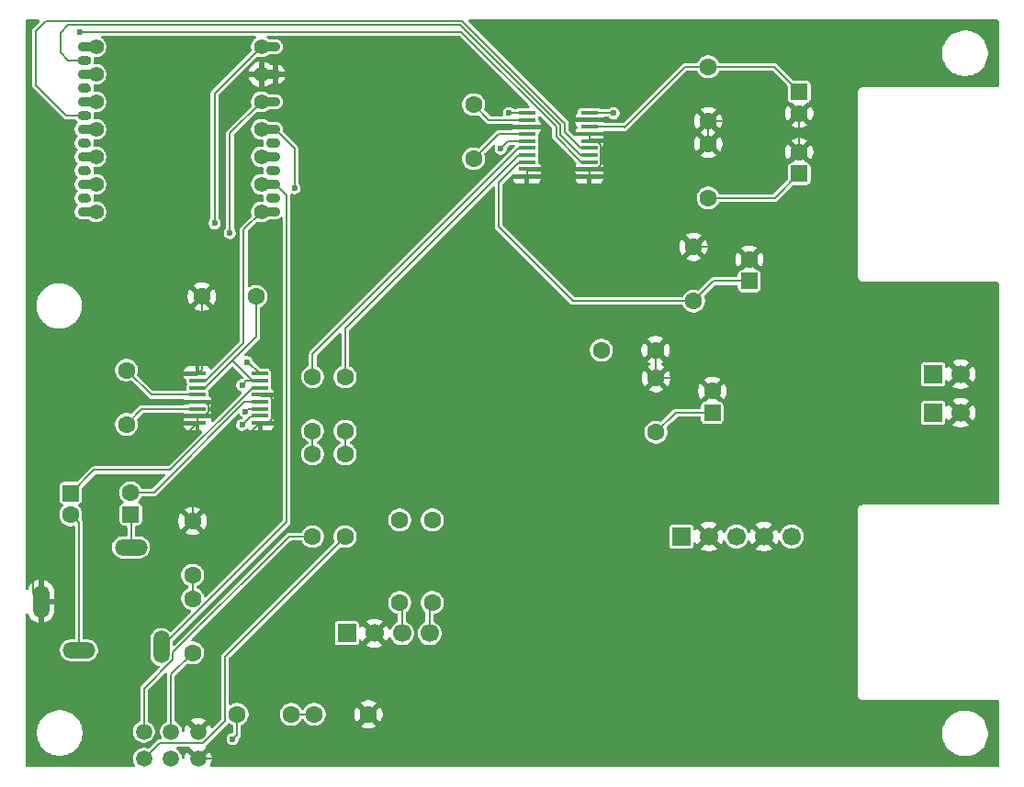
<source format=gtl>
G04 #@! TF.GenerationSoftware,KiCad,Pcbnew,9.0.2*
G04 #@! TF.CreationDate,2025-07-04T19:53:14+12:00*
G04 #@! TF.ProjectId,DuckyDK MTR-1,4475636b-7944-44b2-904d-54522d312e6b,rev?*
G04 #@! TF.SameCoordinates,Original*
G04 #@! TF.FileFunction,Copper,L1,Top*
G04 #@! TF.FilePolarity,Positive*
%FSLAX46Y46*%
G04 Gerber Fmt 4.6, Leading zero omitted, Abs format (unit mm)*
G04 Created by KiCad (PCBNEW 9.0.2) date 2025-07-04 19:53:14*
%MOMM*%
%LPD*%
G01*
G04 APERTURE LIST*
G04 Aperture macros list*
%AMRoundRect*
0 Rectangle with rounded corners*
0 $1 Rounding radius*
0 $2 $3 $4 $5 $6 $7 $8 $9 X,Y pos of 4 corners*
0 Add a 4 corners polygon primitive as box body*
4,1,4,$2,$3,$4,$5,$6,$7,$8,$9,$2,$3,0*
0 Add four circle primitives for the rounded corners*
1,1,$1+$1,$2,$3*
1,1,$1+$1,$4,$5*
1,1,$1+$1,$6,$7*
1,1,$1+$1,$8,$9*
0 Add four rect primitives between the rounded corners*
20,1,$1+$1,$2,$3,$4,$5,0*
20,1,$1+$1,$4,$5,$6,$7,0*
20,1,$1+$1,$6,$7,$8,$9,0*
20,1,$1+$1,$8,$9,$2,$3,0*%
G04 Aperture macros list end*
G04 #@! TA.AperFunction,EtchedComponent*
%ADD10C,0.000000*%
G04 #@! TD*
G04 #@! TA.AperFunction,ComponentPad*
%ADD11R,1.700000X1.700000*%
G04 #@! TD*
G04 #@! TA.AperFunction,ComponentPad*
%ADD12C,1.700000*%
G04 #@! TD*
G04 #@! TA.AperFunction,ComponentPad*
%ADD13C,1.600000*%
G04 #@! TD*
G04 #@! TA.AperFunction,ComponentPad*
%ADD14RoundRect,0.250000X0.550000X-0.550000X0.550000X0.550000X-0.550000X0.550000X-0.550000X-0.550000X0*%
G04 #@! TD*
G04 #@! TA.AperFunction,ComponentPad*
%ADD15RoundRect,0.250000X-0.550000X0.550000X-0.550000X-0.550000X0.550000X-0.550000X0.550000X0.550000X0*%
G04 #@! TD*
G04 #@! TA.AperFunction,SMDPad,CuDef*
%ADD16RoundRect,0.051250X-0.733750X-0.153750X0.733750X-0.153750X0.733750X0.153750X-0.733750X0.153750X0*%
G04 #@! TD*
G04 #@! TA.AperFunction,ComponentPad*
%ADD17C,0.900000*%
G04 #@! TD*
G04 #@! TA.AperFunction,ComponentPad*
%ADD18C,1.400000*%
G04 #@! TD*
G04 #@! TA.AperFunction,SMDPad,CuDef*
%ADD19R,1.270000X0.903600*%
G04 #@! TD*
G04 #@! TA.AperFunction,SMDPad,CuDef*
%ADD20O,1.270000X0.903600*%
G04 #@! TD*
G04 #@! TA.AperFunction,ComponentPad*
%ADD21O,1.508000X3.016000*%
G04 #@! TD*
G04 #@! TA.AperFunction,ComponentPad*
%ADD22O,3.016000X1.508000*%
G04 #@! TD*
G04 #@! TA.AperFunction,ComponentPad*
%ADD23C,1.508000*%
G04 #@! TD*
G04 #@! TA.AperFunction,SMDPad,CuDef*
%ADD24RoundRect,0.051250X-0.698750X-0.153750X0.698750X-0.153750X0.698750X0.153750X-0.698750X0.153750X0*%
G04 #@! TD*
G04 #@! TA.AperFunction,ViaPad*
%ADD25C,0.600000*%
G04 #@! TD*
G04 #@! TA.AperFunction,Conductor*
%ADD26C,0.200000*%
G04 #@! TD*
G04 APERTURE END LIST*
G04 #@! TA.AperFunction,EtchedComponent*
G36*
X49225200Y-73146600D02*
G01*
X50088800Y-73146600D01*
X50088800Y-72243000D01*
X49225200Y-72243000D01*
X49225200Y-73146600D01*
G37*
G04 #@! TD.AperFunction*
G04 #@! TA.AperFunction,EtchedComponent*
G36*
X49225200Y-75686600D02*
G01*
X50088800Y-75686600D01*
X50088800Y-74783000D01*
X49225200Y-74783000D01*
X49225200Y-75686600D01*
G37*
G04 #@! TD.AperFunction*
G04 #@! TA.AperFunction,EtchedComponent*
G36*
X49225200Y-78226600D02*
G01*
X50088800Y-78226600D01*
X50088800Y-77323000D01*
X49225200Y-77323000D01*
X49225200Y-78226600D01*
G37*
G04 #@! TD.AperFunction*
G04 #@! TA.AperFunction,EtchedComponent*
G36*
X49225200Y-80766600D02*
G01*
X50088800Y-80766600D01*
X50088800Y-79863000D01*
X49225200Y-79863000D01*
X49225200Y-80766600D01*
G37*
G04 #@! TD.AperFunction*
G04 #@! TA.AperFunction,EtchedComponent*
G36*
X49225200Y-83306600D02*
G01*
X50088800Y-83306600D01*
X50088800Y-82403000D01*
X49225200Y-82403000D01*
X49225200Y-83306600D01*
G37*
G04 #@! TD.AperFunction*
G04 #@! TA.AperFunction,EtchedComponent*
G36*
X49225200Y-85846600D02*
G01*
X50088800Y-85846600D01*
X50088800Y-84943000D01*
X49225200Y-84943000D01*
X49225200Y-85846600D01*
G37*
G04 #@! TD.AperFunction*
G04 #@! TA.AperFunction,EtchedComponent*
G36*
X49225200Y-88386600D02*
G01*
X50088800Y-88386600D01*
X50088800Y-87483000D01*
X49225200Y-87483000D01*
X49225200Y-88386600D01*
G37*
G04 #@! TD.AperFunction*
G04 #@! TA.AperFunction,EtchedComponent*
G36*
X66243200Y-73146600D02*
G01*
X67106800Y-73146600D01*
X67106800Y-72243000D01*
X66243200Y-72243000D01*
X66243200Y-73146600D01*
G37*
G04 #@! TD.AperFunction*
G04 #@! TA.AperFunction,EtchedComponent*
G36*
X66243200Y-75686600D02*
G01*
X67106800Y-75686600D01*
X67106800Y-74783000D01*
X66243200Y-74783000D01*
X66243200Y-75686600D01*
G37*
G04 #@! TD.AperFunction*
G04 #@! TA.AperFunction,EtchedComponent*
G36*
X66243200Y-78226600D02*
G01*
X67106800Y-78226600D01*
X67106800Y-77323000D01*
X66243200Y-77323000D01*
X66243200Y-78226600D01*
G37*
G04 #@! TD.AperFunction*
G04 #@! TA.AperFunction,EtchedComponent*
G36*
X66243200Y-83306600D02*
G01*
X67106800Y-83306600D01*
X67106800Y-82403000D01*
X66243200Y-82403000D01*
X66243200Y-83306600D01*
G37*
G04 #@! TD.AperFunction*
G04 #@! TA.AperFunction,EtchedComponent*
G36*
X66243200Y-88386600D02*
G01*
X67106800Y-88386600D01*
X67106800Y-87483000D01*
X66243200Y-87483000D01*
X66243200Y-88386600D01*
G37*
G04 #@! TD.AperFunction*
D10*
G04 #@! TA.AperFunction,EtchedComponent*
G36*
X49790629Y-76073531D02*
G01*
X49911178Y-76134955D01*
X50009780Y-76233557D01*
X50088800Y-76476754D01*
X50088800Y-76528798D01*
X50068269Y-76658429D01*
X50006845Y-76778978D01*
X49908243Y-76877580D01*
X49665046Y-76956600D01*
X49225200Y-76956600D01*
X49225200Y-76053000D01*
X49660998Y-76053000D01*
X49790629Y-76073531D01*
G37*
G04 #@! TD.AperFunction*
G04 #@! TA.AperFunction,EtchedComponent*
G36*
X49790629Y-81153531D02*
G01*
X49911178Y-81214955D01*
X50009780Y-81313557D01*
X50088800Y-81556754D01*
X50088800Y-81608798D01*
X50068269Y-81738429D01*
X50006845Y-81858978D01*
X49908243Y-81957580D01*
X49665046Y-82036600D01*
X49225200Y-82036600D01*
X49225200Y-81133000D01*
X49660998Y-81133000D01*
X49790629Y-81153531D01*
G37*
G04 #@! TD.AperFunction*
G04 #@! TA.AperFunction,EtchedComponent*
G36*
X49790629Y-83693531D02*
G01*
X49911178Y-83754955D01*
X50009780Y-83853557D01*
X50088800Y-84096754D01*
X50088800Y-84148798D01*
X50068269Y-84278429D01*
X50006845Y-84398978D01*
X49908243Y-84497580D01*
X49665046Y-84576600D01*
X49225200Y-84576600D01*
X49225200Y-83673000D01*
X49660998Y-83673000D01*
X49790629Y-83693531D01*
G37*
G04 #@! TD.AperFunction*
G04 #@! TA.AperFunction,EtchedComponent*
G36*
X49790629Y-86233531D02*
G01*
X49911178Y-86294955D01*
X50009780Y-86393557D01*
X50088800Y-86636754D01*
X50088800Y-86688798D01*
X50068269Y-86818429D01*
X50006845Y-86938978D01*
X49908243Y-87037580D01*
X49665046Y-87116600D01*
X49225200Y-87116600D01*
X49225200Y-86213000D01*
X49660998Y-86213000D01*
X49790629Y-86233531D01*
G37*
G04 #@! TD.AperFunction*
G04 #@! TA.AperFunction,EtchedComponent*
G36*
X67106800Y-82036600D02*
G01*
X66671002Y-82036600D01*
X66541371Y-82016069D01*
X66420822Y-81954645D01*
X66322220Y-81856043D01*
X66243200Y-81612846D01*
X66243200Y-81560802D01*
X66263731Y-81431171D01*
X66325155Y-81310622D01*
X66423757Y-81212020D01*
X66666954Y-81133000D01*
X67106800Y-81133000D01*
X67106800Y-82036600D01*
G37*
G04 #@! TD.AperFunction*
G04 #@! TA.AperFunction,EtchedComponent*
G36*
X67106800Y-84576600D02*
G01*
X66671002Y-84576600D01*
X66541371Y-84556069D01*
X66420822Y-84494645D01*
X66322220Y-84396043D01*
X66243200Y-84152846D01*
X66243200Y-84100802D01*
X66263731Y-83971171D01*
X66325155Y-83850622D01*
X66423757Y-83752020D01*
X66666954Y-83673000D01*
X67106800Y-83673000D01*
X67106800Y-84576600D01*
G37*
G04 #@! TD.AperFunction*
G04 #@! TA.AperFunction,EtchedComponent*
G36*
X67106800Y-87116600D02*
G01*
X66671002Y-87116600D01*
X66541371Y-87096069D01*
X66420822Y-87034645D01*
X66322220Y-86936043D01*
X66243200Y-86692846D01*
X66243200Y-86640802D01*
X66263731Y-86511171D01*
X66325155Y-86390622D01*
X66423757Y-86292020D01*
X66666954Y-86213000D01*
X67106800Y-86213000D01*
X67106800Y-87116600D01*
G37*
G04 #@! TD.AperFunction*
D11*
X104495600Y-117906800D03*
D12*
X107035600Y-117906800D03*
X109575600Y-117906800D03*
X112115600Y-117906800D03*
X114655600Y-117906800D03*
D13*
X85344000Y-78037600D03*
X85344000Y-83037600D03*
X81534000Y-124002800D03*
X81534000Y-116382800D03*
X102122956Y-100700556D03*
X97122956Y-100700556D03*
X73507600Y-117917600D03*
X73507600Y-110297600D03*
X59436000Y-121473600D03*
X59436000Y-116473600D03*
X78536800Y-124002800D03*
X78536800Y-116382800D03*
X73507600Y-108174800D03*
X73507600Y-103174800D03*
X106984800Y-74557513D03*
X106984800Y-79557513D03*
X105633200Y-91175200D03*
X105633200Y-96175200D03*
X60288800Y-95758000D03*
X65288800Y-95758000D03*
D14*
X107355356Y-106491756D03*
D13*
X107355356Y-104491756D03*
D14*
X110764000Y-94335600D03*
D13*
X110764000Y-92335600D03*
X102173756Y-103290643D03*
X102173756Y-108290643D03*
X106984800Y-81658713D03*
X106984800Y-86658713D03*
D11*
X73660000Y-126847600D03*
D12*
X76200000Y-126847600D03*
X78740000Y-126847600D03*
X81280000Y-126847600D03*
D14*
X115366800Y-84419513D03*
D13*
X115366800Y-82419513D03*
D15*
X48209200Y-113914488D03*
D13*
X48209200Y-115914488D03*
X70510400Y-117917600D03*
X70510400Y-110297600D03*
D14*
X53746400Y-115853600D03*
D13*
X53746400Y-113853600D03*
X70510400Y-108164000D03*
X70510400Y-103164000D03*
D16*
X90271600Y-78802400D03*
X90271600Y-79452400D03*
X90271600Y-80102400D03*
X90271600Y-80752400D03*
X90271600Y-81402400D03*
X90271600Y-82052400D03*
X90271600Y-82702400D03*
X90271600Y-83352400D03*
X90271600Y-84002400D03*
X90271600Y-84652400D03*
X96011600Y-84652400D03*
X96011600Y-84002400D03*
X96011600Y-83352400D03*
X96011600Y-82702400D03*
X96011600Y-82052400D03*
X96011600Y-81402400D03*
X96011600Y-80752400D03*
X96011600Y-80102400D03*
X96011600Y-79452400D03*
X96011600Y-78802400D03*
D17*
X49276000Y-72694800D03*
D18*
X50546000Y-72694800D03*
D17*
X49276000Y-75234800D03*
D18*
X50546000Y-75234800D03*
D17*
X49276000Y-77774800D03*
D18*
X50546000Y-77774800D03*
D17*
X49276000Y-80314800D03*
D18*
X50546000Y-80314800D03*
D17*
X49276000Y-82854800D03*
D18*
X50546000Y-82854800D03*
D17*
X49276000Y-85394800D03*
D18*
X50546000Y-85394800D03*
D17*
X49276000Y-87934800D03*
D18*
X50546000Y-87934800D03*
X65786000Y-87934800D03*
D17*
X67056000Y-87934800D03*
D18*
X65786000Y-85394800D03*
D19*
X66486000Y-85394800D03*
D17*
X67056000Y-85394800D03*
D18*
X65786000Y-82854800D03*
D17*
X67056000Y-82854800D03*
D18*
X65786000Y-80314800D03*
D19*
X66486000Y-80314800D03*
D17*
X67056000Y-80314800D03*
D18*
X65786000Y-77774800D03*
D17*
X67056000Y-77774800D03*
D18*
X65786000Y-75234800D03*
D17*
X67056000Y-75234800D03*
D18*
X65786000Y-72694800D03*
D17*
X67056000Y-72694800D03*
X49276000Y-73964800D03*
D20*
X49456000Y-73964800D03*
D17*
X49276000Y-76504800D03*
X49276000Y-79044800D03*
D20*
X49456000Y-79044800D03*
D17*
X49276000Y-81584800D03*
X49276000Y-84124800D03*
X49276000Y-86664800D03*
X67056000Y-86664800D03*
X67056000Y-84124800D03*
X67056000Y-81584800D03*
D11*
X127711200Y-102920800D03*
D12*
X130251200Y-102920800D03*
D13*
X53340000Y-107554400D03*
X53340000Y-102554400D03*
D15*
X115366800Y-76850313D03*
D13*
X115366800Y-78850313D03*
X63540000Y-134326000D03*
X68540000Y-134326000D03*
X59436000Y-128636400D03*
X59436000Y-123636400D03*
X70652000Y-134326000D03*
X75652000Y-134326000D03*
D21*
X45470400Y-123910700D03*
D22*
X48970400Y-128410700D03*
X53770400Y-118910700D03*
D21*
X56570400Y-128110700D03*
D23*
X54954800Y-135930000D03*
X54954800Y-138430000D03*
X57454800Y-135930000D03*
X57454800Y-138430000D03*
X59954800Y-135930000D03*
X59954800Y-138430000D03*
D24*
X59893200Y-102880400D03*
X59893200Y-103530400D03*
X59893200Y-104180400D03*
X59893200Y-104830400D03*
X59893200Y-105480400D03*
X59893200Y-106130400D03*
X59893200Y-106780400D03*
X59893200Y-107430400D03*
X65663200Y-107430400D03*
X65663200Y-106780400D03*
X65663200Y-106130400D03*
X65663200Y-105480400D03*
X65663200Y-104830400D03*
X65663200Y-104180400D03*
X65663200Y-103530400D03*
X65663200Y-102880400D03*
D11*
X127711200Y-106476800D03*
D12*
X130251200Y-106476800D03*
D25*
X88544400Y-80080400D03*
X99009200Y-79451200D03*
X88595200Y-78810400D03*
X98247200Y-78841600D03*
X62890400Y-89916000D03*
X64008000Y-107594400D03*
X63144400Y-136601200D03*
X64465200Y-101803200D03*
X87833200Y-82112400D03*
X68834000Y-85750400D03*
X64008000Y-103936800D03*
X64312800Y-106375200D03*
X61468000Y-89001600D03*
X49072800Y-71323200D03*
D26*
X81280000Y-126847600D02*
X81280000Y-124256800D01*
X81280000Y-124256800D02*
X81534000Y-124002800D01*
X78740000Y-126847600D02*
X78740000Y-124206000D01*
X78740000Y-124206000D02*
X78536800Y-124002800D01*
X106984800Y-74557513D02*
X113074000Y-74557513D01*
X106984800Y-74557513D02*
X104829287Y-74557513D01*
X99222000Y-80102400D02*
X96011600Y-80102400D01*
X104829287Y-74557513D02*
X99253200Y-80133600D01*
X99253200Y-80133600D02*
X99222000Y-80102400D01*
X113074000Y-74557513D02*
X115366800Y-76850313D01*
X97097600Y-81751322D02*
X97097600Y-83653478D01*
X109603600Y-91175200D02*
X110764000Y-92335600D01*
X59893200Y-102880400D02*
X60288800Y-102484800D01*
X71548000Y-138430000D02*
X59954800Y-138430000D01*
X106984800Y-79557513D02*
X106984800Y-81658713D01*
X97230000Y-79452400D02*
X96011600Y-79452400D01*
X65663200Y-107430400D02*
X59436000Y-113657600D01*
X97231200Y-79451200D02*
X97230000Y-79452400D01*
X60944200Y-106431478D02*
X60595278Y-106780400D01*
X66365278Y-107430400D02*
X65663200Y-107430400D01*
X96748678Y-81402400D02*
X97097600Y-81751322D01*
X88566400Y-80102400D02*
X88544400Y-80080400D01*
X106984800Y-79557513D02*
X114659600Y-79557513D01*
X59893200Y-107430400D02*
X56884400Y-110439200D01*
X105633200Y-91175200D02*
X109603600Y-91175200D01*
X96011600Y-81402400D02*
X96748678Y-81402400D01*
X102173756Y-100802156D02*
X102173756Y-103290643D01*
X59893200Y-105480400D02*
X60643199Y-105480400D01*
X66413199Y-104830400D02*
X66714200Y-105131401D01*
X66714200Y-107081478D02*
X66365278Y-107430400D01*
X114659600Y-79557513D02*
X115366800Y-78850313D01*
X60944200Y-105781401D02*
X60944200Y-106431478D01*
X44704000Y-123144300D02*
X45470400Y-123910700D01*
X105622400Y-91186000D02*
X105633200Y-91175200D01*
X97097600Y-83653478D02*
X96748678Y-84002400D01*
X60595278Y-106780400D02*
X59893200Y-106780400D01*
X44704000Y-113690400D02*
X44704000Y-123144300D01*
X75652000Y-134326000D02*
X71548000Y-138430000D01*
X96011600Y-84002400D02*
X96011600Y-84652400D01*
X99009200Y-79451200D02*
X97231200Y-79451200D01*
X98976800Y-79483600D02*
X99009200Y-79451200D01*
X59436000Y-113657600D02*
X59436000Y-116473600D01*
X47955200Y-110439200D02*
X44704000Y-113690400D01*
X106154243Y-103290643D02*
X107355356Y-104491756D01*
X56884400Y-110439200D02*
X47955200Y-110439200D01*
X102173756Y-103290643D02*
X106154243Y-103290643D01*
X96011600Y-80752400D02*
X96011600Y-81402400D01*
X59893200Y-107430400D02*
X59893200Y-106780400D01*
X60288800Y-102484800D02*
X60288800Y-95758000D01*
X66714200Y-105131401D02*
X66714200Y-107081478D01*
X102122956Y-100751356D02*
X102173756Y-100802156D01*
X102122956Y-100700556D02*
X102122956Y-100751356D01*
X115366800Y-78850313D02*
X115366800Y-82419513D01*
X90271600Y-84652400D02*
X90271600Y-84002400D01*
X60643199Y-105480400D02*
X60944200Y-105781401D01*
X96748678Y-84002400D02*
X96011600Y-84002400D01*
X65663200Y-104830400D02*
X66413199Y-104830400D01*
X90271600Y-80102400D02*
X88566400Y-80102400D01*
X62890400Y-89916000D02*
X62890400Y-80670400D01*
X89534522Y-83352400D02*
X87680800Y-85206122D01*
X98247200Y-78841600D02*
X98208000Y-78802400D01*
X106984800Y-86658713D02*
X113127600Y-86658713D01*
X62890400Y-80670400D02*
X65786000Y-77774800D01*
X87680800Y-89306400D02*
X87680800Y-85206122D01*
X105633200Y-96175200D02*
X94549600Y-96175200D01*
X94549600Y-96175200D02*
X87680800Y-89306400D01*
X90271600Y-78802400D02*
X88603200Y-78802400D01*
X107472800Y-94335600D02*
X105633200Y-96175200D01*
X90271600Y-83352400D02*
X89534522Y-83352400D01*
X110764000Y-94335600D02*
X107472800Y-94335600D01*
X98208000Y-78802400D02*
X96011600Y-78802400D01*
X107355356Y-106491756D02*
X103972643Y-106491756D01*
X113127600Y-86658713D02*
X115366800Y-84419513D01*
X103972643Y-106491756D02*
X102173756Y-108290643D01*
X65611200Y-106832400D02*
X65663200Y-106780400D01*
X64008000Y-107594400D02*
X64770000Y-106832400D01*
X68540000Y-134326000D02*
X70652000Y-134326000D01*
X64770000Y-106832400D02*
X65611200Y-106832400D01*
X63540000Y-136205600D02*
X63144400Y-136601200D01*
X63540000Y-135302000D02*
X63540000Y-136205600D01*
X63540000Y-134326000D02*
X63540000Y-135302000D01*
X55616000Y-104830400D02*
X53340000Y-102554400D01*
X59893200Y-104830400D02*
X55616000Y-104830400D01*
X53340000Y-107554400D02*
X54764000Y-106130400D01*
X54764000Y-106130400D02*
X59893200Y-106130400D01*
X57454800Y-130617600D02*
X57454800Y-135930000D01*
X59436000Y-128636400D02*
X57454800Y-130617600D01*
X64465200Y-101803200D02*
X64586000Y-101803200D01*
X59436000Y-123636400D02*
X59436000Y-121473600D01*
X64586000Y-101803200D02*
X65663200Y-102880400D01*
X73507600Y-110297600D02*
X73507600Y-108174800D01*
X89534522Y-82702400D02*
X90271600Y-82702400D01*
X73507600Y-103174800D02*
X73507600Y-98729322D01*
X73507600Y-98729322D02*
X89534522Y-82702400D01*
X70510400Y-110297600D02*
X70510400Y-108164000D01*
X70510400Y-101076522D02*
X70510400Y-103164000D01*
X89534522Y-82052400D02*
X70510400Y-101076522D01*
X90271600Y-82052400D02*
X89534522Y-82052400D01*
X85344000Y-83037600D02*
X87629200Y-80752400D01*
X90271600Y-80752400D02*
X87629200Y-80752400D01*
X85344000Y-78037600D02*
X86758800Y-79452400D01*
X90271600Y-79452400D02*
X86758800Y-79452400D01*
X90271600Y-81402400D02*
X88543200Y-81402400D01*
X88543200Y-81402400D02*
X87833200Y-82112400D01*
X55869200Y-113853600D02*
X53746400Y-113853600D01*
X65663200Y-105480400D02*
X64242400Y-105480400D01*
X64242400Y-105480400D02*
X55869200Y-113853600D01*
X53770400Y-118910700D02*
X53770400Y-115877600D01*
X53770400Y-115877600D02*
X53746400Y-115853600D01*
X50352888Y-111770800D02*
X48209200Y-113914488D01*
X65663200Y-104180400D02*
X64961122Y-104180400D01*
X64961122Y-104180400D02*
X57370722Y-111770800D01*
X57370722Y-111770800D02*
X50352888Y-111770800D01*
X48970400Y-128410700D02*
X48970400Y-116675688D01*
X48970400Y-116675688D02*
X48209200Y-115914488D01*
X68122800Y-86461600D02*
X68122800Y-116558300D01*
X67056000Y-85394800D02*
X68122800Y-86461600D01*
X68122800Y-116558300D02*
X56570400Y-128110700D01*
X56399800Y-136985000D02*
X60391796Y-136985000D01*
X62439000Y-128986200D02*
X73507600Y-117917600D01*
X54954800Y-138430000D02*
X56399800Y-136985000D01*
X62439000Y-134937796D02*
X62439000Y-128986200D01*
X60391796Y-136985000D02*
X62439000Y-134937796D01*
X68315200Y-117917600D02*
X70510400Y-117917600D01*
X57625400Y-128607400D02*
X68315200Y-117917600D01*
X57625400Y-129301695D02*
X57625400Y-128607400D01*
X54954800Y-131972295D02*
X57625400Y-129301695D01*
X54954800Y-135930000D02*
X54954800Y-131972295D01*
X68834000Y-85750400D02*
X68834000Y-82092800D01*
X68834000Y-82092800D02*
X67056000Y-80314800D01*
X95199200Y-82702400D02*
X93365000Y-80868200D01*
X47244000Y-71441871D02*
X47244000Y-73253600D01*
X93365000Y-79941622D02*
X84122978Y-70699600D01*
X93365000Y-80868200D02*
X93365000Y-79941622D01*
X96011600Y-82702400D02*
X95199200Y-82702400D01*
X47244000Y-73253600D02*
X47955200Y-73964800D01*
X84122978Y-70699600D02*
X47986271Y-70699600D01*
X47986271Y-70699600D02*
X47244000Y-71441871D01*
X47955200Y-73964800D02*
X49276000Y-73964800D01*
X45008800Y-76250800D02*
X47802800Y-79044800D01*
X45933232Y-70298600D02*
X45008800Y-71223032D01*
X93766000Y-80591799D02*
X93766000Y-79775522D01*
X93766000Y-79775522D02*
X84289078Y-70298600D01*
X47802800Y-79044800D02*
X49276000Y-79044800D01*
X84289078Y-70298600D02*
X45933232Y-70298600D01*
X45008800Y-71223032D02*
X45008800Y-76250800D01*
X96011600Y-82052400D02*
X95226601Y-82052400D01*
X95226601Y-82052400D02*
X93766000Y-80591799D01*
X63109239Y-101666439D02*
X65288800Y-99486878D01*
X65288800Y-99486878D02*
X65288800Y-95758000D01*
X63109239Y-101678517D02*
X63109239Y-101666439D01*
X64557600Y-106130400D02*
X64312800Y-106375200D01*
X65663200Y-106130400D02*
X64557600Y-106130400D01*
X64414400Y-103530400D02*
X65663200Y-103530400D01*
X61468000Y-89001600D02*
X61468000Y-77012800D01*
X59893200Y-104180400D02*
X60595278Y-104180400D01*
X65663200Y-103530400D02*
X64961122Y-103530400D01*
X60595278Y-104180400D02*
X63109239Y-101666439D01*
X64008000Y-103936800D02*
X64414400Y-103530400D01*
X64961122Y-103530400D02*
X63109239Y-101678517D01*
X61468000Y-77012800D02*
X65786000Y-72694800D01*
X60643199Y-103530400D02*
X64160400Y-100013199D01*
X64160400Y-100013199D02*
X64160400Y-89560400D01*
X64160400Y-89560400D02*
X65786000Y-87934800D01*
X59893200Y-103530400D02*
X60643199Y-103530400D01*
X92964000Y-81034300D02*
X92964000Y-80107722D01*
X94925600Y-83003478D02*
X94925600Y-82995900D01*
X92964000Y-80107722D02*
X84179478Y-71323200D01*
X95146400Y-83208400D02*
X95130522Y-83208400D01*
X94925600Y-82995900D02*
X92964000Y-81034300D01*
X95290400Y-83352400D02*
X95146400Y-83208400D01*
X95130522Y-83208400D02*
X94925600Y-83003478D01*
X96011600Y-83352400D02*
X95290400Y-83352400D01*
X84179478Y-71323200D02*
X49072800Y-71323200D01*
G04 #@! TA.AperFunction,Conductor*
G36*
X45305728Y-70217785D02*
G01*
X45351483Y-70270589D01*
X45361427Y-70339747D01*
X45332402Y-70403303D01*
X45326370Y-70409781D01*
X44728331Y-71007818D01*
X44728329Y-71007820D01*
X44703921Y-71050099D01*
X44703919Y-71050102D01*
X44682186Y-71087741D01*
X44672849Y-71122589D01*
X44658300Y-71176888D01*
X44658300Y-76296944D01*
X44675448Y-76360939D01*
X44682186Y-76386087D01*
X44682187Y-76386090D01*
X44728327Y-76466008D01*
X44728329Y-76466011D01*
X44728330Y-76466012D01*
X47587588Y-79325270D01*
X47655190Y-79364300D01*
X47667512Y-79371414D01*
X47756656Y-79395300D01*
X47756657Y-79395300D01*
X47848944Y-79395300D01*
X48596068Y-79395300D01*
X48628686Y-79404878D01*
X48661464Y-79413947D01*
X48662289Y-79414744D01*
X48663107Y-79414985D01*
X48688497Y-79436638D01*
X48694318Y-79443147D01*
X48727288Y-79492490D01*
X48825110Y-79590312D01*
X48827152Y-79591676D01*
X48834573Y-79599974D01*
X48845647Y-79623252D01*
X48860152Y-79644557D01*
X48860410Y-79654281D01*
X48864590Y-79663067D01*
X48861322Y-79688635D01*
X48862006Y-79714402D01*
X48856893Y-79723285D01*
X48855732Y-79732373D01*
X48842790Y-79747789D01*
X48829826Y-79770317D01*
X48731885Y-79868258D01*
X48655228Y-79982982D01*
X48655221Y-79982995D01*
X48602421Y-80110467D01*
X48602418Y-80110477D01*
X48575500Y-80245804D01*
X48575500Y-80245807D01*
X48575500Y-80383793D01*
X48575500Y-80383795D01*
X48575499Y-80383795D01*
X48602418Y-80519122D01*
X48602421Y-80519132D01*
X48655221Y-80646604D01*
X48655228Y-80646617D01*
X48731885Y-80761341D01*
X48731888Y-80761345D01*
X48832662Y-80862119D01*
X48866147Y-80923442D01*
X48861163Y-80993134D01*
X48832662Y-81037481D01*
X48731888Y-81138254D01*
X48731885Y-81138258D01*
X48655228Y-81252982D01*
X48655221Y-81252995D01*
X48602421Y-81380467D01*
X48602418Y-81380477D01*
X48575500Y-81515804D01*
X48575500Y-81515807D01*
X48575500Y-81653793D01*
X48575500Y-81653795D01*
X48575499Y-81653795D01*
X48602418Y-81789122D01*
X48602421Y-81789132D01*
X48655221Y-81916604D01*
X48655228Y-81916617D01*
X48731885Y-82031341D01*
X48731888Y-82031345D01*
X48832662Y-82132119D01*
X48866147Y-82193442D01*
X48861163Y-82263134D01*
X48832662Y-82307481D01*
X48731888Y-82408254D01*
X48731885Y-82408258D01*
X48655228Y-82522982D01*
X48655221Y-82522995D01*
X48602421Y-82650467D01*
X48602418Y-82650477D01*
X48575500Y-82785804D01*
X48575500Y-82785807D01*
X48575500Y-82923793D01*
X48575500Y-82923795D01*
X48575499Y-82923795D01*
X48602418Y-83059122D01*
X48602421Y-83059132D01*
X48655221Y-83186604D01*
X48655228Y-83186617D01*
X48731885Y-83301341D01*
X48731888Y-83301345D01*
X48832662Y-83402119D01*
X48866147Y-83463442D01*
X48861163Y-83533134D01*
X48832662Y-83577481D01*
X48731888Y-83678254D01*
X48731885Y-83678258D01*
X48655228Y-83792982D01*
X48655221Y-83792995D01*
X48602421Y-83920467D01*
X48602418Y-83920477D01*
X48575500Y-84055804D01*
X48575500Y-84055807D01*
X48575500Y-84193793D01*
X48575500Y-84193795D01*
X48575499Y-84193795D01*
X48602418Y-84329122D01*
X48602421Y-84329132D01*
X48655221Y-84456604D01*
X48655228Y-84456617D01*
X48731885Y-84571341D01*
X48731888Y-84571345D01*
X48832662Y-84672119D01*
X48866147Y-84733442D01*
X48861163Y-84803134D01*
X48832662Y-84847481D01*
X48731888Y-84948254D01*
X48731885Y-84948258D01*
X48655228Y-85062982D01*
X48655221Y-85062995D01*
X48602421Y-85190467D01*
X48602418Y-85190477D01*
X48575500Y-85325804D01*
X48575500Y-85325807D01*
X48575500Y-85463793D01*
X48575500Y-85463795D01*
X48575499Y-85463795D01*
X48602418Y-85599122D01*
X48602421Y-85599132D01*
X48655221Y-85726604D01*
X48655228Y-85726617D01*
X48731885Y-85841341D01*
X48731888Y-85841345D01*
X48832662Y-85942119D01*
X48866147Y-86003442D01*
X48861163Y-86073134D01*
X48832662Y-86117481D01*
X48731888Y-86218254D01*
X48731885Y-86218258D01*
X48655228Y-86332982D01*
X48655221Y-86332995D01*
X48602421Y-86460467D01*
X48602418Y-86460477D01*
X48575500Y-86595804D01*
X48575500Y-86595807D01*
X48575500Y-86733793D01*
X48575500Y-86733795D01*
X48575499Y-86733795D01*
X48602418Y-86869122D01*
X48602421Y-86869132D01*
X48655221Y-86996604D01*
X48655228Y-86996617D01*
X48731885Y-87111341D01*
X48731888Y-87111345D01*
X48832662Y-87212119D01*
X48866147Y-87273442D01*
X48861163Y-87343134D01*
X48832662Y-87387481D01*
X48731888Y-87488254D01*
X48731885Y-87488258D01*
X48655228Y-87602982D01*
X48655221Y-87602995D01*
X48602421Y-87730467D01*
X48602418Y-87730477D01*
X48575500Y-87865804D01*
X48575500Y-87865807D01*
X48575500Y-88003793D01*
X48575500Y-88003795D01*
X48575499Y-88003795D01*
X48602418Y-88139122D01*
X48602421Y-88139132D01*
X48655221Y-88266604D01*
X48655228Y-88266617D01*
X48731885Y-88381341D01*
X48731888Y-88381345D01*
X48829454Y-88478911D01*
X48829458Y-88478914D01*
X48944182Y-88555571D01*
X48944195Y-88555578D01*
X48987647Y-88573576D01*
X49071672Y-88608380D01*
X49125811Y-88619148D01*
X49149057Y-88626200D01*
X49175372Y-88637100D01*
X49275028Y-88637100D01*
X49852727Y-88637100D01*
X49919766Y-88656785D01*
X49935316Y-88669316D01*
X49935382Y-88669237D01*
X49940092Y-88673102D01*
X50095762Y-88777118D01*
X50095771Y-88777123D01*
X50134956Y-88793354D01*
X50268749Y-88848773D01*
X50452379Y-88885299D01*
X50452383Y-88885300D01*
X50452384Y-88885300D01*
X50639617Y-88885300D01*
X50639618Y-88885299D01*
X50823251Y-88848773D01*
X50996231Y-88777122D01*
X51151908Y-88673102D01*
X51284302Y-88540708D01*
X51388322Y-88385031D01*
X51459973Y-88212051D01*
X51496500Y-88028416D01*
X51496500Y-87841184D01*
X51459973Y-87657549D01*
X51389850Y-87488258D01*
X51388323Y-87484571D01*
X51388318Y-87484562D01*
X51284302Y-87328892D01*
X51284299Y-87328888D01*
X51151911Y-87196500D01*
X51151907Y-87196497D01*
X50996237Y-87092481D01*
X50996228Y-87092476D01*
X50823251Y-87020827D01*
X50823243Y-87020825D01*
X50639620Y-86984300D01*
X50639616Y-86984300D01*
X50452384Y-86984300D01*
X50446292Y-86984300D01*
X50446292Y-86981545D01*
X50389255Y-86970668D01*
X50338594Y-86922550D01*
X50321990Y-86854682D01*
X50323388Y-86840944D01*
X50326164Y-86823418D01*
X50341155Y-86728766D01*
X50344300Y-86688798D01*
X50344300Y-86636754D01*
X50344300Y-86636749D01*
X50331795Y-86557802D01*
X50331795Y-86557800D01*
X50315022Y-86506181D01*
X50313028Y-86436341D01*
X50349108Y-86376508D01*
X50411809Y-86345680D01*
X50446181Y-86346116D01*
X50446321Y-86344703D01*
X50452383Y-86345300D01*
X50452384Y-86345300D01*
X50639617Y-86345300D01*
X50639618Y-86345299D01*
X50823251Y-86308773D01*
X50996231Y-86237122D01*
X51151908Y-86133102D01*
X51284302Y-86000708D01*
X51388322Y-85845031D01*
X51459973Y-85672051D01*
X51496500Y-85488416D01*
X51496500Y-85301184D01*
X51459973Y-85117549D01*
X51404554Y-84983756D01*
X51388323Y-84944571D01*
X51388318Y-84944562D01*
X51284302Y-84788892D01*
X51284299Y-84788888D01*
X51151911Y-84656500D01*
X51151907Y-84656497D01*
X50996237Y-84552481D01*
X50996228Y-84552476D01*
X50823251Y-84480827D01*
X50823243Y-84480825D01*
X50639620Y-84444300D01*
X50639616Y-84444300D01*
X50452384Y-84444300D01*
X50446292Y-84444300D01*
X50446292Y-84441545D01*
X50389255Y-84430668D01*
X50338594Y-84382550D01*
X50321990Y-84314682D01*
X50323388Y-84300944D01*
X50326164Y-84283418D01*
X50341155Y-84188766D01*
X50344300Y-84148798D01*
X50344300Y-84096754D01*
X50344300Y-84096749D01*
X50331795Y-84017802D01*
X50331795Y-84017800D01*
X50315022Y-83966181D01*
X50313028Y-83896341D01*
X50349108Y-83836508D01*
X50411809Y-83805680D01*
X50446181Y-83806116D01*
X50446321Y-83804703D01*
X50452383Y-83805300D01*
X50452384Y-83805300D01*
X50639617Y-83805300D01*
X50639618Y-83805299D01*
X50823251Y-83768773D01*
X50996231Y-83697122D01*
X51151908Y-83593102D01*
X51284302Y-83460708D01*
X51388322Y-83305031D01*
X51459973Y-83132051D01*
X51496500Y-82948416D01*
X51496500Y-82761184D01*
X51459973Y-82577549D01*
X51397815Y-82427488D01*
X51388323Y-82404571D01*
X51388318Y-82404562D01*
X51284302Y-82248892D01*
X51284299Y-82248888D01*
X51151911Y-82116500D01*
X51151907Y-82116497D01*
X50996237Y-82012481D01*
X50996228Y-82012476D01*
X50823251Y-81940827D01*
X50823243Y-81940825D01*
X50639620Y-81904300D01*
X50639616Y-81904300D01*
X50452384Y-81904300D01*
X50446292Y-81904300D01*
X50446292Y-81901545D01*
X50389255Y-81890668D01*
X50338594Y-81842550D01*
X50321990Y-81774682D01*
X50323388Y-81760944D01*
X50324213Y-81755734D01*
X50341155Y-81648766D01*
X50344300Y-81608798D01*
X50344300Y-81556754D01*
X50344300Y-81556749D01*
X50331795Y-81477802D01*
X50331795Y-81477800D01*
X50315022Y-81426181D01*
X50313028Y-81356341D01*
X50349108Y-81296508D01*
X50411809Y-81265680D01*
X50446181Y-81266116D01*
X50446321Y-81264703D01*
X50452383Y-81265300D01*
X50452384Y-81265300D01*
X50639617Y-81265300D01*
X50639618Y-81265299D01*
X50823251Y-81228773D01*
X50996231Y-81157122D01*
X51151908Y-81053102D01*
X51284302Y-80920708D01*
X51388322Y-80765031D01*
X51459973Y-80592051D01*
X51496500Y-80408416D01*
X51496500Y-80221184D01*
X51459973Y-80037549D01*
X51389850Y-79868258D01*
X51388323Y-79864571D01*
X51388318Y-79864562D01*
X51284302Y-79708892D01*
X51284299Y-79708888D01*
X51151911Y-79576500D01*
X51151907Y-79576497D01*
X50996237Y-79472481D01*
X50996228Y-79472476D01*
X50823251Y-79400827D01*
X50823243Y-79400825D01*
X50639620Y-79364300D01*
X50639616Y-79364300D01*
X50452384Y-79364300D01*
X50446292Y-79364300D01*
X50446292Y-79362428D01*
X50386217Y-79351023D01*
X50335516Y-79302947D01*
X50318856Y-79235093D01*
X50321114Y-79216458D01*
X50341500Y-79113972D01*
X50341500Y-78975627D01*
X50341499Y-78975625D01*
X50321114Y-78873140D01*
X50327341Y-78803549D01*
X50370204Y-78748371D01*
X50436094Y-78725127D01*
X50446292Y-78725354D01*
X50446292Y-78725300D01*
X50639617Y-78725300D01*
X50639618Y-78725299D01*
X50823251Y-78688773D01*
X50996231Y-78617122D01*
X51151908Y-78513102D01*
X51284302Y-78380708D01*
X51388322Y-78225031D01*
X51459973Y-78052051D01*
X51496500Y-77868416D01*
X51496500Y-77681184D01*
X51459973Y-77497549D01*
X51389850Y-77328258D01*
X51388323Y-77324571D01*
X51388318Y-77324562D01*
X51284302Y-77168892D01*
X51284299Y-77168888D01*
X51151911Y-77036500D01*
X51151907Y-77036497D01*
X50996237Y-76932481D01*
X50996228Y-76932476D01*
X50823251Y-76860827D01*
X50823243Y-76860825D01*
X50639620Y-76824300D01*
X50639616Y-76824300D01*
X50452384Y-76824300D01*
X50446292Y-76824300D01*
X50446292Y-76821545D01*
X50389255Y-76810668D01*
X50338594Y-76762550D01*
X50321990Y-76694682D01*
X50323388Y-76680944D01*
X50334452Y-76611086D01*
X50341155Y-76568766D01*
X50344300Y-76528798D01*
X50344300Y-76476754D01*
X50344300Y-76476749D01*
X50335367Y-76420358D01*
X50331795Y-76397800D01*
X50315022Y-76346181D01*
X50313028Y-76276341D01*
X50349108Y-76216508D01*
X50411809Y-76185680D01*
X50446181Y-76186116D01*
X50446321Y-76184703D01*
X50452383Y-76185300D01*
X50452384Y-76185300D01*
X50639617Y-76185300D01*
X50639618Y-76185299D01*
X50823251Y-76148773D01*
X50996231Y-76077122D01*
X51151908Y-75973102D01*
X51284302Y-75840708D01*
X51388322Y-75685031D01*
X51459973Y-75512051D01*
X51496500Y-75328416D01*
X51496500Y-75141184D01*
X51459973Y-74957549D01*
X51388322Y-74784569D01*
X51388321Y-74784568D01*
X51388318Y-74784562D01*
X51284302Y-74628892D01*
X51284299Y-74628888D01*
X51151911Y-74496500D01*
X51151907Y-74496497D01*
X50996237Y-74392481D01*
X50996228Y-74392476D01*
X50823251Y-74320827D01*
X50823243Y-74320825D01*
X50639620Y-74284300D01*
X50639616Y-74284300D01*
X50452384Y-74284300D01*
X50446292Y-74284300D01*
X50446292Y-74282428D01*
X50386217Y-74271023D01*
X50335516Y-74222947D01*
X50318856Y-74155093D01*
X50321114Y-74136458D01*
X50341500Y-74033972D01*
X50341500Y-73895627D01*
X50341499Y-73895625D01*
X50321114Y-73793140D01*
X50327341Y-73723549D01*
X50370204Y-73668371D01*
X50436094Y-73645127D01*
X50446292Y-73645354D01*
X50446292Y-73645300D01*
X50639617Y-73645300D01*
X50639618Y-73645299D01*
X50823251Y-73608773D01*
X50996231Y-73537122D01*
X51151908Y-73433102D01*
X51284302Y-73300708D01*
X51388322Y-73145031D01*
X51459973Y-72972051D01*
X51496500Y-72788416D01*
X51496500Y-72601184D01*
X51459973Y-72417549D01*
X51389850Y-72248258D01*
X51388323Y-72244571D01*
X51388318Y-72244562D01*
X51284302Y-72088892D01*
X51284299Y-72088888D01*
X51151911Y-71956500D01*
X51151907Y-71956497D01*
X51068554Y-71900802D01*
X51023749Y-71847190D01*
X51015042Y-71777865D01*
X51045197Y-71714837D01*
X51104640Y-71678118D01*
X51137445Y-71673700D01*
X65194555Y-71673700D01*
X65261594Y-71693385D01*
X65307349Y-71746189D01*
X65317293Y-71815347D01*
X65288268Y-71878903D01*
X65263446Y-71900802D01*
X65180092Y-71956497D01*
X65180088Y-71956500D01*
X65047700Y-72088888D01*
X65047697Y-72088892D01*
X64943681Y-72244562D01*
X64943676Y-72244571D01*
X64872027Y-72417548D01*
X64872025Y-72417556D01*
X64835500Y-72601179D01*
X64835500Y-72788420D01*
X64872024Y-72972043D01*
X64872027Y-72972052D01*
X64881630Y-72995236D01*
X64889097Y-73064706D01*
X64857821Y-73127184D01*
X64854749Y-73130367D01*
X61187531Y-76797586D01*
X61187529Y-76797589D01*
X61155823Y-76852507D01*
X61155822Y-76852508D01*
X61141387Y-76877509D01*
X61141386Y-76877512D01*
X61117500Y-76966656D01*
X61117500Y-88522214D01*
X61097815Y-88589253D01*
X61081181Y-88609895D01*
X61027493Y-88663582D01*
X61027488Y-88663588D01*
X60955017Y-88789111D01*
X60955016Y-88789115D01*
X60917500Y-88929125D01*
X60917500Y-89074075D01*
X60950582Y-89197537D01*
X60955017Y-89214088D01*
X61027488Y-89339611D01*
X61027490Y-89339613D01*
X61027491Y-89339615D01*
X61129985Y-89442109D01*
X61129986Y-89442110D01*
X61129988Y-89442111D01*
X61255511Y-89514582D01*
X61255512Y-89514582D01*
X61255515Y-89514584D01*
X61395525Y-89552100D01*
X61395528Y-89552100D01*
X61540472Y-89552100D01*
X61540475Y-89552100D01*
X61680485Y-89514584D01*
X61806015Y-89442109D01*
X61908509Y-89339615D01*
X61980984Y-89214085D01*
X62018500Y-89074075D01*
X62018500Y-88929125D01*
X61980984Y-88789115D01*
X61974060Y-88777123D01*
X61908511Y-88663588D01*
X61908506Y-88663582D01*
X61854819Y-88609895D01*
X61821334Y-88548572D01*
X61818500Y-88522214D01*
X61818500Y-77209343D01*
X61838185Y-77142304D01*
X61854814Y-77121667D01*
X63991680Y-74984800D01*
X64610638Y-74984800D01*
X65439590Y-74984800D01*
X65389963Y-75070756D01*
X65361000Y-75178848D01*
X65361000Y-75290752D01*
X65389963Y-75398844D01*
X65439590Y-75484800D01*
X64610638Y-75484800D01*
X64615548Y-75515802D01*
X64673914Y-75695437D01*
X64759670Y-75863740D01*
X64870685Y-76016541D01*
X64870689Y-76016546D01*
X65004253Y-76150110D01*
X65004258Y-76150114D01*
X65157059Y-76261129D01*
X65325362Y-76346885D01*
X65504997Y-76405251D01*
X65536000Y-76410162D01*
X65536000Y-75581209D01*
X65621956Y-75630837D01*
X65730048Y-75659800D01*
X65841952Y-75659800D01*
X65950044Y-75630837D01*
X66036000Y-75581209D01*
X66036000Y-76410161D01*
X66067002Y-76405251D01*
X66246637Y-76346885D01*
X66414940Y-76261129D01*
X66567746Y-76150110D01*
X66572284Y-76145572D01*
X66633605Y-76112083D01*
X66703297Y-76117064D01*
X66707424Y-76118687D01*
X66778893Y-76148290D01*
X66778896Y-76148291D01*
X66806000Y-76153682D01*
X66806000Y-76153681D01*
X67306000Y-76153681D01*
X67333103Y-76148291D01*
X67333110Y-76148289D01*
X67505987Y-76076682D01*
X67506000Y-76076675D01*
X67661589Y-75972713D01*
X67661593Y-75972710D01*
X67793910Y-75840393D01*
X67793913Y-75840389D01*
X67897875Y-75684800D01*
X67897880Y-75684791D01*
X67969492Y-75511903D01*
X67969493Y-75511900D01*
X67974884Y-75484800D01*
X67306000Y-75484800D01*
X67306000Y-76153681D01*
X66806000Y-76153681D01*
X66806000Y-75401788D01*
X66815940Y-75419005D01*
X66871795Y-75474860D01*
X66940204Y-75514356D01*
X67016504Y-75534800D01*
X67095496Y-75534800D01*
X67171796Y-75514356D01*
X67240205Y-75474860D01*
X67296060Y-75419005D01*
X67335556Y-75350596D01*
X67356000Y-75274296D01*
X67356000Y-75195304D01*
X67335556Y-75119004D01*
X67296060Y-75050595D01*
X67240205Y-74994740D01*
X67222988Y-74984800D01*
X67306000Y-74984800D01*
X67974884Y-74984800D01*
X67974884Y-74984799D01*
X67969493Y-74957699D01*
X67969492Y-74957696D01*
X67897880Y-74784808D01*
X67897875Y-74784799D01*
X67793913Y-74629210D01*
X67793910Y-74629206D01*
X67661593Y-74496889D01*
X67661589Y-74496886D01*
X67506000Y-74392924D01*
X67505991Y-74392919D01*
X67333103Y-74321307D01*
X67333100Y-74321306D01*
X67306000Y-74315915D01*
X67306000Y-74984800D01*
X67222988Y-74984800D01*
X67171796Y-74955244D01*
X67095496Y-74934800D01*
X67016504Y-74934800D01*
X66940204Y-74955244D01*
X66871795Y-74994740D01*
X66815940Y-75050595D01*
X66806000Y-75067811D01*
X66806000Y-74315916D01*
X66805999Y-74315915D01*
X66778900Y-74321306D01*
X66707422Y-74350913D01*
X66637952Y-74358381D01*
X66575473Y-74327105D01*
X66572289Y-74324032D01*
X66567746Y-74319489D01*
X66567741Y-74319485D01*
X66414940Y-74208470D01*
X66246635Y-74122713D01*
X66067004Y-74064349D01*
X66066995Y-74064347D01*
X66036000Y-74059437D01*
X66036000Y-74888390D01*
X65950044Y-74838763D01*
X65841952Y-74809800D01*
X65730048Y-74809800D01*
X65621956Y-74838763D01*
X65536000Y-74888390D01*
X65536000Y-74059437D01*
X65535999Y-74059437D01*
X65505004Y-74064347D01*
X65504995Y-74064349D01*
X65325364Y-74122713D01*
X65157059Y-74208470D01*
X65016915Y-74310289D01*
X64861489Y-74465714D01*
X64759669Y-74605860D01*
X64673914Y-74774162D01*
X64615548Y-74953797D01*
X64610638Y-74984800D01*
X63991680Y-74984800D01*
X65350433Y-73626047D01*
X65411754Y-73592564D01*
X65481445Y-73597548D01*
X65485533Y-73599156D01*
X65508749Y-73608773D01*
X65626204Y-73632136D01*
X65692379Y-73645299D01*
X65692383Y-73645300D01*
X65692384Y-73645300D01*
X65879617Y-73645300D01*
X65879618Y-73645299D01*
X66063251Y-73608773D01*
X66236231Y-73537122D01*
X66391908Y-73433102D01*
X66391912Y-73433097D01*
X66396618Y-73429237D01*
X66397432Y-73430229D01*
X66452915Y-73399934D01*
X66479273Y-73397100D01*
X67156627Y-73397100D01*
X67156628Y-73397100D01*
X67182934Y-73386203D01*
X67206183Y-73379149D01*
X67260328Y-73368380D01*
X67387811Y-73315575D01*
X67502542Y-73238914D01*
X67600114Y-73141342D01*
X67676775Y-73026611D01*
X67729580Y-72899128D01*
X67738389Y-72854841D01*
X67756500Y-72763795D01*
X67756500Y-72625804D01*
X67729581Y-72490477D01*
X67729580Y-72490476D01*
X67729580Y-72490472D01*
X67720410Y-72468334D01*
X67676778Y-72362995D01*
X67676771Y-72362982D01*
X67600114Y-72248258D01*
X67600111Y-72248254D01*
X67502545Y-72150688D01*
X67502541Y-72150685D01*
X67387817Y-72074028D01*
X67387804Y-72074021D01*
X67260330Y-72021220D01*
X67260321Y-72021217D01*
X67206197Y-72010452D01*
X67182937Y-72003397D01*
X67156629Y-71992500D01*
X67156628Y-71992500D01*
X66479273Y-71992500D01*
X66412234Y-71972815D01*
X66408486Y-71970310D01*
X66399408Y-71963998D01*
X66391908Y-71956498D01*
X66307609Y-71900171D01*
X66306658Y-71899510D01*
X66285452Y-71873159D01*
X66263749Y-71847190D01*
X66263600Y-71846005D01*
X66262853Y-71845077D01*
X66259259Y-71811446D01*
X66255042Y-71777865D01*
X66255556Y-71776789D01*
X66255430Y-71775603D01*
X66270598Y-71745349D01*
X66285197Y-71714837D01*
X66286211Y-71714210D01*
X66286746Y-71713144D01*
X66315870Y-71695890D01*
X66344640Y-71678118D01*
X66346230Y-71677903D01*
X66346858Y-71677532D01*
X66348537Y-71677593D01*
X66377445Y-71673700D01*
X83982934Y-71673700D01*
X84049973Y-71693385D01*
X84070615Y-71710019D01*
X90495815Y-78135219D01*
X90529300Y-78196542D01*
X90524316Y-78266234D01*
X90482444Y-78322167D01*
X90416980Y-78346584D01*
X90408134Y-78346900D01*
X89492793Y-78346900D01*
X89467566Y-78349827D01*
X89467564Y-78349827D01*
X89364370Y-78395393D01*
X89364368Y-78395394D01*
X89364366Y-78395395D01*
X89364365Y-78395395D01*
X89364363Y-78395397D01*
X89344180Y-78415581D01*
X89317252Y-78430284D01*
X89291434Y-78446877D01*
X89285233Y-78447768D01*
X89282857Y-78449066D01*
X89256499Y-78451900D01*
X89066586Y-78451900D01*
X88999547Y-78432215D01*
X88978905Y-78415581D01*
X88933217Y-78369893D01*
X88933211Y-78369888D01*
X88807688Y-78297417D01*
X88807689Y-78297417D01*
X88796206Y-78294340D01*
X88667675Y-78259900D01*
X88522725Y-78259900D01*
X88394193Y-78294340D01*
X88382711Y-78297417D01*
X88257188Y-78369888D01*
X88257182Y-78369893D01*
X88154693Y-78472382D01*
X88154688Y-78472388D01*
X88082217Y-78597911D01*
X88082216Y-78597915D01*
X88044700Y-78737925D01*
X88044700Y-78882875D01*
X88061563Y-78945806D01*
X88059900Y-79015656D01*
X88020738Y-79073519D01*
X87956509Y-79101023D01*
X87941788Y-79101900D01*
X86955343Y-79101900D01*
X86888304Y-79082215D01*
X86867662Y-79065581D01*
X86351786Y-78549705D01*
X86318301Y-78488382D01*
X86323285Y-78418690D01*
X86324891Y-78414605D01*
X86354130Y-78344020D01*
X86394500Y-78141065D01*
X86394500Y-77934135D01*
X86354130Y-77731180D01*
X86274941Y-77540002D01*
X86159977Y-77367945D01*
X86159975Y-77367942D01*
X86013657Y-77221624D01*
X85869908Y-77125575D01*
X85841598Y-77106659D01*
X85828467Y-77101220D01*
X85650420Y-77027470D01*
X85650412Y-77027468D01*
X85447469Y-76987100D01*
X85447465Y-76987100D01*
X85240535Y-76987100D01*
X85240530Y-76987100D01*
X85037587Y-77027468D01*
X85037579Y-77027470D01*
X84846403Y-77106658D01*
X84674342Y-77221624D01*
X84528024Y-77367942D01*
X84413058Y-77540003D01*
X84333870Y-77731179D01*
X84333868Y-77731187D01*
X84293500Y-77934130D01*
X84293500Y-78141069D01*
X84333868Y-78344012D01*
X84333870Y-78344020D01*
X84402305Y-78509237D01*
X84413059Y-78535198D01*
X84454427Y-78597110D01*
X84528024Y-78707257D01*
X84674342Y-78853575D01*
X84674345Y-78853577D01*
X84846402Y-78968541D01*
X85037580Y-79047730D01*
X85210949Y-79082215D01*
X85240530Y-79088099D01*
X85240534Y-79088100D01*
X85240535Y-79088100D01*
X85447466Y-79088100D01*
X85447467Y-79088099D01*
X85650420Y-79047730D01*
X85720972Y-79018505D01*
X85790440Y-79011037D01*
X85852919Y-79042311D01*
X85856105Y-79045386D01*
X86478331Y-79667612D01*
X86543588Y-79732869D01*
X86543591Y-79732870D01*
X86543594Y-79732873D01*
X86623506Y-79779011D01*
X86623507Y-79779011D01*
X86623512Y-79779014D01*
X86712656Y-79802900D01*
X88859139Y-79802900D01*
X88926178Y-79822585D01*
X88971933Y-79875389D01*
X88972760Y-79880703D01*
X88987572Y-79897400D01*
X89424257Y-79897400D01*
X89432942Y-79899950D01*
X89441904Y-79898662D01*
X89458332Y-79903374D01*
X89458564Y-79902524D01*
X89467563Y-79904972D01*
X89467565Y-79904972D01*
X89467567Y-79904973D01*
X89492796Y-79907900D01*
X89492797Y-79907900D01*
X91050403Y-79907900D01*
X91050404Y-79907900D01*
X91075633Y-79904973D01*
X91075635Y-79904972D01*
X91075636Y-79904972D01*
X91084636Y-79902524D01*
X91085236Y-79904732D01*
X91118943Y-79897400D01*
X91555627Y-79897400D01*
X91545962Y-79816908D01*
X91490369Y-79675934D01*
X91398808Y-79555192D01*
X91398803Y-79555188D01*
X91356175Y-79522862D01*
X91353748Y-79519578D01*
X91350031Y-79517887D01*
X91333155Y-79491710D01*
X91314652Y-79466670D01*
X91313751Y-79461612D01*
X91312173Y-79459163D01*
X91307236Y-79424999D01*
X91307100Y-79424235D01*
X91307100Y-79253596D01*
X91306853Y-79251468D01*
X91306845Y-79245788D01*
X91315697Y-79215480D01*
X91322828Y-79184715D01*
X91325420Y-79182192D01*
X91326434Y-79178721D01*
X91350271Y-79158005D01*
X91372898Y-79135984D01*
X91376440Y-79135263D01*
X91379172Y-79132890D01*
X91410427Y-79128350D01*
X91441366Y-79122058D01*
X91444737Y-79123367D01*
X91448317Y-79122848D01*
X91477061Y-79135925D01*
X91506494Y-79147360D01*
X91511112Y-79151417D01*
X91511914Y-79151782D01*
X91512418Y-79152564D01*
X91518526Y-79157930D01*
X92577181Y-80216585D01*
X92610666Y-80277908D01*
X92613500Y-80304266D01*
X92613500Y-81080444D01*
X92634732Y-81159681D01*
X92637386Y-81169587D01*
X92637387Y-81169590D01*
X92683527Y-81249508D01*
X92683529Y-81249511D01*
X92683530Y-81249512D01*
X93655642Y-82221624D01*
X94623232Y-83189213D01*
X94642938Y-83214894D01*
X94645127Y-83218686D01*
X94645131Y-83218691D01*
X94806747Y-83380307D01*
X94840232Y-83441630D01*
X94835248Y-83511322D01*
X94817873Y-83542910D01*
X94792829Y-83575937D01*
X94737237Y-83716908D01*
X94727572Y-83797400D01*
X95164257Y-83797400D01*
X95198020Y-83804523D01*
X95198564Y-83802524D01*
X95207563Y-83804972D01*
X95207565Y-83804972D01*
X95207567Y-83804973D01*
X95232796Y-83807900D01*
X95232797Y-83807900D01*
X96790403Y-83807900D01*
X96790404Y-83807900D01*
X96815633Y-83804973D01*
X96815635Y-83804972D01*
X96815636Y-83804972D01*
X96824636Y-83802524D01*
X96825179Y-83804523D01*
X96858943Y-83797400D01*
X97295627Y-83797400D01*
X97285962Y-83716908D01*
X97230369Y-83575934D01*
X97138808Y-83455192D01*
X97138803Y-83455188D01*
X97096175Y-83422862D01*
X97054652Y-83366670D01*
X97047100Y-83324058D01*
X97047100Y-83153597D01*
X97047100Y-83153596D01*
X97044173Y-83128367D01*
X97021706Y-83077486D01*
X97012635Y-83008210D01*
X97021707Y-82977312D01*
X97044173Y-82926433D01*
X97047100Y-82901204D01*
X97047100Y-82503596D01*
X97044173Y-82478367D01*
X97021706Y-82427486D01*
X97012635Y-82358210D01*
X97021707Y-82327312D01*
X97044173Y-82276433D01*
X97047100Y-82251204D01*
X97047100Y-82080740D01*
X97066785Y-82013701D01*
X97096176Y-81981935D01*
X97138808Y-81949606D01*
X97138811Y-81949604D01*
X97230369Y-81828865D01*
X97285962Y-81687891D01*
X97295628Y-81607400D01*
X96858943Y-81607400D01*
X96825179Y-81600276D01*
X96824636Y-81602276D01*
X96815636Y-81599827D01*
X96790406Y-81596900D01*
X96790404Y-81596900D01*
X96135600Y-81596900D01*
X96126914Y-81594349D01*
X96117953Y-81595638D01*
X96093912Y-81584659D01*
X96068561Y-81577215D01*
X96062633Y-81570374D01*
X96054397Y-81566613D01*
X96040107Y-81544378D01*
X96022806Y-81524411D01*
X96020518Y-81513896D01*
X96016623Y-81507835D01*
X96011600Y-81472900D01*
X96011600Y-81321400D01*
X96031285Y-81254361D01*
X96084089Y-81208606D01*
X96135600Y-81197400D01*
X97295627Y-81197400D01*
X97285961Y-81116900D01*
X97284014Y-81109196D01*
X97287029Y-81108433D01*
X97282026Y-81053375D01*
X97284287Y-81045673D01*
X97284014Y-81045604D01*
X97285961Y-81037899D01*
X97295628Y-80957400D01*
X94678645Y-80957400D01*
X94611606Y-80937715D01*
X94590964Y-80921081D01*
X94152819Y-80482936D01*
X94119334Y-80421613D01*
X94116500Y-80395255D01*
X94116500Y-79729380D01*
X94116500Y-79729378D01*
X94097214Y-79657400D01*
X94727572Y-79657400D01*
X94737237Y-79737891D01*
X94792830Y-79878865D01*
X94884388Y-79999604D01*
X94884393Y-79999608D01*
X94889650Y-80003595D01*
X94931174Y-80059787D01*
X94935725Y-80129509D01*
X94901860Y-80190623D01*
X94889657Y-80201198D01*
X94884397Y-80205186D01*
X94884391Y-80205192D01*
X94792830Y-80325934D01*
X94737237Y-80466908D01*
X94727572Y-80547400D01*
X95164257Y-80547400D01*
X95198020Y-80554523D01*
X95198564Y-80552524D01*
X95207563Y-80554972D01*
X95207565Y-80554972D01*
X95207567Y-80554973D01*
X95232796Y-80557900D01*
X95232797Y-80557900D01*
X96790403Y-80557900D01*
X96790404Y-80557900D01*
X96815633Y-80554973D01*
X96815635Y-80554972D01*
X96815636Y-80554972D01*
X96824636Y-80552524D01*
X96825179Y-80554523D01*
X96858943Y-80547400D01*
X97295628Y-80547400D01*
X97311338Y-80529690D01*
X97312498Y-80522774D01*
X97359470Y-80471051D01*
X97424061Y-80452900D01*
X99075589Y-80452900D01*
X99109642Y-80459674D01*
X99110061Y-80458111D01*
X99207050Y-80484098D01*
X99207056Y-80484099D01*
X99299344Y-80484099D01*
X99299349Y-80484098D01*
X99388485Y-80460215D01*
X99388485Y-80460214D01*
X99388488Y-80460214D01*
X99468412Y-80414070D01*
X100427287Y-79455195D01*
X105684800Y-79455195D01*
X105684800Y-79659830D01*
X105716809Y-79861930D01*
X105780044Y-80056544D01*
X105872941Y-80238863D01*
X105872947Y-80238872D01*
X105905323Y-80283434D01*
X105905324Y-80283435D01*
X106584800Y-79603959D01*
X106584800Y-79610174D01*
X106612059Y-79711907D01*
X106664720Y-79803119D01*
X106739194Y-79877593D01*
X106830406Y-79930254D01*
X106932139Y-79957513D01*
X106938353Y-79957513D01*
X106287753Y-80608113D01*
X106938354Y-81258713D01*
X106932139Y-81258713D01*
X106830406Y-81285972D01*
X106739194Y-81338633D01*
X106664720Y-81413107D01*
X106612059Y-81504319D01*
X106584800Y-81606052D01*
X106584800Y-81612266D01*
X105905324Y-80932790D01*
X105905323Y-80932790D01*
X105872943Y-80977357D01*
X105780044Y-81159681D01*
X105716809Y-81354295D01*
X105684800Y-81556395D01*
X105684800Y-81761030D01*
X105716809Y-81963130D01*
X105780044Y-82157744D01*
X105872941Y-82340063D01*
X105872947Y-82340072D01*
X105905323Y-82384634D01*
X105905324Y-82384635D01*
X106584800Y-81705159D01*
X106584800Y-81711374D01*
X106612059Y-81813107D01*
X106664720Y-81904319D01*
X106739194Y-81978793D01*
X106830406Y-82031454D01*
X106932139Y-82058713D01*
X106938353Y-82058713D01*
X106258876Y-82738187D01*
X106303450Y-82770572D01*
X106485768Y-82863468D01*
X106680382Y-82926703D01*
X106882483Y-82958713D01*
X107087117Y-82958713D01*
X107289217Y-82926703D01*
X107483831Y-82863468D01*
X107666149Y-82770572D01*
X107710721Y-82738187D01*
X107031247Y-82058713D01*
X107037461Y-82058713D01*
X107139194Y-82031454D01*
X107230406Y-81978793D01*
X107304880Y-81904319D01*
X107357541Y-81813107D01*
X107384800Y-81711374D01*
X107384800Y-81705160D01*
X108064274Y-82384634D01*
X108096659Y-82340062D01*
X108139474Y-82256034D01*
X108189555Y-82157744D01*
X108252790Y-81963130D01*
X108284800Y-81761030D01*
X108284800Y-81556395D01*
X108261089Y-81406694D01*
X108252789Y-81354295D01*
X108189555Y-81159681D01*
X108096659Y-80977363D01*
X108064274Y-80932790D01*
X108064274Y-80932789D01*
X107384800Y-81612264D01*
X107384800Y-81606052D01*
X107357541Y-81504319D01*
X107304880Y-81413107D01*
X107230406Y-81338633D01*
X107139194Y-81285972D01*
X107037461Y-81258713D01*
X107031247Y-81258713D01*
X107681846Y-80608114D01*
X107681846Y-80608112D01*
X107031248Y-79957513D01*
X107037461Y-79957513D01*
X107139194Y-79930254D01*
X107230406Y-79877593D01*
X107304880Y-79803119D01*
X107357541Y-79711907D01*
X107384800Y-79610174D01*
X107384800Y-79603960D01*
X108064274Y-80283434D01*
X108096659Y-80238862D01*
X108189555Y-80056544D01*
X108252789Y-79861931D01*
X108284800Y-79659830D01*
X108284800Y-79455195D01*
X108252790Y-79253095D01*
X108189555Y-79058481D01*
X108096659Y-78876163D01*
X108064274Y-78831590D01*
X108064274Y-78831589D01*
X107384800Y-79511064D01*
X107384800Y-79504852D01*
X107357541Y-79403119D01*
X107304880Y-79311907D01*
X107230406Y-79237433D01*
X107139194Y-79184772D01*
X107037461Y-79157513D01*
X107031246Y-79157513D01*
X107710722Y-78478037D01*
X107710721Y-78478036D01*
X107666159Y-78445660D01*
X107666150Y-78445654D01*
X107483831Y-78352757D01*
X107289217Y-78289522D01*
X107087117Y-78257513D01*
X106882483Y-78257513D01*
X106680382Y-78289522D01*
X106485768Y-78352757D01*
X106303444Y-78445656D01*
X106258877Y-78478036D01*
X106258877Y-78478037D01*
X106938354Y-79157513D01*
X106932139Y-79157513D01*
X106830406Y-79184772D01*
X106739194Y-79237433D01*
X106664720Y-79311907D01*
X106612059Y-79403119D01*
X106584800Y-79504852D01*
X106584800Y-79511066D01*
X105905324Y-78831590D01*
X105905323Y-78831590D01*
X105872943Y-78876157D01*
X105780044Y-79058481D01*
X105716809Y-79253095D01*
X105684800Y-79455195D01*
X100427287Y-79455195D01*
X104938150Y-74944332D01*
X104999473Y-74910847D01*
X105025831Y-74908013D01*
X105910075Y-74908013D01*
X105977114Y-74927698D01*
X106022869Y-74980502D01*
X106024636Y-74984561D01*
X106053856Y-75055107D01*
X106168824Y-75227170D01*
X106315142Y-75373488D01*
X106315145Y-75373490D01*
X106487202Y-75488454D01*
X106678380Y-75567643D01*
X106881330Y-75608012D01*
X106881334Y-75608013D01*
X106881335Y-75608013D01*
X107088266Y-75608013D01*
X107088267Y-75608012D01*
X107291220Y-75567643D01*
X107482398Y-75488454D01*
X107654455Y-75373490D01*
X107800777Y-75227168D01*
X107915741Y-75055111D01*
X107915933Y-75054649D01*
X107944964Y-74984561D01*
X107988805Y-74930157D01*
X108055099Y-74908092D01*
X108059525Y-74908013D01*
X112877456Y-74908013D01*
X112944495Y-74927698D01*
X112965137Y-74944332D01*
X114279981Y-76259176D01*
X114313466Y-76320499D01*
X114316300Y-76346857D01*
X114316300Y-77448183D01*
X114316301Y-77448189D01*
X114322708Y-77507796D01*
X114373002Y-77642641D01*
X114373006Y-77642648D01*
X114459252Y-77757857D01*
X114459255Y-77757860D01*
X114574464Y-77844106D01*
X114574471Y-77844110D01*
X114619418Y-77860874D01*
X114709317Y-77894404D01*
X114727594Y-77896369D01*
X114792143Y-77923106D01*
X114802018Y-77931977D01*
X115320354Y-78450313D01*
X115314139Y-78450313D01*
X115212406Y-78477572D01*
X115121194Y-78530233D01*
X115046720Y-78604707D01*
X114994059Y-78695919D01*
X114966800Y-78797652D01*
X114966800Y-78803866D01*
X114287324Y-78124390D01*
X114287323Y-78124390D01*
X114254943Y-78168957D01*
X114162044Y-78351281D01*
X114098809Y-78545895D01*
X114066800Y-78747995D01*
X114066800Y-78952630D01*
X114098809Y-79154730D01*
X114162044Y-79349344D01*
X114254941Y-79531663D01*
X114254947Y-79531672D01*
X114287323Y-79576234D01*
X114287324Y-79576235D01*
X114966800Y-78896759D01*
X114966800Y-78902974D01*
X114994059Y-79004707D01*
X115046720Y-79095919D01*
X115121194Y-79170393D01*
X115212406Y-79223054D01*
X115314139Y-79250313D01*
X115320353Y-79250313D01*
X114640876Y-79929787D01*
X114685450Y-79962172D01*
X114867768Y-80055068D01*
X115062382Y-80118303D01*
X115264483Y-80150313D01*
X115469117Y-80150313D01*
X115671217Y-80118303D01*
X115865831Y-80055068D01*
X116048149Y-79962172D01*
X116092721Y-79929787D01*
X115413247Y-79250313D01*
X115419461Y-79250313D01*
X115521194Y-79223054D01*
X115612406Y-79170393D01*
X115686880Y-79095919D01*
X115739541Y-79004707D01*
X115766800Y-78902974D01*
X115766800Y-78896760D01*
X116446274Y-79576234D01*
X116478659Y-79531662D01*
X116571555Y-79349344D01*
X116634790Y-79154730D01*
X116666800Y-78952630D01*
X116666800Y-78747995D01*
X116634790Y-78545895D01*
X116571555Y-78351281D01*
X116478659Y-78168963D01*
X116446274Y-78124390D01*
X116446274Y-78124389D01*
X115766800Y-78803864D01*
X115766800Y-78797652D01*
X115739541Y-78695919D01*
X115686880Y-78604707D01*
X115612406Y-78530233D01*
X115521194Y-78477572D01*
X115419461Y-78450313D01*
X115413244Y-78450313D01*
X115931581Y-77931977D01*
X115992904Y-77898492D01*
X116006007Y-77896368D01*
X116024283Y-77894404D01*
X116159131Y-77844109D01*
X116274346Y-77757859D01*
X116360596Y-77642644D01*
X116410891Y-77507796D01*
X116417300Y-77448186D01*
X116417299Y-76252441D01*
X116410891Y-76192830D01*
X116408224Y-76185680D01*
X116360597Y-76057984D01*
X116360593Y-76057977D01*
X116274347Y-75942768D01*
X116274344Y-75942765D01*
X116159135Y-75856519D01*
X116159128Y-75856515D01*
X116024282Y-75806221D01*
X116024283Y-75806221D01*
X115964683Y-75799814D01*
X115964681Y-75799813D01*
X115964673Y-75799813D01*
X115964665Y-75799813D01*
X114863344Y-75799813D01*
X114796305Y-75780128D01*
X114775663Y-75763494D01*
X113289213Y-74277044D01*
X113289208Y-74277040D01*
X113209290Y-74230900D01*
X113209289Y-74230899D01*
X113209288Y-74230899D01*
X113120144Y-74207013D01*
X113120143Y-74207013D01*
X108059525Y-74207013D01*
X107992486Y-74187328D01*
X107946731Y-74134524D01*
X107944964Y-74130465D01*
X107915743Y-74059918D01*
X107800775Y-73887855D01*
X107654457Y-73741537D01*
X107510507Y-73645354D01*
X107482398Y-73626572D01*
X107481135Y-73626049D01*
X107291220Y-73547383D01*
X107291212Y-73547381D01*
X107088269Y-73507013D01*
X107088265Y-73507013D01*
X106881335Y-73507013D01*
X106881330Y-73507013D01*
X106678387Y-73547381D01*
X106678379Y-73547383D01*
X106487203Y-73626571D01*
X106315142Y-73741537D01*
X106168824Y-73887855D01*
X106053856Y-74059918D01*
X106024636Y-74130465D01*
X105980795Y-74184869D01*
X105914501Y-74206934D01*
X105910075Y-74207013D01*
X104783143Y-74207013D01*
X104693999Y-74230899D01*
X104693996Y-74230900D01*
X104614078Y-74277040D01*
X104614073Y-74277044D01*
X99175537Y-79715581D01*
X99114214Y-79749066D01*
X99087856Y-79751900D01*
X97424061Y-79751900D01*
X97357022Y-79732215D01*
X97311267Y-79679411D01*
X97310439Y-79674096D01*
X97295628Y-79657400D01*
X96858943Y-79657400D01*
X96850257Y-79654849D01*
X96841296Y-79656138D01*
X96824867Y-79651425D01*
X96824636Y-79652276D01*
X96815636Y-79649827D01*
X96790406Y-79646900D01*
X96790404Y-79646900D01*
X95232796Y-79646900D01*
X95232793Y-79646900D01*
X95207563Y-79649827D01*
X95198564Y-79652276D01*
X95197963Y-79650067D01*
X95164257Y-79657400D01*
X94727572Y-79657400D01*
X94097214Y-79657400D01*
X94092614Y-79640234D01*
X94084993Y-79627034D01*
X94058048Y-79580363D01*
X94046474Y-79560316D01*
X94046468Y-79560308D01*
X93733560Y-79247400D01*
X94727572Y-79247400D01*
X95164257Y-79247400D01*
X95174966Y-79249659D01*
X95181904Y-79248662D01*
X95191920Y-79253236D01*
X95198020Y-79254523D01*
X95198564Y-79252524D01*
X95207563Y-79254972D01*
X95207565Y-79254972D01*
X95207567Y-79254973D01*
X95232796Y-79257900D01*
X95232797Y-79257900D01*
X96790403Y-79257900D01*
X96790404Y-79257900D01*
X96815633Y-79254973D01*
X96815635Y-79254972D01*
X96815636Y-79254972D01*
X96824636Y-79252524D01*
X96825179Y-79254523D01*
X96858943Y-79247400D01*
X97295628Y-79247400D01*
X97311338Y-79229690D01*
X97312498Y-79222774D01*
X97359470Y-79171051D01*
X97424061Y-79152900D01*
X97728614Y-79152900D01*
X97795653Y-79172585D01*
X97816295Y-79189219D01*
X97909185Y-79282109D01*
X97909186Y-79282110D01*
X97909188Y-79282111D01*
X98034711Y-79354582D01*
X98034712Y-79354582D01*
X98034715Y-79354584D01*
X98174725Y-79392100D01*
X98174728Y-79392100D01*
X98319672Y-79392100D01*
X98319675Y-79392100D01*
X98459685Y-79354584D01*
X98585215Y-79282109D01*
X98687709Y-79179615D01*
X98760184Y-79054085D01*
X98797700Y-78914075D01*
X98797700Y-78769125D01*
X98760184Y-78629115D01*
X98753260Y-78617123D01*
X98687711Y-78503588D01*
X98687706Y-78503582D01*
X98585217Y-78401093D01*
X98585211Y-78401088D01*
X98459688Y-78328617D01*
X98459689Y-78328617D01*
X98424850Y-78319282D01*
X98319675Y-78291100D01*
X98174725Y-78291100D01*
X98069550Y-78319282D01*
X98034711Y-78328617D01*
X97909188Y-78401088D01*
X97909182Y-78401093D01*
X97894695Y-78415581D01*
X97833372Y-78449066D01*
X97807014Y-78451900D01*
X97026701Y-78451900D01*
X96959662Y-78432215D01*
X96939020Y-78415581D01*
X96918836Y-78395397D01*
X96918834Y-78395395D01*
X96861078Y-78369893D01*
X96815634Y-78349827D01*
X96790406Y-78346900D01*
X96790404Y-78346900D01*
X95232796Y-78346900D01*
X95232793Y-78346900D01*
X95207566Y-78349827D01*
X95207564Y-78349827D01*
X95104370Y-78395393D01*
X95104368Y-78395394D01*
X95104366Y-78395395D01*
X95104365Y-78395395D01*
X95104363Y-78395397D01*
X95024597Y-78475163D01*
X95024593Y-78475170D01*
X94979027Y-78578364D01*
X94979027Y-78578366D01*
X94976100Y-78603593D01*
X94976100Y-78774058D01*
X94956415Y-78841097D01*
X94927025Y-78872862D01*
X94884396Y-78905188D01*
X94884391Y-78905192D01*
X94792830Y-79025934D01*
X94737237Y-79166908D01*
X94727572Y-79247400D01*
X93733560Y-79247400D01*
X87652892Y-73166732D01*
X128557100Y-73166732D01*
X128557100Y-73442067D01*
X128557101Y-73442084D01*
X128593038Y-73715055D01*
X128593039Y-73715060D01*
X128593040Y-73715066D01*
X128593041Y-73715068D01*
X128664304Y-73981030D01*
X128769675Y-74235417D01*
X128769680Y-74235428D01*
X128826522Y-74333879D01*
X128907351Y-74473879D01*
X128907353Y-74473882D01*
X128907354Y-74473883D01*
X129074970Y-74692326D01*
X129074976Y-74692333D01*
X129269666Y-74887023D01*
X129269673Y-74887029D01*
X129322674Y-74927698D01*
X129488121Y-75054649D01*
X129599587Y-75119004D01*
X129726571Y-75192319D01*
X129726576Y-75192321D01*
X129726579Y-75192323D01*
X129980968Y-75297695D01*
X130246934Y-75368960D01*
X130519926Y-75404900D01*
X130519933Y-75404900D01*
X130795267Y-75404900D01*
X130795274Y-75404900D01*
X131068266Y-75368960D01*
X131334232Y-75297695D01*
X131588621Y-75192323D01*
X131827079Y-75054649D01*
X132045528Y-74887028D01*
X132240228Y-74692328D01*
X132407849Y-74473879D01*
X132545523Y-74235421D01*
X132650895Y-73981032D01*
X132722160Y-73715066D01*
X132758100Y-73442074D01*
X132758100Y-73166726D01*
X132722160Y-72893734D01*
X132650895Y-72627768D01*
X132545523Y-72373379D01*
X132545521Y-72373376D01*
X132545519Y-72373371D01*
X132473282Y-72248254D01*
X132407849Y-72134921D01*
X132281539Y-71970310D01*
X132240229Y-71916473D01*
X132240223Y-71916466D01*
X132045533Y-71721776D01*
X132045526Y-71721770D01*
X131827083Y-71554154D01*
X131827082Y-71554153D01*
X131827079Y-71554151D01*
X131732007Y-71499261D01*
X131588628Y-71416480D01*
X131588617Y-71416475D01*
X131334230Y-71311104D01*
X131201249Y-71275472D01*
X131068266Y-71239840D01*
X131068260Y-71239839D01*
X131068255Y-71239838D01*
X130795284Y-71203901D01*
X130795279Y-71203900D01*
X130795274Y-71203900D01*
X130519926Y-71203900D01*
X130519920Y-71203900D01*
X130519915Y-71203901D01*
X130246944Y-71239838D01*
X130246937Y-71239839D01*
X130246934Y-71239840D01*
X130206303Y-71250727D01*
X129980969Y-71311104D01*
X129726582Y-71416475D01*
X129726571Y-71416480D01*
X129520105Y-71535685D01*
X129494040Y-71550734D01*
X129488116Y-71554154D01*
X129269673Y-71721770D01*
X129269666Y-71721776D01*
X129074976Y-71916466D01*
X129074970Y-71916473D01*
X128907354Y-72134916D01*
X128769680Y-72373371D01*
X128769675Y-72373382D01*
X128664304Y-72627769D01*
X128593041Y-72893731D01*
X128593038Y-72893744D01*
X128557101Y-73166715D01*
X128557100Y-73166732D01*
X87652892Y-73166732D01*
X84895941Y-70409781D01*
X84862456Y-70348458D01*
X84867440Y-70278766D01*
X84909312Y-70222833D01*
X84974776Y-70198416D01*
X84983622Y-70198100D01*
X133639900Y-70198100D01*
X133706939Y-70217785D01*
X133752694Y-70270589D01*
X133763900Y-70322100D01*
X133763900Y-76293900D01*
X133744215Y-76360939D01*
X133691411Y-76406694D01*
X133639900Y-76417900D01*
X121223908Y-76417900D01*
X121096612Y-76452008D01*
X120982486Y-76517900D01*
X120982483Y-76517902D01*
X120889302Y-76611083D01*
X120889300Y-76611086D01*
X120823408Y-76725212D01*
X120789300Y-76852508D01*
X120789300Y-93984291D01*
X120823408Y-94111587D01*
X120856354Y-94168650D01*
X120889300Y-94225714D01*
X120982486Y-94318900D01*
X121096614Y-94384792D01*
X121223908Y-94418900D01*
X133639900Y-94418900D01*
X133706939Y-94438585D01*
X133752694Y-94491389D01*
X133763900Y-94542900D01*
X133763900Y-114854700D01*
X133744215Y-114921739D01*
X133691411Y-114967494D01*
X133639900Y-114978700D01*
X121198508Y-114978700D01*
X121071212Y-115012808D01*
X120957086Y-115078700D01*
X120957083Y-115078702D01*
X120863902Y-115171883D01*
X120863900Y-115171886D01*
X120798008Y-115286012D01*
X120763900Y-115413308D01*
X120763900Y-132545091D01*
X120798008Y-132672387D01*
X120830954Y-132729450D01*
X120863900Y-132786514D01*
X120957086Y-132879700D01*
X121071214Y-132945592D01*
X121198508Y-132979700D01*
X133639900Y-132979700D01*
X133706939Y-132999385D01*
X133752694Y-133052189D01*
X133763900Y-133103700D01*
X133763900Y-139075500D01*
X133744215Y-139142539D01*
X133691411Y-139188294D01*
X133639900Y-139199500D01*
X61172467Y-139199500D01*
X61105428Y-139179815D01*
X61059673Y-139127011D01*
X61049729Y-139057853D01*
X61061983Y-139019204D01*
X61116925Y-138911375D01*
X61177923Y-138723646D01*
X61208800Y-138528697D01*
X61208800Y-138331302D01*
X61177923Y-138136353D01*
X61116926Y-137948626D01*
X61027320Y-137772768D01*
X61027312Y-137772755D01*
X61001342Y-137737010D01*
X61001341Y-137737009D01*
X60437762Y-138300589D01*
X60420725Y-138237007D01*
X60354899Y-138122993D01*
X60261807Y-138029901D01*
X60147793Y-137964075D01*
X60084209Y-137947037D01*
X60647789Y-137383457D01*
X60646514Y-137367261D01*
X60630622Y-137346651D01*
X60624644Y-137277037D01*
X60657252Y-137215243D01*
X60658424Y-137214053D01*
X62714558Y-135157919D01*
X62775879Y-135124436D01*
X62845571Y-135129420D01*
X62871127Y-135142500D01*
X63042400Y-135256940D01*
X63042403Y-135256942D01*
X63112952Y-135286164D01*
X63167356Y-135330005D01*
X63189421Y-135396299D01*
X63189500Y-135400725D01*
X63189500Y-135926700D01*
X63169815Y-135993739D01*
X63117011Y-136039494D01*
X63079717Y-136047607D01*
X63079985Y-136049639D01*
X63071928Y-136050699D01*
X62931911Y-136088217D01*
X62806388Y-136160688D01*
X62806382Y-136160693D01*
X62703893Y-136263182D01*
X62703888Y-136263188D01*
X62631417Y-136388711D01*
X62631416Y-136388715D01*
X62593900Y-136528725D01*
X62593900Y-136673675D01*
X62629697Y-136807268D01*
X62631417Y-136813688D01*
X62703888Y-136939211D01*
X62703890Y-136939213D01*
X62703891Y-136939215D01*
X62806385Y-137041709D01*
X62806386Y-137041710D01*
X62806388Y-137041711D01*
X62931911Y-137114182D01*
X62931912Y-137114182D01*
X62931915Y-137114184D01*
X63071925Y-137151700D01*
X63071928Y-137151700D01*
X63216872Y-137151700D01*
X63216875Y-137151700D01*
X63356885Y-137114184D01*
X63482415Y-137041709D01*
X63584909Y-136939215D01*
X63657384Y-136813685D01*
X63694900Y-136673675D01*
X63694900Y-136597744D01*
X63714585Y-136530705D01*
X63731219Y-136510063D01*
X63748429Y-136492853D01*
X63820470Y-136420812D01*
X63866614Y-136340888D01*
X63881456Y-136285495D01*
X63890500Y-136251744D01*
X63890500Y-135955532D01*
X128557100Y-135955532D01*
X128557100Y-136230867D01*
X128557101Y-136230884D01*
X128593038Y-136503855D01*
X128593039Y-136503860D01*
X128593040Y-136503866D01*
X128622769Y-136614815D01*
X128664304Y-136769830D01*
X128769675Y-137024217D01*
X128769680Y-137024228D01*
X128821616Y-137114182D01*
X128907351Y-137262679D01*
X128907353Y-137262682D01*
X128907354Y-137262683D01*
X129074970Y-137481126D01*
X129074976Y-137481133D01*
X129269666Y-137675823D01*
X129269672Y-137675828D01*
X129488121Y-137843449D01*
X129638032Y-137930000D01*
X129726571Y-137981119D01*
X129726576Y-137981121D01*
X129726579Y-137981123D01*
X129980968Y-138086495D01*
X130246934Y-138157760D01*
X130519926Y-138193700D01*
X130519933Y-138193700D01*
X130795267Y-138193700D01*
X130795274Y-138193700D01*
X131068266Y-138157760D01*
X131334232Y-138086495D01*
X131588621Y-137981123D01*
X131827079Y-137843449D01*
X132045528Y-137675828D01*
X132240228Y-137481128D01*
X132407849Y-137262679D01*
X132545523Y-137024221D01*
X132650895Y-136769832D01*
X132722160Y-136503866D01*
X132758100Y-136230874D01*
X132758100Y-135955526D01*
X132722160Y-135682534D01*
X132650895Y-135416568D01*
X132545523Y-135162179D01*
X132545521Y-135162176D01*
X132545519Y-135162171D01*
X132474878Y-135039819D01*
X132407849Y-134923721D01*
X132240228Y-134705272D01*
X132240223Y-134705266D01*
X132045533Y-134510576D01*
X132045526Y-134510570D01*
X131827083Y-134342954D01*
X131827082Y-134342953D01*
X131827079Y-134342951D01*
X131706508Y-134273339D01*
X131588628Y-134205280D01*
X131588617Y-134205275D01*
X131334230Y-134099904D01*
X131201249Y-134064272D01*
X131068266Y-134028640D01*
X131068260Y-134028639D01*
X131068255Y-134028638D01*
X130795284Y-133992701D01*
X130795279Y-133992700D01*
X130795274Y-133992700D01*
X130519926Y-133992700D01*
X130519920Y-133992700D01*
X130519915Y-133992701D01*
X130246944Y-134028638D01*
X130246937Y-134028639D01*
X130246934Y-134028640D01*
X130190725Y-134043700D01*
X129980969Y-134099904D01*
X129726582Y-134205275D01*
X129726571Y-134205280D01*
X129488116Y-134342954D01*
X129269673Y-134510570D01*
X129269666Y-134510576D01*
X129074976Y-134705266D01*
X129074970Y-134705273D01*
X128907354Y-134923716D01*
X128769680Y-135162171D01*
X128769675Y-135162182D01*
X128664304Y-135416569D01*
X128593041Y-135682531D01*
X128593038Y-135682544D01*
X128557101Y-135955515D01*
X128557100Y-135955532D01*
X63890500Y-135955532D01*
X63890500Y-135400725D01*
X63910185Y-135333686D01*
X63962989Y-135287931D01*
X63967048Y-135286164D01*
X64037594Y-135256943D01*
X64037595Y-135256942D01*
X64037598Y-135256941D01*
X64209655Y-135141977D01*
X64355977Y-134995655D01*
X64470941Y-134823598D01*
X64550130Y-134632420D01*
X64590500Y-134429465D01*
X64590500Y-134222535D01*
X64590499Y-134222530D01*
X67489500Y-134222530D01*
X67489500Y-134429469D01*
X67529868Y-134632412D01*
X67529870Y-134632420D01*
X67598561Y-134798255D01*
X67609059Y-134823598D01*
X67631700Y-134857483D01*
X67724024Y-134995657D01*
X67870342Y-135141975D01*
X67870345Y-135141977D01*
X68042402Y-135256941D01*
X68233580Y-135336130D01*
X68436530Y-135376499D01*
X68436534Y-135376500D01*
X68436535Y-135376500D01*
X68643466Y-135376500D01*
X68643467Y-135376499D01*
X68846420Y-135336130D01*
X69037598Y-135256941D01*
X69209655Y-135141977D01*
X69355977Y-134995655D01*
X69470941Y-134823598D01*
X69481438Y-134798253D01*
X69525279Y-134743851D01*
X69591573Y-134721785D01*
X69659272Y-134739063D01*
X69706883Y-134790200D01*
X69710562Y-134798255D01*
X69721058Y-134823597D01*
X69836024Y-134995657D01*
X69982342Y-135141975D01*
X69982345Y-135141977D01*
X70154402Y-135256941D01*
X70345580Y-135336130D01*
X70548530Y-135376499D01*
X70548534Y-135376500D01*
X70548535Y-135376500D01*
X70755466Y-135376500D01*
X70755467Y-135376499D01*
X70958420Y-135336130D01*
X71149598Y-135256941D01*
X71321655Y-135141977D01*
X71467977Y-134995655D01*
X71582941Y-134823598D01*
X71662130Y-134632420D01*
X71702500Y-134429465D01*
X71702500Y-134223682D01*
X74352000Y-134223682D01*
X74352000Y-134428317D01*
X74384009Y-134630417D01*
X74447244Y-134825031D01*
X74540141Y-135007350D01*
X74540147Y-135007359D01*
X74572523Y-135051921D01*
X74572524Y-135051922D01*
X75252000Y-134372446D01*
X75252000Y-134378661D01*
X75279259Y-134480394D01*
X75331920Y-134571606D01*
X75406394Y-134646080D01*
X75497606Y-134698741D01*
X75599339Y-134726000D01*
X75605553Y-134726000D01*
X74926076Y-135405474D01*
X74970650Y-135437859D01*
X75152968Y-135530755D01*
X75347582Y-135593990D01*
X75549683Y-135626000D01*
X75754317Y-135626000D01*
X75956417Y-135593990D01*
X76151031Y-135530755D01*
X76333349Y-135437859D01*
X76377921Y-135405474D01*
X75698447Y-134726000D01*
X75704661Y-134726000D01*
X75806394Y-134698741D01*
X75897606Y-134646080D01*
X75972080Y-134571606D01*
X76024741Y-134480394D01*
X76052000Y-134378661D01*
X76052000Y-134372447D01*
X76731474Y-135051921D01*
X76763859Y-135007349D01*
X76856755Y-134825031D01*
X76919990Y-134630417D01*
X76952000Y-134428317D01*
X76952000Y-134223682D01*
X76919990Y-134021582D01*
X76856755Y-133826968D01*
X76763859Y-133644650D01*
X76731474Y-133600077D01*
X76731474Y-133600076D01*
X76052000Y-134279551D01*
X76052000Y-134273339D01*
X76024741Y-134171606D01*
X75972080Y-134080394D01*
X75897606Y-134005920D01*
X75806394Y-133953259D01*
X75704661Y-133926000D01*
X75698446Y-133926000D01*
X76377922Y-133246524D01*
X76377921Y-133246523D01*
X76333359Y-133214147D01*
X76333350Y-133214141D01*
X76151031Y-133121244D01*
X75956417Y-133058009D01*
X75754317Y-133026000D01*
X75549683Y-133026000D01*
X75347582Y-133058009D01*
X75152968Y-133121244D01*
X74970644Y-133214143D01*
X74926077Y-133246523D01*
X74926077Y-133246524D01*
X75605554Y-133926000D01*
X75599339Y-133926000D01*
X75497606Y-133953259D01*
X75406394Y-134005920D01*
X75331920Y-134080394D01*
X75279259Y-134171606D01*
X75252000Y-134273339D01*
X75252000Y-134279553D01*
X74572524Y-133600077D01*
X74572523Y-133600077D01*
X74540143Y-133644644D01*
X74447244Y-133826968D01*
X74384009Y-134021582D01*
X74352000Y-134223682D01*
X71702500Y-134223682D01*
X71702500Y-134222535D01*
X71662130Y-134019580D01*
X71582941Y-133828402D01*
X71467977Y-133656345D01*
X71467975Y-133656342D01*
X71321657Y-133510024D01*
X71152332Y-133396886D01*
X71149598Y-133395059D01*
X71126687Y-133385569D01*
X70958420Y-133315870D01*
X70958412Y-133315868D01*
X70755469Y-133275500D01*
X70755465Y-133275500D01*
X70548535Y-133275500D01*
X70548530Y-133275500D01*
X70345587Y-133315868D01*
X70345579Y-133315870D01*
X70154403Y-133395058D01*
X69982342Y-133510024D01*
X69836024Y-133656342D01*
X69721058Y-133828403D01*
X69710561Y-133853746D01*
X69666720Y-133908149D01*
X69600426Y-133930214D01*
X69532727Y-133912935D01*
X69485116Y-133861798D01*
X69481439Y-133853746D01*
X69470941Y-133828403D01*
X69470941Y-133828402D01*
X69355977Y-133656345D01*
X69355975Y-133656342D01*
X69209657Y-133510024D01*
X69040332Y-133396886D01*
X69037598Y-133395059D01*
X69014687Y-133385569D01*
X68846420Y-133315870D01*
X68846412Y-133315868D01*
X68643469Y-133275500D01*
X68643465Y-133275500D01*
X68436535Y-133275500D01*
X68436530Y-133275500D01*
X68233587Y-133315868D01*
X68233579Y-133315870D01*
X68042403Y-133395058D01*
X67870342Y-133510024D01*
X67724024Y-133656342D01*
X67609058Y-133828403D01*
X67529870Y-134019579D01*
X67529868Y-134019587D01*
X67489500Y-134222530D01*
X64590499Y-134222530D01*
X64550130Y-134019580D01*
X64470941Y-133828402D01*
X64355977Y-133656345D01*
X64355975Y-133656342D01*
X64209657Y-133510024D01*
X64040332Y-133396886D01*
X64037598Y-133395059D01*
X64014687Y-133385569D01*
X63846420Y-133315870D01*
X63846412Y-133315868D01*
X63643469Y-133275500D01*
X63643465Y-133275500D01*
X63436535Y-133275500D01*
X63436530Y-133275500D01*
X63233587Y-133315868D01*
X63233579Y-133315870D01*
X63042403Y-133395058D01*
X62982390Y-133435157D01*
X62915712Y-133456034D01*
X62848332Y-133437549D01*
X62801642Y-133385569D01*
X62789500Y-133332054D01*
X62789500Y-129182742D01*
X62809185Y-129115703D01*
X62825814Y-129095066D01*
X65947959Y-125972921D01*
X72559500Y-125972921D01*
X72559500Y-127722278D01*
X72574032Y-127795335D01*
X72574033Y-127795339D01*
X72574034Y-127795340D01*
X72629399Y-127878201D01*
X72712260Y-127933566D01*
X72712264Y-127933567D01*
X72785321Y-127948099D01*
X72785324Y-127948100D01*
X72785326Y-127948100D01*
X74534676Y-127948100D01*
X74534677Y-127948099D01*
X74607740Y-127933566D01*
X74690601Y-127878201D01*
X74745966Y-127795340D01*
X74760500Y-127722274D01*
X74760500Y-127512549D01*
X74780185Y-127445510D01*
X74832989Y-127399755D01*
X74902147Y-127389811D01*
X74965703Y-127418836D01*
X74994985Y-127456254D01*
X75045375Y-127555150D01*
X75084728Y-127609316D01*
X75717037Y-126977008D01*
X75734075Y-127040593D01*
X75799901Y-127154607D01*
X75892993Y-127247699D01*
X76007007Y-127313525D01*
X76070590Y-127330562D01*
X75438282Y-127962869D01*
X75438282Y-127962870D01*
X75492449Y-128002224D01*
X75681782Y-128098695D01*
X75883870Y-128164357D01*
X76093754Y-128197600D01*
X76306246Y-128197600D01*
X76516127Y-128164357D01*
X76516130Y-128164357D01*
X76718217Y-128098695D01*
X76907554Y-128002222D01*
X76961716Y-127962870D01*
X76961717Y-127962870D01*
X76329408Y-127330562D01*
X76392993Y-127313525D01*
X76507007Y-127247699D01*
X76600099Y-127154607D01*
X76665925Y-127040593D01*
X76682962Y-126977008D01*
X77315270Y-127609317D01*
X77315270Y-127609316D01*
X77354622Y-127555154D01*
X77451096Y-127365815D01*
X77483239Y-127266888D01*
X77522676Y-127209212D01*
X77587034Y-127182013D01*
X77655880Y-127193927D01*
X77707357Y-127241171D01*
X77719100Y-127266884D01*
X77720127Y-127270046D01*
X77779471Y-127386515D01*
X77798768Y-127424388D01*
X77900586Y-127564528D01*
X78023072Y-127687014D01*
X78163212Y-127788832D01*
X78317555Y-127867473D01*
X78482299Y-127921002D01*
X78653389Y-127948100D01*
X78653390Y-127948100D01*
X78826610Y-127948100D01*
X78826611Y-127948100D01*
X78997701Y-127921002D01*
X79162445Y-127867473D01*
X79316788Y-127788832D01*
X79456928Y-127687014D01*
X79579414Y-127564528D01*
X79681232Y-127424388D01*
X79759873Y-127270045D01*
X79813402Y-127105301D01*
X79840500Y-126934211D01*
X79840500Y-126760989D01*
X80179500Y-126760989D01*
X80179500Y-126934210D01*
X80200009Y-127063703D01*
X80206598Y-127105301D01*
X80260127Y-127270045D01*
X80338768Y-127424388D01*
X80440586Y-127564528D01*
X80563072Y-127687014D01*
X80703212Y-127788832D01*
X80857555Y-127867473D01*
X81022299Y-127921002D01*
X81193389Y-127948100D01*
X81193390Y-127948100D01*
X81366610Y-127948100D01*
X81366611Y-127948100D01*
X81537701Y-127921002D01*
X81702445Y-127867473D01*
X81856788Y-127788832D01*
X81996928Y-127687014D01*
X82119414Y-127564528D01*
X82221232Y-127424388D01*
X82299873Y-127270045D01*
X82353402Y-127105301D01*
X82380500Y-126934211D01*
X82380500Y-126760989D01*
X82353402Y-126589899D01*
X82299873Y-126425155D01*
X82221232Y-126270812D01*
X82119414Y-126130672D01*
X81996928Y-126008186D01*
X81856788Y-125906368D01*
X81820391Y-125887823D01*
X81698205Y-125825566D01*
X81647409Y-125777591D01*
X81630500Y-125715081D01*
X81630500Y-125156449D01*
X81650185Y-125089410D01*
X81702989Y-125043655D01*
X81730301Y-125034833D01*
X81840420Y-125012930D01*
X82031598Y-124933741D01*
X82203655Y-124818777D01*
X82349977Y-124672455D01*
X82464941Y-124500398D01*
X82544130Y-124309220D01*
X82584500Y-124106265D01*
X82584500Y-123899335D01*
X82544130Y-123696380D01*
X82464941Y-123505202D01*
X82349977Y-123333145D01*
X82349975Y-123333142D01*
X82203657Y-123186824D01*
X82079241Y-123103693D01*
X82031598Y-123071859D01*
X81998144Y-123058002D01*
X81840420Y-122992670D01*
X81840412Y-122992668D01*
X81637469Y-122952300D01*
X81637465Y-122952300D01*
X81430535Y-122952300D01*
X81430530Y-122952300D01*
X81227587Y-122992668D01*
X81227579Y-122992670D01*
X81036403Y-123071858D01*
X80864342Y-123186824D01*
X80718024Y-123333142D01*
X80603058Y-123505203D01*
X80523870Y-123696379D01*
X80523868Y-123696387D01*
X80483500Y-123899330D01*
X80483500Y-124106269D01*
X80523868Y-124309212D01*
X80523870Y-124309220D01*
X80603059Y-124500398D01*
X80718023Y-124672455D01*
X80864345Y-124818777D01*
X80864348Y-124818779D01*
X80874385Y-124825485D01*
X80919193Y-124879095D01*
X80929500Y-124928591D01*
X80929500Y-125715081D01*
X80909815Y-125782120D01*
X80861795Y-125825566D01*
X80703211Y-125906368D01*
X80623256Y-125964459D01*
X80563072Y-126008186D01*
X80563070Y-126008188D01*
X80563069Y-126008188D01*
X80440588Y-126130669D01*
X80440588Y-126130670D01*
X80440586Y-126130672D01*
X80402822Y-126182650D01*
X80338768Y-126270811D01*
X80260128Y-126425152D01*
X80206597Y-126589902D01*
X80179500Y-126760989D01*
X79840500Y-126760989D01*
X79813402Y-126589899D01*
X79759873Y-126425155D01*
X79681232Y-126270812D01*
X79579414Y-126130672D01*
X79456928Y-126008186D01*
X79316788Y-125906368D01*
X79280391Y-125887823D01*
X79158205Y-125825566D01*
X79107409Y-125777591D01*
X79090500Y-125715081D01*
X79090500Y-124962534D01*
X79110185Y-124895495D01*
X79145611Y-124859431D01*
X79206455Y-124818777D01*
X79352777Y-124672455D01*
X79467741Y-124500398D01*
X79546930Y-124309220D01*
X79587300Y-124106265D01*
X79587300Y-123899335D01*
X79546930Y-123696380D01*
X79467741Y-123505202D01*
X79352777Y-123333145D01*
X79352775Y-123333142D01*
X79206457Y-123186824D01*
X79082041Y-123103693D01*
X79034398Y-123071859D01*
X79000944Y-123058002D01*
X78843220Y-122992670D01*
X78843212Y-122992668D01*
X78640269Y-122952300D01*
X78640265Y-122952300D01*
X78433335Y-122952300D01*
X78433330Y-122952300D01*
X78230387Y-122992668D01*
X78230379Y-122992670D01*
X78039203Y-123071858D01*
X77867142Y-123186824D01*
X77720824Y-123333142D01*
X77605858Y-123505203D01*
X77526670Y-123696379D01*
X77526668Y-123696387D01*
X77486300Y-123899330D01*
X77486300Y-124106269D01*
X77526668Y-124309212D01*
X77526670Y-124309220D01*
X77605858Y-124500396D01*
X77720824Y-124672457D01*
X77867142Y-124818775D01*
X77867145Y-124818777D01*
X78039202Y-124933741D01*
X78230380Y-125012930D01*
X78289691Y-125024727D01*
X78351601Y-125057110D01*
X78386176Y-125117826D01*
X78389500Y-125146344D01*
X78389500Y-125715081D01*
X78369815Y-125782120D01*
X78321795Y-125825566D01*
X78163211Y-125906368D01*
X78083256Y-125964459D01*
X78023072Y-126008186D01*
X78023070Y-126008188D01*
X78023069Y-126008188D01*
X77900588Y-126130669D01*
X77900588Y-126130670D01*
X77900586Y-126130672D01*
X77862822Y-126182650D01*
X77798768Y-126270811D01*
X77720128Y-126425150D01*
X77719099Y-126428320D01*
X77718381Y-126429369D01*
X77718266Y-126429648D01*
X77718207Y-126429623D01*
X77679657Y-126485993D01*
X77615297Y-126513187D01*
X77546451Y-126501268D01*
X77494979Y-126454020D01*
X77483239Y-126428311D01*
X77451096Y-126329384D01*
X77354624Y-126140049D01*
X77315270Y-126085882D01*
X77315269Y-126085882D01*
X76682962Y-126718190D01*
X76665925Y-126654607D01*
X76600099Y-126540593D01*
X76507007Y-126447501D01*
X76392993Y-126381675D01*
X76329409Y-126364637D01*
X76961716Y-125732328D01*
X76907550Y-125692975D01*
X76718217Y-125596504D01*
X76516129Y-125530842D01*
X76306246Y-125497600D01*
X76093754Y-125497600D01*
X75883872Y-125530842D01*
X75883869Y-125530842D01*
X75681782Y-125596504D01*
X75492439Y-125692980D01*
X75438282Y-125732327D01*
X75438282Y-125732328D01*
X76070591Y-126364637D01*
X76007007Y-126381675D01*
X75892993Y-126447501D01*
X75799901Y-126540593D01*
X75734075Y-126654607D01*
X75717037Y-126718191D01*
X75084728Y-126085882D01*
X75084727Y-126085882D01*
X75045380Y-126140040D01*
X75045378Y-126140043D01*
X74994984Y-126238946D01*
X74947010Y-126289741D01*
X74879188Y-126306536D01*
X74813054Y-126283998D01*
X74769603Y-126229283D01*
X74760500Y-126182650D01*
X74760500Y-125972923D01*
X74760499Y-125972921D01*
X74745967Y-125899864D01*
X74745966Y-125899860D01*
X74732130Y-125879153D01*
X74690601Y-125816999D01*
X74607740Y-125761634D01*
X74607739Y-125761633D01*
X74607735Y-125761632D01*
X74534677Y-125747100D01*
X74534674Y-125747100D01*
X72785326Y-125747100D01*
X72785323Y-125747100D01*
X72712264Y-125761632D01*
X72712260Y-125761633D01*
X72629399Y-125816999D01*
X72574033Y-125899860D01*
X72574032Y-125899864D01*
X72559500Y-125972921D01*
X65947959Y-125972921D01*
X72995495Y-118925384D01*
X73056816Y-118891901D01*
X73126508Y-118896885D01*
X73130626Y-118898506D01*
X73195521Y-118925386D01*
X73201180Y-118927730D01*
X73404130Y-118968099D01*
X73404134Y-118968100D01*
X73404135Y-118968100D01*
X73611066Y-118968100D01*
X73611067Y-118968099D01*
X73814020Y-118927730D01*
X74005198Y-118848541D01*
X74177255Y-118733577D01*
X74323577Y-118587255D01*
X74438541Y-118415198D01*
X74517730Y-118224020D01*
X74558100Y-118021065D01*
X74558100Y-117814135D01*
X74517730Y-117611180D01*
X74438541Y-117420002D01*
X74323577Y-117247945D01*
X74323575Y-117247942D01*
X74177257Y-117101624D01*
X74067218Y-117028099D01*
X74005198Y-116986659D01*
X73995017Y-116982442D01*
X73814020Y-116907470D01*
X73814012Y-116907468D01*
X73611069Y-116867100D01*
X73611065Y-116867100D01*
X73404135Y-116867100D01*
X73404130Y-116867100D01*
X73201187Y-116907468D01*
X73201179Y-116907470D01*
X73010003Y-116986658D01*
X72837942Y-117101624D01*
X72691624Y-117247942D01*
X72576658Y-117420003D01*
X72497470Y-117611179D01*
X72497468Y-117611187D01*
X72457100Y-117814130D01*
X72457100Y-118021069D01*
X72497468Y-118224012D01*
X72497470Y-118224020D01*
X72523882Y-118287785D01*
X72526693Y-118294570D01*
X72534162Y-118364040D01*
X72502887Y-118426519D01*
X72499813Y-118429704D01*
X62158531Y-128770986D01*
X62158529Y-128770989D01*
X62128726Y-128822611D01*
X62128725Y-128822612D01*
X62112387Y-128850909D01*
X62112386Y-128850912D01*
X62088500Y-128940056D01*
X62088500Y-134741251D01*
X62068815Y-134808290D01*
X62052181Y-134828932D01*
X61337396Y-135543716D01*
X61276073Y-135577201D01*
X61206381Y-135572217D01*
X61150448Y-135530345D01*
X61131784Y-135494354D01*
X61116926Y-135448626D01*
X61027320Y-135272768D01*
X61027312Y-135272755D01*
X61001342Y-135237010D01*
X61001341Y-135237009D01*
X60437762Y-135800589D01*
X60420725Y-135737007D01*
X60354899Y-135622993D01*
X60261807Y-135529901D01*
X60147793Y-135464075D01*
X60084209Y-135447037D01*
X60647789Y-134883457D01*
X60612039Y-134857483D01*
X60436173Y-134767873D01*
X60248446Y-134706876D01*
X60053497Y-134676000D01*
X59856103Y-134676000D01*
X59661153Y-134706876D01*
X59473426Y-134767873D01*
X59297562Y-134857482D01*
X59297560Y-134857483D01*
X59261810Y-134883456D01*
X59261810Y-134883457D01*
X59825391Y-135447037D01*
X59761807Y-135464075D01*
X59647793Y-135529901D01*
X59554701Y-135622993D01*
X59488875Y-135737007D01*
X59471837Y-135800590D01*
X58908257Y-135237010D01*
X58908256Y-135237010D01*
X58882283Y-135272760D01*
X58882282Y-135272762D01*
X58792673Y-135448626D01*
X58731677Y-135636352D01*
X58702391Y-135821252D01*
X58672461Y-135884386D01*
X58613150Y-135921317D01*
X58543287Y-135920319D01*
X58485055Y-135881709D01*
X58458301Y-135826044D01*
X58457348Y-135821252D01*
X58420697Y-135636998D01*
X58418515Y-135631731D01*
X58344979Y-135454197D01*
X58344972Y-135454184D01*
X58235046Y-135289669D01*
X58235043Y-135289665D01*
X58095134Y-135149756D01*
X58095130Y-135149753D01*
X57932984Y-135041410D01*
X57932980Y-135041408D01*
X57930609Y-135039824D01*
X57881385Y-135019434D01*
X57880712Y-135019148D01*
X57854192Y-134997339D01*
X57827443Y-134975783D01*
X57827240Y-134975174D01*
X57826747Y-134974769D01*
X57816227Y-134942084D01*
X57805379Y-134909488D01*
X57805357Y-134908311D01*
X57805341Y-134908259D01*
X57805356Y-134908202D01*
X57805300Y-134905064D01*
X57805300Y-130814143D01*
X57824985Y-130747104D01*
X57841614Y-130726466D01*
X58923896Y-129644184D01*
X58985217Y-129610701D01*
X59054909Y-129615685D01*
X59059028Y-129617306D01*
X59129580Y-129646530D01*
X59332530Y-129686899D01*
X59332534Y-129686900D01*
X59332535Y-129686900D01*
X59539466Y-129686900D01*
X59539467Y-129686899D01*
X59742420Y-129646530D01*
X59933598Y-129567341D01*
X60105655Y-129452377D01*
X60251977Y-129306055D01*
X60366941Y-129133998D01*
X60446130Y-128942820D01*
X60486500Y-128739865D01*
X60486500Y-128532935D01*
X60446130Y-128329980D01*
X60366941Y-128138802D01*
X60251977Y-127966745D01*
X60251975Y-127966742D01*
X60105657Y-127820424D01*
X60019626Y-127762941D01*
X59933598Y-127705459D01*
X59742420Y-127626270D01*
X59742412Y-127626268D01*
X59539469Y-127585900D01*
X59539465Y-127585900D01*
X59441943Y-127585900D01*
X59374904Y-127566215D01*
X59329149Y-127513411D01*
X59319205Y-127444253D01*
X59348230Y-127380697D01*
X59354262Y-127374219D01*
X63776182Y-122952300D01*
X68424063Y-118304419D01*
X68485386Y-118270934D01*
X68511744Y-118268100D01*
X69435675Y-118268100D01*
X69502714Y-118287785D01*
X69548469Y-118340589D01*
X69550236Y-118344648D01*
X69579456Y-118415194D01*
X69694424Y-118587257D01*
X69840742Y-118733575D01*
X69840745Y-118733577D01*
X70012802Y-118848541D01*
X70203980Y-118927730D01*
X70406930Y-118968099D01*
X70406934Y-118968100D01*
X70406935Y-118968100D01*
X70613866Y-118968100D01*
X70613867Y-118968099D01*
X70816820Y-118927730D01*
X71007998Y-118848541D01*
X71180055Y-118733577D01*
X71326377Y-118587255D01*
X71441341Y-118415198D01*
X71520530Y-118224020D01*
X71560900Y-118021065D01*
X71560900Y-117814135D01*
X71520530Y-117611180D01*
X71441341Y-117420002D01*
X71326377Y-117247945D01*
X71326375Y-117247942D01*
X71180057Y-117101624D01*
X71070018Y-117028099D01*
X71007998Y-116986659D01*
X70997817Y-116982442D01*
X70816820Y-116907470D01*
X70816812Y-116907468D01*
X70613869Y-116867100D01*
X70613865Y-116867100D01*
X70406935Y-116867100D01*
X70406930Y-116867100D01*
X70203987Y-116907468D01*
X70203979Y-116907470D01*
X70012803Y-116986658D01*
X69840742Y-117101624D01*
X69694424Y-117247942D01*
X69579456Y-117420005D01*
X69550236Y-117490552D01*
X69506395Y-117544956D01*
X69440101Y-117567021D01*
X69435675Y-117567100D01*
X68269056Y-117567100D01*
X68179912Y-117590986D01*
X68179909Y-117590987D01*
X68099991Y-117637127D01*
X68099986Y-117637131D01*
X57786581Y-127950537D01*
X57767144Y-127961149D01*
X57750411Y-127975650D01*
X57737079Y-127977566D01*
X57725258Y-127984022D01*
X57703171Y-127982442D01*
X57681253Y-127985594D01*
X57669001Y-127979998D01*
X57655566Y-127979038D01*
X57637839Y-127965767D01*
X57617697Y-127956569D01*
X57610414Y-127945237D01*
X57599633Y-127937166D01*
X57591895Y-127916420D01*
X57579923Y-127897791D01*
X57576771Y-127875872D01*
X57575216Y-127871702D01*
X57574900Y-127862856D01*
X57574900Y-127653244D01*
X57594585Y-127586205D01*
X57611219Y-127565563D01*
X62976586Y-122200196D01*
X68403270Y-116773512D01*
X68449414Y-116693588D01*
X68449812Y-116692101D01*
X68450586Y-116689215D01*
X68450586Y-116689212D01*
X68473300Y-116604444D01*
X68473300Y-116279330D01*
X77486300Y-116279330D01*
X77486300Y-116486269D01*
X77526668Y-116689212D01*
X77526670Y-116689220D01*
X77561585Y-116773513D01*
X77605859Y-116880398D01*
X77645402Y-116939579D01*
X77720824Y-117052457D01*
X77867142Y-117198775D01*
X77867145Y-117198777D01*
X78039202Y-117313741D01*
X78230380Y-117392930D01*
X78433330Y-117433299D01*
X78433334Y-117433300D01*
X78433335Y-117433300D01*
X78640266Y-117433300D01*
X78640267Y-117433299D01*
X78843220Y-117392930D01*
X79034398Y-117313741D01*
X79206455Y-117198777D01*
X79352777Y-117052455D01*
X79467741Y-116880398D01*
X79546930Y-116689220D01*
X79587300Y-116486265D01*
X79587300Y-116279335D01*
X79587299Y-116279330D01*
X80483500Y-116279330D01*
X80483500Y-116486269D01*
X80523868Y-116689212D01*
X80523870Y-116689220D01*
X80558785Y-116773513D01*
X80603059Y-116880398D01*
X80642602Y-116939579D01*
X80718024Y-117052457D01*
X80864342Y-117198775D01*
X80864345Y-117198777D01*
X81036402Y-117313741D01*
X81227580Y-117392930D01*
X81430530Y-117433299D01*
X81430534Y-117433300D01*
X81430535Y-117433300D01*
X81637466Y-117433300D01*
X81637467Y-117433299D01*
X81840420Y-117392930D01*
X82031598Y-117313741D01*
X82203655Y-117198777D01*
X82349977Y-117052455D01*
X82363564Y-117032121D01*
X103395100Y-117032121D01*
X103395100Y-118781478D01*
X103409632Y-118854535D01*
X103409633Y-118854539D01*
X103417825Y-118866799D01*
X103464999Y-118937401D01*
X103547860Y-118992766D01*
X103547864Y-118992767D01*
X103620921Y-119007299D01*
X103620924Y-119007300D01*
X103620926Y-119007300D01*
X105370276Y-119007300D01*
X105370277Y-119007299D01*
X105443340Y-118992766D01*
X105526201Y-118937401D01*
X105581566Y-118854540D01*
X105596100Y-118781474D01*
X105596100Y-118571749D01*
X105615785Y-118504710D01*
X105668589Y-118458955D01*
X105737747Y-118449011D01*
X105801303Y-118478036D01*
X105830585Y-118515454D01*
X105880975Y-118614350D01*
X105920328Y-118668516D01*
X106552637Y-118036208D01*
X106569675Y-118099793D01*
X106635501Y-118213807D01*
X106728593Y-118306899D01*
X106842607Y-118372725D01*
X106906190Y-118389762D01*
X106273882Y-119022069D01*
X106273882Y-119022070D01*
X106328049Y-119061424D01*
X106517382Y-119157895D01*
X106719470Y-119223557D01*
X106929354Y-119256800D01*
X107141846Y-119256800D01*
X107351727Y-119223557D01*
X107351730Y-119223557D01*
X107553817Y-119157895D01*
X107743154Y-119061422D01*
X107797316Y-119022070D01*
X107797317Y-119022070D01*
X107165008Y-118389762D01*
X107228593Y-118372725D01*
X107342607Y-118306899D01*
X107435699Y-118213807D01*
X107501525Y-118099793D01*
X107518562Y-118036209D01*
X108150870Y-118668517D01*
X108150870Y-118668516D01*
X108190222Y-118614354D01*
X108286696Y-118425015D01*
X108318839Y-118326088D01*
X108358276Y-118268412D01*
X108422634Y-118241213D01*
X108491480Y-118253127D01*
X108542957Y-118300371D01*
X108554700Y-118326084D01*
X108555727Y-118329246D01*
X108577062Y-118371118D01*
X108634368Y-118483588D01*
X108736186Y-118623728D01*
X108858672Y-118746214D01*
X108998812Y-118848032D01*
X109153155Y-118926673D01*
X109317899Y-118980202D01*
X109488989Y-119007300D01*
X109488990Y-119007300D01*
X109662210Y-119007300D01*
X109662211Y-119007300D01*
X109833301Y-118980202D01*
X109998045Y-118926673D01*
X110152388Y-118848032D01*
X110292528Y-118746214D01*
X110415014Y-118623728D01*
X110516832Y-118483588D01*
X110595473Y-118329245D01*
X110596496Y-118326094D01*
X110597210Y-118325050D01*
X110597334Y-118324752D01*
X110597396Y-118324777D01*
X110635927Y-118268418D01*
X110700283Y-118241215D01*
X110769130Y-118253123D01*
X110820611Y-118300362D01*
X110832360Y-118326087D01*
X110864504Y-118425017D01*
X110960975Y-118614350D01*
X111000328Y-118668516D01*
X111632636Y-118036207D01*
X111649675Y-118099793D01*
X111715501Y-118213807D01*
X111808593Y-118306899D01*
X111922607Y-118372725D01*
X111986190Y-118389762D01*
X111353882Y-119022069D01*
X111353882Y-119022070D01*
X111408049Y-119061424D01*
X111597382Y-119157895D01*
X111799470Y-119223557D01*
X112009354Y-119256800D01*
X112221846Y-119256800D01*
X112431727Y-119223557D01*
X112431730Y-119223557D01*
X112633817Y-119157895D01*
X112823154Y-119061422D01*
X112877316Y-119022070D01*
X112877317Y-119022070D01*
X112245008Y-118389762D01*
X112308593Y-118372725D01*
X112422607Y-118306899D01*
X112515699Y-118213807D01*
X112581525Y-118099793D01*
X112598562Y-118036208D01*
X113230870Y-118668517D01*
X113230870Y-118668516D01*
X113270222Y-118614354D01*
X113366696Y-118425015D01*
X113398839Y-118326088D01*
X113438276Y-118268412D01*
X113502634Y-118241213D01*
X113571480Y-118253127D01*
X113622957Y-118300371D01*
X113634700Y-118326084D01*
X113635727Y-118329246D01*
X113657062Y-118371118D01*
X113714368Y-118483588D01*
X113816186Y-118623728D01*
X113938672Y-118746214D01*
X114078812Y-118848032D01*
X114233155Y-118926673D01*
X114397899Y-118980202D01*
X114568989Y-119007300D01*
X114568990Y-119007300D01*
X114742210Y-119007300D01*
X114742211Y-119007300D01*
X114913301Y-118980202D01*
X115078045Y-118926673D01*
X115232388Y-118848032D01*
X115372528Y-118746214D01*
X115495014Y-118623728D01*
X115596832Y-118483588D01*
X115675473Y-118329245D01*
X115729002Y-118164501D01*
X115756100Y-117993411D01*
X115756100Y-117820189D01*
X115729002Y-117649099D01*
X115675473Y-117484355D01*
X115596832Y-117330012D01*
X115495014Y-117189872D01*
X115372528Y-117067386D01*
X115232388Y-116965568D01*
X115078045Y-116886927D01*
X114913301Y-116833398D01*
X114913299Y-116833397D01*
X114913298Y-116833397D01*
X114781871Y-116812581D01*
X114742211Y-116806300D01*
X114568989Y-116806300D01*
X114529328Y-116812581D01*
X114397902Y-116833397D01*
X114233152Y-116886928D01*
X114078811Y-116965568D01*
X113998856Y-117023659D01*
X113938672Y-117067386D01*
X113938670Y-117067388D01*
X113938669Y-117067388D01*
X113816188Y-117189869D01*
X113816188Y-117189870D01*
X113816186Y-117189872D01*
X113809176Y-117199521D01*
X113714368Y-117330011D01*
X113635728Y-117484350D01*
X113635087Y-117486322D01*
X113634702Y-117487512D01*
X113634699Y-117487520D01*
X113633981Y-117488569D01*
X113633866Y-117488848D01*
X113633807Y-117488823D01*
X113595257Y-117545193D01*
X113530897Y-117572387D01*
X113462051Y-117560468D01*
X113410579Y-117513220D01*
X113398839Y-117487511D01*
X113366696Y-117388584D01*
X113270224Y-117199249D01*
X113230870Y-117145082D01*
X113230869Y-117145082D01*
X112598562Y-117777390D01*
X112581525Y-117713807D01*
X112515699Y-117599793D01*
X112422607Y-117506701D01*
X112308593Y-117440875D01*
X112245009Y-117423837D01*
X112877316Y-116791528D01*
X112823150Y-116752175D01*
X112633817Y-116655704D01*
X112431729Y-116590042D01*
X112221846Y-116556800D01*
X112009354Y-116556800D01*
X111799472Y-116590042D01*
X111799469Y-116590042D01*
X111597382Y-116655704D01*
X111408039Y-116752180D01*
X111353882Y-116791527D01*
X111353882Y-116791528D01*
X111986191Y-117423837D01*
X111922607Y-117440875D01*
X111808593Y-117506701D01*
X111715501Y-117599793D01*
X111649675Y-117713807D01*
X111632637Y-117777391D01*
X111000328Y-117145082D01*
X111000327Y-117145082D01*
X110960980Y-117199239D01*
X110864504Y-117388583D01*
X110832360Y-117487512D01*
X110792922Y-117545188D01*
X110728564Y-117572386D01*
X110659717Y-117560471D01*
X110608242Y-117513227D01*
X110596498Y-117487511D01*
X110595473Y-117484355D01*
X110516832Y-117330012D01*
X110415014Y-117189872D01*
X110292528Y-117067386D01*
X110152388Y-116965568D01*
X109998045Y-116886927D01*
X109833301Y-116833398D01*
X109833299Y-116833397D01*
X109833298Y-116833397D01*
X109701871Y-116812581D01*
X109662211Y-116806300D01*
X109488989Y-116806300D01*
X109449328Y-116812581D01*
X109317902Y-116833397D01*
X109153152Y-116886928D01*
X108998811Y-116965568D01*
X108918856Y-117023659D01*
X108858672Y-117067386D01*
X108858670Y-117067388D01*
X108858669Y-117067388D01*
X108736188Y-117189869D01*
X108736188Y-117189870D01*
X108736186Y-117189872D01*
X108729176Y-117199521D01*
X108634368Y-117330011D01*
X108555728Y-117484350D01*
X108555087Y-117486322D01*
X108554702Y-117487512D01*
X108554699Y-117487520D01*
X108553981Y-117488569D01*
X108553866Y-117488848D01*
X108553807Y-117488823D01*
X108515257Y-117545193D01*
X108450897Y-117572387D01*
X108382051Y-117560468D01*
X108330579Y-117513220D01*
X108318839Y-117487511D01*
X108286696Y-117388584D01*
X108190224Y-117199249D01*
X108150870Y-117145082D01*
X108150869Y-117145082D01*
X107518562Y-117777390D01*
X107501525Y-117713807D01*
X107435699Y-117599793D01*
X107342607Y-117506701D01*
X107228593Y-117440875D01*
X107165009Y-117423837D01*
X107797316Y-116791528D01*
X107743150Y-116752175D01*
X107553817Y-116655704D01*
X107351729Y-116590042D01*
X107141846Y-116556800D01*
X106929354Y-116556800D01*
X106719472Y-116590042D01*
X106719469Y-116590042D01*
X106517382Y-116655704D01*
X106328039Y-116752180D01*
X106273882Y-116791527D01*
X106273882Y-116791528D01*
X106906191Y-117423837D01*
X106842607Y-117440875D01*
X106728593Y-117506701D01*
X106635501Y-117599793D01*
X106569675Y-117713807D01*
X106552637Y-117777391D01*
X105920328Y-117145082D01*
X105920327Y-117145082D01*
X105880980Y-117199240D01*
X105880978Y-117199243D01*
X105830584Y-117298146D01*
X105782610Y-117348941D01*
X105714788Y-117365736D01*
X105648654Y-117343198D01*
X105605203Y-117288483D01*
X105596100Y-117241850D01*
X105596100Y-117032123D01*
X105596099Y-117032121D01*
X105581567Y-116959064D01*
X105581566Y-116959060D01*
X105568549Y-116939579D01*
X105526201Y-116876199D01*
X105462142Y-116833397D01*
X105443339Y-116820833D01*
X105443335Y-116820832D01*
X105370277Y-116806300D01*
X105370274Y-116806300D01*
X103620926Y-116806300D01*
X103620923Y-116806300D01*
X103547864Y-116820832D01*
X103547860Y-116820833D01*
X103464999Y-116876199D01*
X103409633Y-116959060D01*
X103409632Y-116959064D01*
X103395100Y-117032121D01*
X82363564Y-117032121D01*
X82464941Y-116880398D01*
X82544130Y-116689220D01*
X82584500Y-116486265D01*
X82584500Y-116279335D01*
X82544130Y-116076380D01*
X82464941Y-115885202D01*
X82349977Y-115713145D01*
X82349975Y-115713142D01*
X82203657Y-115566824D01*
X82117626Y-115509341D01*
X82031598Y-115451859D01*
X81947178Y-115416891D01*
X81840420Y-115372670D01*
X81840412Y-115372668D01*
X81637469Y-115332300D01*
X81637465Y-115332300D01*
X81430535Y-115332300D01*
X81430530Y-115332300D01*
X81227587Y-115372668D01*
X81227579Y-115372670D01*
X81036403Y-115451858D01*
X80864342Y-115566824D01*
X80718024Y-115713142D01*
X80603058Y-115885203D01*
X80523870Y-116076379D01*
X80523868Y-116076387D01*
X80483500Y-116279330D01*
X79587299Y-116279330D01*
X79546930Y-116076380D01*
X79467741Y-115885202D01*
X79352777Y-115713145D01*
X79352775Y-115713142D01*
X79206457Y-115566824D01*
X79120426Y-115509341D01*
X79034398Y-115451859D01*
X78949978Y-115416891D01*
X78843220Y-115372670D01*
X78843212Y-115372668D01*
X78640269Y-115332300D01*
X78640265Y-115332300D01*
X78433335Y-115332300D01*
X78433330Y-115332300D01*
X78230387Y-115372668D01*
X78230379Y-115372670D01*
X78039203Y-115451858D01*
X77867142Y-115566824D01*
X77720824Y-115713142D01*
X77605858Y-115885203D01*
X77526670Y-116076379D01*
X77526668Y-116076387D01*
X77486300Y-116279330D01*
X68473300Y-116279330D01*
X68473300Y-108060530D01*
X69459900Y-108060530D01*
X69459900Y-108267469D01*
X69500268Y-108470412D01*
X69500270Y-108470420D01*
X69552727Y-108597063D01*
X69579459Y-108661598D01*
X69636941Y-108747626D01*
X69694424Y-108833657D01*
X69840742Y-108979975D01*
X69840745Y-108979977D01*
X70012802Y-109094941D01*
X70064219Y-109116238D01*
X70118621Y-109160078D01*
X70140687Y-109226372D01*
X70123409Y-109294071D01*
X70072272Y-109341682D01*
X70064221Y-109345359D01*
X70012807Y-109366656D01*
X70012795Y-109366662D01*
X69840744Y-109481622D01*
X69694424Y-109627942D01*
X69579458Y-109800003D01*
X69500270Y-109991179D01*
X69500268Y-109991187D01*
X69459900Y-110194130D01*
X69459900Y-110401069D01*
X69500268Y-110604012D01*
X69500270Y-110604020D01*
X69579458Y-110795196D01*
X69694424Y-110967257D01*
X69840742Y-111113575D01*
X69840745Y-111113577D01*
X70012802Y-111228541D01*
X70203980Y-111307730D01*
X70406930Y-111348099D01*
X70406934Y-111348100D01*
X70406935Y-111348100D01*
X70613866Y-111348100D01*
X70613867Y-111348099D01*
X70816820Y-111307730D01*
X71007998Y-111228541D01*
X71180055Y-111113577D01*
X71326377Y-110967255D01*
X71441341Y-110795198D01*
X71520530Y-110604020D01*
X71560900Y-110401065D01*
X71560900Y-110194135D01*
X71520530Y-109991180D01*
X71441341Y-109800002D01*
X71326377Y-109627945D01*
X71326375Y-109627942D01*
X71180055Y-109481622D01*
X71008004Y-109366662D01*
X71007999Y-109366660D01*
X71007998Y-109366659D01*
X70956579Y-109345360D01*
X70902176Y-109301518D01*
X70880112Y-109235223D01*
X70897392Y-109167524D01*
X70948530Y-109119914D01*
X70956553Y-109116250D01*
X71007998Y-109094941D01*
X71180055Y-108979977D01*
X71326377Y-108833655D01*
X71441341Y-108661598D01*
X71520530Y-108470420D01*
X71560900Y-108267465D01*
X71560900Y-108071330D01*
X72457100Y-108071330D01*
X72457100Y-108278269D01*
X72497468Y-108481212D01*
X72497470Y-108481220D01*
X72576658Y-108672396D01*
X72691624Y-108844457D01*
X72837942Y-108990775D01*
X72837945Y-108990777D01*
X73010002Y-109105741D01*
X73048381Y-109121638D01*
X73102784Y-109165478D01*
X73124850Y-109231771D01*
X73107572Y-109299471D01*
X73056435Y-109347082D01*
X73048385Y-109350759D01*
X73010004Y-109366657D01*
X73009995Y-109366662D01*
X72837944Y-109481622D01*
X72691624Y-109627942D01*
X72576658Y-109800003D01*
X72497470Y-109991179D01*
X72497468Y-109991187D01*
X72457100Y-110194130D01*
X72457100Y-110401069D01*
X72497468Y-110604012D01*
X72497470Y-110604020D01*
X72576658Y-110795196D01*
X72691624Y-110967257D01*
X72837942Y-111113575D01*
X72837945Y-111113577D01*
X73010002Y-111228541D01*
X73201180Y-111307730D01*
X73404130Y-111348099D01*
X73404134Y-111348100D01*
X73404135Y-111348100D01*
X73611066Y-111348100D01*
X73611067Y-111348099D01*
X73814020Y-111307730D01*
X74005198Y-111228541D01*
X74177255Y-111113577D01*
X74323577Y-110967255D01*
X74438541Y-110795198D01*
X74517730Y-110604020D01*
X74558100Y-110401065D01*
X74558100Y-110194135D01*
X74517730Y-109991180D01*
X74438541Y-109800002D01*
X74323577Y-109627945D01*
X74323575Y-109627942D01*
X74177255Y-109481622D01*
X74005204Y-109366662D01*
X74005192Y-109366656D01*
X73966815Y-109350759D01*
X73912413Y-109306917D01*
X73890349Y-109240623D01*
X73907629Y-109172924D01*
X73958767Y-109125314D01*
X73966803Y-109121644D01*
X74005198Y-109105741D01*
X74177255Y-108990777D01*
X74323577Y-108844455D01*
X74438541Y-108672398D01*
X74517730Y-108481220D01*
X74558100Y-108278265D01*
X74558100Y-108187173D01*
X101123256Y-108187173D01*
X101123256Y-108394112D01*
X101157155Y-108564531D01*
X101163626Y-108597063D01*
X101242815Y-108788241D01*
X101273161Y-108833657D01*
X101357780Y-108960300D01*
X101504098Y-109106618D01*
X101504101Y-109106620D01*
X101676158Y-109221584D01*
X101867336Y-109300773D01*
X102070286Y-109341142D01*
X102070290Y-109341143D01*
X102070291Y-109341143D01*
X102277222Y-109341143D01*
X102277223Y-109341142D01*
X102480176Y-109300773D01*
X102671354Y-109221584D01*
X102843411Y-109106620D01*
X102989733Y-108960298D01*
X103104697Y-108788241D01*
X103183886Y-108597063D01*
X103224256Y-108394108D01*
X103224256Y-108187178D01*
X103183886Y-107984223D01*
X103154661Y-107913670D01*
X103147193Y-107844202D01*
X103178468Y-107781722D01*
X103181542Y-107778537D01*
X103630359Y-107329721D01*
X104081505Y-106878575D01*
X104142828Y-106845090D01*
X104169186Y-106842256D01*
X106180857Y-106842256D01*
X106247896Y-106861941D01*
X106293651Y-106914745D01*
X106304857Y-106966256D01*
X106304857Y-107089632D01*
X106311264Y-107149239D01*
X106361558Y-107284084D01*
X106361562Y-107284091D01*
X106447808Y-107399300D01*
X106447811Y-107399303D01*
X106563020Y-107485549D01*
X106563027Y-107485553D01*
X106697873Y-107535847D01*
X106697872Y-107535847D01*
X106704800Y-107536591D01*
X106757483Y-107542256D01*
X107953228Y-107542255D01*
X108012839Y-107535847D01*
X108147687Y-107485552D01*
X108262902Y-107399302D01*
X108349152Y-107284087D01*
X108399447Y-107149239D01*
X108405856Y-107089629D01*
X108405855Y-105893884D01*
X108399447Y-105834273D01*
X108388075Y-105803784D01*
X108349153Y-105699427D01*
X108349151Y-105699424D01*
X108334016Y-105679206D01*
X108276310Y-105602121D01*
X126610700Y-105602121D01*
X126610700Y-107351478D01*
X126625232Y-107424535D01*
X126625233Y-107424539D01*
X126625234Y-107424540D01*
X126680599Y-107507401D01*
X126750939Y-107554400D01*
X126763460Y-107562766D01*
X126763464Y-107562767D01*
X126836521Y-107577299D01*
X126836524Y-107577300D01*
X126836526Y-107577300D01*
X128585876Y-107577300D01*
X128585877Y-107577299D01*
X128658940Y-107562766D01*
X128741801Y-107507401D01*
X128797166Y-107424540D01*
X128811700Y-107351474D01*
X128811700Y-107141749D01*
X128831385Y-107074710D01*
X128884189Y-107028955D01*
X128953347Y-107019011D01*
X129016903Y-107048036D01*
X129046185Y-107085454D01*
X129096575Y-107184350D01*
X129135928Y-107238516D01*
X129768237Y-106606208D01*
X129785275Y-106669793D01*
X129851101Y-106783807D01*
X129944193Y-106876899D01*
X130058207Y-106942725D01*
X130121790Y-106959762D01*
X129489482Y-107592069D01*
X129489482Y-107592070D01*
X129543649Y-107631424D01*
X129732982Y-107727895D01*
X129935070Y-107793557D01*
X130144954Y-107826800D01*
X130357446Y-107826800D01*
X130567327Y-107793557D01*
X130567330Y-107793557D01*
X130769417Y-107727895D01*
X130958754Y-107631422D01*
X131012916Y-107592070D01*
X131012917Y-107592070D01*
X130380608Y-106959762D01*
X130444193Y-106942725D01*
X130558207Y-106876899D01*
X130651299Y-106783807D01*
X130717125Y-106669793D01*
X130734162Y-106606208D01*
X131366470Y-107238517D01*
X131366470Y-107238516D01*
X131405822Y-107184354D01*
X131502295Y-106995017D01*
X131567957Y-106792930D01*
X131567957Y-106792927D01*
X131601200Y-106583046D01*
X131601200Y-106370553D01*
X131567957Y-106160672D01*
X131567957Y-106160669D01*
X131502295Y-105958582D01*
X131405824Y-105769249D01*
X131366470Y-105715082D01*
X131366469Y-105715082D01*
X130734162Y-106347390D01*
X130717125Y-106283807D01*
X130651299Y-106169793D01*
X130558207Y-106076701D01*
X130444193Y-106010875D01*
X130380609Y-105993837D01*
X131012916Y-105361528D01*
X130958750Y-105322175D01*
X130769417Y-105225704D01*
X130567329Y-105160042D01*
X130357446Y-105126800D01*
X130144954Y-105126800D01*
X129935072Y-105160042D01*
X129935069Y-105160042D01*
X129732982Y-105225704D01*
X129543639Y-105322180D01*
X129489482Y-105361527D01*
X129489482Y-105361528D01*
X130121791Y-105993837D01*
X130058207Y-106010875D01*
X129944193Y-106076701D01*
X129851101Y-106169793D01*
X129785275Y-106283807D01*
X129768237Y-106347391D01*
X129135928Y-105715082D01*
X129135927Y-105715082D01*
X129096580Y-105769240D01*
X129096578Y-105769243D01*
X129046184Y-105868146D01*
X128998210Y-105918941D01*
X128930388Y-105935736D01*
X128864254Y-105913198D01*
X128820803Y-105858483D01*
X128811700Y-105811850D01*
X128811700Y-105602123D01*
X128811699Y-105602121D01*
X128797167Y-105529064D01*
X128797166Y-105529060D01*
X128776386Y-105497960D01*
X128741801Y-105446199D01*
X128658940Y-105390834D01*
X128658939Y-105390833D01*
X128658935Y-105390832D01*
X128585877Y-105376300D01*
X128585874Y-105376300D01*
X126836526Y-105376300D01*
X126836523Y-105376300D01*
X126763464Y-105390832D01*
X126763460Y-105390833D01*
X126680599Y-105446199D01*
X126625233Y-105529060D01*
X126625232Y-105529064D01*
X126610700Y-105602121D01*
X108276310Y-105602121D01*
X108262902Y-105584210D01*
X108189237Y-105529064D01*
X108147691Y-105497962D01*
X108147684Y-105497958D01*
X108012839Y-105447665D01*
X107994559Y-105445699D01*
X107930009Y-105418959D01*
X107920138Y-105410091D01*
X107401804Y-104891756D01*
X107408017Y-104891756D01*
X107509750Y-104864497D01*
X107600962Y-104811836D01*
X107675436Y-104737362D01*
X107728097Y-104646150D01*
X107755356Y-104544417D01*
X107755356Y-104538204D01*
X108434830Y-105217678D01*
X108434830Y-105217677D01*
X108467215Y-105173105D01*
X108560111Y-104990787D01*
X108623346Y-104796173D01*
X108655356Y-104594073D01*
X108655356Y-104389438D01*
X108623346Y-104187338D01*
X108560111Y-103992724D01*
X108467215Y-103810406D01*
X108434830Y-103765833D01*
X108434830Y-103765832D01*
X107755356Y-104445307D01*
X107755356Y-104439095D01*
X107728097Y-104337362D01*
X107675436Y-104246150D01*
X107600962Y-104171676D01*
X107509750Y-104119015D01*
X107408017Y-104091756D01*
X107401802Y-104091756D01*
X108081278Y-103412280D01*
X108081277Y-103412279D01*
X108036715Y-103379903D01*
X108036706Y-103379897D01*
X107854387Y-103287000D01*
X107659773Y-103223765D01*
X107457673Y-103191756D01*
X107253039Y-103191756D01*
X107050938Y-103223765D01*
X106856324Y-103287000D01*
X106674000Y-103379899D01*
X106629433Y-103412279D01*
X106629433Y-103412280D01*
X107308910Y-104091756D01*
X107302695Y-104091756D01*
X107200962Y-104119015D01*
X107109750Y-104171676D01*
X107035276Y-104246150D01*
X106982615Y-104337362D01*
X106955356Y-104439095D01*
X106955356Y-104445309D01*
X106275880Y-103765833D01*
X106275879Y-103765833D01*
X106243499Y-103810400D01*
X106150600Y-103992724D01*
X106087365Y-104187338D01*
X106055356Y-104389438D01*
X106055356Y-104594073D01*
X106087365Y-104796173D01*
X106150600Y-104990787D01*
X106243497Y-105173106D01*
X106243503Y-105173115D01*
X106275879Y-105217677D01*
X106275880Y-105217678D01*
X106955356Y-104538202D01*
X106955356Y-104544417D01*
X106982615Y-104646150D01*
X107035276Y-104737362D01*
X107109750Y-104811836D01*
X107200962Y-104864497D01*
X107302695Y-104891756D01*
X107308909Y-104891756D01*
X106790572Y-105410091D01*
X106729249Y-105443576D01*
X106716148Y-105445699D01*
X106697875Y-105447663D01*
X106563027Y-105497958D01*
X106563020Y-105497962D01*
X106447811Y-105584208D01*
X106447808Y-105584211D01*
X106361562Y-105699420D01*
X106361558Y-105699427D01*
X106311264Y-105834273D01*
X106307623Y-105868146D01*
X106304857Y-105893879D01*
X106304856Y-105893891D01*
X106304856Y-106017256D01*
X106285171Y-106084295D01*
X106232367Y-106130050D01*
X106180856Y-106141256D01*
X103926499Y-106141256D01*
X103846415Y-106162713D01*
X103846416Y-106162714D01*
X103837353Y-106165142D01*
X103837349Y-106165144D01*
X103757437Y-106211282D01*
X103757428Y-106211289D01*
X102685860Y-107282856D01*
X102624537Y-107316341D01*
X102554845Y-107311357D01*
X102550736Y-107309740D01*
X102480176Y-107280513D01*
X102480168Y-107280511D01*
X102277225Y-107240143D01*
X102277221Y-107240143D01*
X102070291Y-107240143D01*
X102070286Y-107240143D01*
X101867343Y-107280511D01*
X101867335Y-107280513D01*
X101676159Y-107359701D01*
X101504098Y-107474667D01*
X101357780Y-107620985D01*
X101242814Y-107793046D01*
X101163626Y-107984222D01*
X101163624Y-107984230D01*
X101123256Y-108187173D01*
X74558100Y-108187173D01*
X74558100Y-108071335D01*
X74517730Y-107868380D01*
X74438541Y-107677202D01*
X74323577Y-107505145D01*
X74323575Y-107505142D01*
X74177257Y-107358824D01*
X74065399Y-107284084D01*
X74005198Y-107243859D01*
X73992301Y-107238517D01*
X73814020Y-107164670D01*
X73814012Y-107164668D01*
X73611069Y-107124300D01*
X73611065Y-107124300D01*
X73404135Y-107124300D01*
X73404130Y-107124300D01*
X73201187Y-107164668D01*
X73201179Y-107164670D01*
X73010003Y-107243858D01*
X72837942Y-107358824D01*
X72691624Y-107505142D01*
X72576658Y-107677203D01*
X72497470Y-107868379D01*
X72497468Y-107868387D01*
X72457100Y-108071330D01*
X71560900Y-108071330D01*
X71560900Y-108060535D01*
X71520530Y-107857580D01*
X71441341Y-107666402D01*
X71326377Y-107494345D01*
X71326375Y-107494342D01*
X71180057Y-107348024D01*
X71044267Y-107257293D01*
X71007998Y-107233059D01*
X71007790Y-107232973D01*
X70816820Y-107153870D01*
X70816812Y-107153868D01*
X70613869Y-107113500D01*
X70613865Y-107113500D01*
X70406935Y-107113500D01*
X70406930Y-107113500D01*
X70203987Y-107153868D01*
X70203979Y-107153870D01*
X70012803Y-107233058D01*
X69840742Y-107348024D01*
X69694424Y-107494342D01*
X69579458Y-107666403D01*
X69500270Y-107857579D01*
X69500268Y-107857587D01*
X69459900Y-108060530D01*
X68473300Y-108060530D01*
X68473300Y-103060530D01*
X69459900Y-103060530D01*
X69459900Y-103267469D01*
X69500268Y-103470412D01*
X69500270Y-103470420D01*
X69553439Y-103598782D01*
X69579459Y-103661598D01*
X69593436Y-103682516D01*
X69694424Y-103833657D01*
X69840742Y-103979975D01*
X69840745Y-103979977D01*
X70012802Y-104094941D01*
X70203980Y-104174130D01*
X70406930Y-104214499D01*
X70406934Y-104214500D01*
X70406935Y-104214500D01*
X70613866Y-104214500D01*
X70613867Y-104214499D01*
X70816820Y-104174130D01*
X71007998Y-104094941D01*
X71180055Y-103979977D01*
X71326377Y-103833655D01*
X71441341Y-103661598D01*
X71520530Y-103470420D01*
X71560900Y-103267465D01*
X71560900Y-103060535D01*
X71520530Y-102857580D01*
X71441341Y-102666402D01*
X71326377Y-102494345D01*
X71326375Y-102494342D01*
X71180055Y-102348022D01*
X71008004Y-102233062D01*
X71007998Y-102233059D01*
X70955147Y-102211167D01*
X70937445Y-102203834D01*
X70883043Y-102159993D01*
X70860979Y-102093699D01*
X70860900Y-102089274D01*
X70860900Y-101273065D01*
X70880585Y-101206026D01*
X70897219Y-101185384D01*
X72945419Y-99137184D01*
X73006742Y-99103699D01*
X73076434Y-99108683D01*
X73132367Y-99150555D01*
X73156784Y-99216019D01*
X73157100Y-99224865D01*
X73157100Y-102100074D01*
X73137415Y-102167113D01*
X73084611Y-102212868D01*
X73080554Y-102214635D01*
X73010001Y-102243859D01*
X73009995Y-102243862D01*
X72837944Y-102358822D01*
X72691624Y-102505142D01*
X72576658Y-102677203D01*
X72497470Y-102868379D01*
X72497468Y-102868387D01*
X72457100Y-103071330D01*
X72457100Y-103278269D01*
X72497468Y-103481212D01*
X72497470Y-103481220D01*
X72572184Y-103661596D01*
X72576659Y-103672398D01*
X72588850Y-103690643D01*
X72691624Y-103844457D01*
X72837942Y-103990775D01*
X72837945Y-103990777D01*
X73010002Y-104105741D01*
X73201180Y-104184930D01*
X73404130Y-104225299D01*
X73404134Y-104225300D01*
X73404135Y-104225300D01*
X73611066Y-104225300D01*
X73611067Y-104225299D01*
X73665366Y-104214499D01*
X73732021Y-104201241D01*
X73769161Y-104193852D01*
X73814020Y-104184930D01*
X74005198Y-104105741D01*
X74177255Y-103990777D01*
X74323577Y-103844455D01*
X74438541Y-103672398D01*
X74517730Y-103481220D01*
X74558100Y-103278265D01*
X74558100Y-103071335D01*
X74517730Y-102868380D01*
X74438541Y-102677202D01*
X74323577Y-102505145D01*
X74323575Y-102505142D01*
X74177255Y-102358822D01*
X74005204Y-102243862D01*
X74005198Y-102243859D01*
X73934646Y-102214635D01*
X73880243Y-102170793D01*
X73858179Y-102104499D01*
X73858100Y-102100074D01*
X73858100Y-100597086D01*
X96072456Y-100597086D01*
X96072456Y-100804025D01*
X96112824Y-101006968D01*
X96112826Y-101006976D01*
X96192015Y-101198154D01*
X96197275Y-101206026D01*
X96306980Y-101370213D01*
X96453298Y-101516531D01*
X96453301Y-101516533D01*
X96625358Y-101631497D01*
X96816536Y-101710686D01*
X97019486Y-101751055D01*
X97019490Y-101751056D01*
X97019491Y-101751056D01*
X97226422Y-101751056D01*
X97226423Y-101751055D01*
X97429376Y-101710686D01*
X97620554Y-101631497D01*
X97792611Y-101516533D01*
X97938933Y-101370211D01*
X98053897Y-101198154D01*
X98133086Y-101006976D01*
X98173456Y-100804021D01*
X98173456Y-100598238D01*
X100822956Y-100598238D01*
X100822956Y-100802873D01*
X100854965Y-101004973D01*
X100918200Y-101199587D01*
X101011097Y-101381906D01*
X101011103Y-101381915D01*
X101043479Y-101426477D01*
X101043480Y-101426478D01*
X101722956Y-100747002D01*
X101722956Y-100753217D01*
X101750215Y-100854950D01*
X101802876Y-100946162D01*
X101877350Y-101020636D01*
X101968562Y-101073297D01*
X102070295Y-101100556D01*
X102076509Y-101100556D01*
X101397032Y-101780030D01*
X101441606Y-101812415D01*
X101609686Y-101898056D01*
X101660482Y-101946030D01*
X101677277Y-102013851D01*
X101654740Y-102079986D01*
X101609687Y-102119025D01*
X101492404Y-102178784D01*
X101492401Y-102178786D01*
X101447833Y-102211166D01*
X101447833Y-102211167D01*
X102127310Y-102890643D01*
X102121095Y-102890643D01*
X102019362Y-102917902D01*
X101928150Y-102970563D01*
X101853676Y-103045037D01*
X101801015Y-103136249D01*
X101773756Y-103237982D01*
X101773756Y-103244196D01*
X101094280Y-102564720D01*
X101094279Y-102564720D01*
X101061899Y-102609287D01*
X100969000Y-102791611D01*
X100905765Y-102986225D01*
X100873756Y-103188325D01*
X100873756Y-103392960D01*
X100905765Y-103595060D01*
X100969000Y-103789674D01*
X101061897Y-103971993D01*
X101061903Y-103972002D01*
X101094279Y-104016564D01*
X101094280Y-104016565D01*
X101773756Y-103337089D01*
X101773756Y-103343304D01*
X101801015Y-103445037D01*
X101853676Y-103536249D01*
X101928150Y-103610723D01*
X102019362Y-103663384D01*
X102121095Y-103690643D01*
X102127309Y-103690643D01*
X101447832Y-104370117D01*
X101492406Y-104402502D01*
X101674724Y-104495398D01*
X101869338Y-104558633D01*
X102071439Y-104590643D01*
X102276073Y-104590643D01*
X102478173Y-104558633D01*
X102672787Y-104495398D01*
X102855105Y-104402502D01*
X102899677Y-104370117D01*
X102899677Y-104370116D01*
X102220203Y-103690643D01*
X102226417Y-103690643D01*
X102328150Y-103663384D01*
X102419362Y-103610723D01*
X102493836Y-103536249D01*
X102546497Y-103445037D01*
X102573756Y-103343304D01*
X102573756Y-103337091D01*
X103253230Y-104016565D01*
X103253230Y-104016564D01*
X103285615Y-103971992D01*
X103378511Y-103789674D01*
X103441746Y-103595060D01*
X103466283Y-103440141D01*
X103466283Y-103440140D01*
X103473756Y-103392959D01*
X103473756Y-103188325D01*
X103441746Y-102986225D01*
X103378511Y-102791611D01*
X103285615Y-102609293D01*
X103253230Y-102564720D01*
X103253230Y-102564719D01*
X102573756Y-103244194D01*
X102573756Y-103237982D01*
X102546497Y-103136249D01*
X102493836Y-103045037D01*
X102419362Y-102970563D01*
X102328150Y-102917902D01*
X102226417Y-102890643D01*
X102220202Y-102890643D01*
X102899678Y-102211167D01*
X102899677Y-102211166D01*
X102855115Y-102178790D01*
X102855106Y-102178784D01*
X102799633Y-102150519D01*
X102687025Y-102093142D01*
X102637239Y-102046121D01*
X126610700Y-102046121D01*
X126610700Y-103795478D01*
X126625232Y-103868535D01*
X126625233Y-103868539D01*
X126634215Y-103881981D01*
X126680599Y-103951401D01*
X126763460Y-104006766D01*
X126763464Y-104006767D01*
X126836521Y-104021299D01*
X126836524Y-104021300D01*
X126836526Y-104021300D01*
X128585876Y-104021300D01*
X128585877Y-104021299D01*
X128658940Y-104006766D01*
X128741801Y-103951401D01*
X128797166Y-103868540D01*
X128811700Y-103795474D01*
X128811700Y-103585749D01*
X128831385Y-103518710D01*
X128884189Y-103472955D01*
X128953347Y-103463011D01*
X129016903Y-103492036D01*
X129046185Y-103529454D01*
X129096575Y-103628350D01*
X129135928Y-103682516D01*
X129768237Y-103050208D01*
X129785275Y-103113793D01*
X129851101Y-103227807D01*
X129944193Y-103320899D01*
X130058207Y-103386725D01*
X130121790Y-103403762D01*
X129489482Y-104036069D01*
X129489482Y-104036070D01*
X129543649Y-104075424D01*
X129732982Y-104171895D01*
X129935070Y-104237557D01*
X130144954Y-104270800D01*
X130357446Y-104270800D01*
X130567327Y-104237557D01*
X130567330Y-104237557D01*
X130769417Y-104171895D01*
X130958754Y-104075422D01*
X131012916Y-104036070D01*
X131012917Y-104036070D01*
X130380608Y-103403762D01*
X130444193Y-103386725D01*
X130558207Y-103320899D01*
X130651299Y-103227807D01*
X130717125Y-103113793D01*
X130734162Y-103050208D01*
X131366470Y-103682517D01*
X131366470Y-103682516D01*
X131405822Y-103628354D01*
X131502295Y-103439017D01*
X131567957Y-103236930D01*
X131567957Y-103236927D01*
X131601200Y-103027046D01*
X131601200Y-102814553D01*
X131567957Y-102604672D01*
X131567957Y-102604669D01*
X131502295Y-102402582D01*
X131405824Y-102213249D01*
X131366470Y-102159082D01*
X131366469Y-102159082D01*
X130734162Y-102791390D01*
X130717125Y-102727807D01*
X130651299Y-102613793D01*
X130558207Y-102520701D01*
X130444193Y-102454875D01*
X130380609Y-102437837D01*
X131012916Y-101805528D01*
X130958750Y-101766175D01*
X130769417Y-101669704D01*
X130567329Y-101604042D01*
X130357446Y-101570800D01*
X130144954Y-101570800D01*
X129935072Y-101604042D01*
X129935069Y-101604042D01*
X129732982Y-101669704D01*
X129543639Y-101766180D01*
X129489482Y-101805527D01*
X129489482Y-101805528D01*
X130121791Y-102437837D01*
X130058207Y-102454875D01*
X129944193Y-102520701D01*
X129851101Y-102613793D01*
X129785275Y-102727807D01*
X129768237Y-102791391D01*
X129135928Y-102159082D01*
X129135927Y-102159082D01*
X129096580Y-102213240D01*
X129096578Y-102213243D01*
X129046184Y-102312146D01*
X128998210Y-102362941D01*
X128930388Y-102379736D01*
X128864254Y-102357198D01*
X128820803Y-102302483D01*
X128811700Y-102255850D01*
X128811700Y-102046123D01*
X128811699Y-102046121D01*
X128797167Y-101973064D01*
X128797166Y-101973060D01*
X128779105Y-101946030D01*
X128741801Y-101890199D01*
X128658940Y-101834834D01*
X128658939Y-101834833D01*
X128658935Y-101834832D01*
X128585877Y-101820300D01*
X128585874Y-101820300D01*
X126836526Y-101820300D01*
X126836523Y-101820300D01*
X126763464Y-101834832D01*
X126763460Y-101834833D01*
X126680599Y-101890199D01*
X126625233Y-101973060D01*
X126625232Y-101973064D01*
X126610700Y-102046121D01*
X102637239Y-102046121D01*
X102636229Y-102045167D01*
X102619434Y-101977346D01*
X102641972Y-101911211D01*
X102687026Y-101872172D01*
X102804302Y-101812417D01*
X102804303Y-101812417D01*
X102848877Y-101780030D01*
X102169403Y-101100556D01*
X102175617Y-101100556D01*
X102277350Y-101073297D01*
X102368562Y-101020636D01*
X102443036Y-100946162D01*
X102495697Y-100854950D01*
X102522956Y-100753217D01*
X102522956Y-100747003D01*
X103202430Y-101426477D01*
X103234815Y-101381905D01*
X103327711Y-101199587D01*
X103390946Y-101004973D01*
X103422956Y-100802873D01*
X103422956Y-100598238D01*
X103390946Y-100396138D01*
X103327711Y-100201524D01*
X103234815Y-100019206D01*
X103202430Y-99974633D01*
X103202430Y-99974632D01*
X102522956Y-100654107D01*
X102522956Y-100647895D01*
X102495697Y-100546162D01*
X102443036Y-100454950D01*
X102368562Y-100380476D01*
X102277350Y-100327815D01*
X102175617Y-100300556D01*
X102169402Y-100300556D01*
X102848878Y-99621080D01*
X102848877Y-99621079D01*
X102804315Y-99588703D01*
X102804306Y-99588697D01*
X102621987Y-99495800D01*
X102427373Y-99432565D01*
X102225273Y-99400556D01*
X102020639Y-99400556D01*
X101818538Y-99432565D01*
X101623924Y-99495800D01*
X101441600Y-99588699D01*
X101397033Y-99621079D01*
X101397033Y-99621080D01*
X102076510Y-100300556D01*
X102070295Y-100300556D01*
X101968562Y-100327815D01*
X101877350Y-100380476D01*
X101802876Y-100454950D01*
X101750215Y-100546162D01*
X101722956Y-100647895D01*
X101722956Y-100654109D01*
X101043480Y-99974633D01*
X101043479Y-99974633D01*
X101011099Y-100019200D01*
X100918200Y-100201524D01*
X100854965Y-100396138D01*
X100822956Y-100598238D01*
X98173456Y-100598238D01*
X98173456Y-100597091D01*
X98133086Y-100394136D01*
X98053897Y-100202958D01*
X97938933Y-100030901D01*
X97938931Y-100030898D01*
X97792613Y-99884580D01*
X97623288Y-99771442D01*
X97620554Y-99769615D01*
X97429376Y-99690426D01*
X97429368Y-99690424D01*
X97226425Y-99650056D01*
X97226421Y-99650056D01*
X97019491Y-99650056D01*
X97019486Y-99650056D01*
X96816543Y-99690424D01*
X96816535Y-99690426D01*
X96625359Y-99769614D01*
X96453298Y-99884580D01*
X96306980Y-100030898D01*
X96192014Y-100202959D01*
X96112826Y-100394135D01*
X96112824Y-100394143D01*
X96072456Y-100597086D01*
X73858100Y-100597086D01*
X73858100Y-98925866D01*
X73877785Y-98858827D01*
X73894419Y-98838185D01*
X87118619Y-85613985D01*
X87179942Y-85580500D01*
X87249634Y-85585484D01*
X87305567Y-85627356D01*
X87329984Y-85692820D01*
X87330300Y-85701666D01*
X87330300Y-89352544D01*
X87352827Y-89436614D01*
X87354186Y-89441687D01*
X87354187Y-89441690D01*
X87400327Y-89521608D01*
X87400329Y-89521611D01*
X87400330Y-89521612D01*
X94334388Y-96455670D01*
X94414312Y-96501814D01*
X94503456Y-96525700D01*
X104558475Y-96525700D01*
X104625514Y-96545385D01*
X104671269Y-96598189D01*
X104673036Y-96602248D01*
X104702256Y-96672794D01*
X104817224Y-96844857D01*
X104963542Y-96991175D01*
X104963545Y-96991177D01*
X105135602Y-97106141D01*
X105326780Y-97185330D01*
X105529730Y-97225699D01*
X105529734Y-97225700D01*
X105529735Y-97225700D01*
X105736666Y-97225700D01*
X105736667Y-97225699D01*
X105939620Y-97185330D01*
X106130798Y-97106141D01*
X106302855Y-96991177D01*
X106449177Y-96844855D01*
X106564141Y-96672798D01*
X106643330Y-96481620D01*
X106683700Y-96278665D01*
X106683700Y-96071735D01*
X106643330Y-95868780D01*
X106614105Y-95798227D01*
X106606637Y-95728759D01*
X106637912Y-95666279D01*
X106640986Y-95663094D01*
X107103183Y-95200898D01*
X107581662Y-94722419D01*
X107642985Y-94688934D01*
X107669343Y-94686100D01*
X109589501Y-94686100D01*
X109656540Y-94705785D01*
X109702295Y-94758589D01*
X109713501Y-94810100D01*
X109713501Y-94933476D01*
X109719908Y-94993083D01*
X109770202Y-95127928D01*
X109770206Y-95127935D01*
X109856452Y-95243144D01*
X109856455Y-95243147D01*
X109971664Y-95329393D01*
X109971671Y-95329397D01*
X110106517Y-95379691D01*
X110106516Y-95379691D01*
X110113444Y-95380435D01*
X110166127Y-95386100D01*
X111361872Y-95386099D01*
X111421483Y-95379691D01*
X111556331Y-95329396D01*
X111671546Y-95243146D01*
X111757796Y-95127931D01*
X111808091Y-94993083D01*
X111814500Y-94933473D01*
X111814499Y-93737728D01*
X111808091Y-93678117D01*
X111757796Y-93543269D01*
X111757795Y-93543268D01*
X111757793Y-93543264D01*
X111671547Y-93428055D01*
X111671544Y-93428052D01*
X111556335Y-93341806D01*
X111556328Y-93341802D01*
X111421483Y-93291509D01*
X111403203Y-93289543D01*
X111338653Y-93262803D01*
X111328782Y-93253935D01*
X110810448Y-92735600D01*
X110816661Y-92735600D01*
X110918394Y-92708341D01*
X111009606Y-92655680D01*
X111084080Y-92581206D01*
X111136741Y-92489994D01*
X111164000Y-92388261D01*
X111164000Y-92382048D01*
X111843474Y-93061522D01*
X111843474Y-93061521D01*
X111875859Y-93016949D01*
X111968755Y-92834631D01*
X112031990Y-92640017D01*
X112064000Y-92437917D01*
X112064000Y-92233282D01*
X112031990Y-92031182D01*
X111968755Y-91836568D01*
X111875859Y-91654250D01*
X111843474Y-91609677D01*
X111843474Y-91609676D01*
X111164000Y-92289151D01*
X111164000Y-92282939D01*
X111136741Y-92181206D01*
X111084080Y-92089994D01*
X111009606Y-92015520D01*
X110918394Y-91962859D01*
X110816661Y-91935600D01*
X110810446Y-91935600D01*
X111489922Y-91256124D01*
X111489921Y-91256123D01*
X111445359Y-91223747D01*
X111445350Y-91223741D01*
X111263031Y-91130844D01*
X111068417Y-91067609D01*
X110866317Y-91035600D01*
X110661683Y-91035600D01*
X110459582Y-91067609D01*
X110264968Y-91130844D01*
X110082644Y-91223743D01*
X110038077Y-91256123D01*
X110038077Y-91256124D01*
X110717554Y-91935600D01*
X110711339Y-91935600D01*
X110609606Y-91962859D01*
X110518394Y-92015520D01*
X110443920Y-92089994D01*
X110391259Y-92181206D01*
X110364000Y-92282939D01*
X110364000Y-92289153D01*
X109684524Y-91609677D01*
X109684523Y-91609677D01*
X109652143Y-91654244D01*
X109559244Y-91836568D01*
X109496009Y-92031182D01*
X109464000Y-92233282D01*
X109464000Y-92437917D01*
X109496009Y-92640017D01*
X109559244Y-92834631D01*
X109652141Y-93016950D01*
X109652147Y-93016959D01*
X109684523Y-93061521D01*
X109684524Y-93061522D01*
X110364000Y-92382046D01*
X110364000Y-92388261D01*
X110391259Y-92489994D01*
X110443920Y-92581206D01*
X110518394Y-92655680D01*
X110609606Y-92708341D01*
X110711339Y-92735600D01*
X110717553Y-92735600D01*
X110199216Y-93253935D01*
X110137893Y-93287420D01*
X110124792Y-93289543D01*
X110106519Y-93291507D01*
X109971671Y-93341802D01*
X109971664Y-93341806D01*
X109856455Y-93428052D01*
X109856452Y-93428055D01*
X109770206Y-93543264D01*
X109770202Y-93543271D01*
X109719908Y-93678117D01*
X109714845Y-93725214D01*
X109713501Y-93737723D01*
X109713500Y-93737735D01*
X109713500Y-93861100D01*
X109693815Y-93928139D01*
X109641011Y-93973894D01*
X109589500Y-93985100D01*
X107426656Y-93985100D01*
X107337512Y-94008986D01*
X107337511Y-94008986D01*
X107337509Y-94008987D01*
X107337506Y-94008988D01*
X107257594Y-94055126D01*
X107257585Y-94055133D01*
X106145304Y-95167413D01*
X106083981Y-95200898D01*
X106014289Y-95195914D01*
X106010180Y-95194297D01*
X105939620Y-95165070D01*
X105939612Y-95165068D01*
X105736669Y-95124700D01*
X105736665Y-95124700D01*
X105529735Y-95124700D01*
X105529730Y-95124700D01*
X105326787Y-95165068D01*
X105326779Y-95165070D01*
X105135603Y-95244258D01*
X104963542Y-95359224D01*
X104817224Y-95505542D01*
X104702256Y-95677605D01*
X104673036Y-95748152D01*
X104629195Y-95802556D01*
X104562901Y-95824621D01*
X104558475Y-95824700D01*
X94746144Y-95824700D01*
X94679105Y-95805015D01*
X94658463Y-95788381D01*
X89942964Y-91072882D01*
X104333200Y-91072882D01*
X104333200Y-91277517D01*
X104365209Y-91479617D01*
X104428444Y-91674231D01*
X104521341Y-91856550D01*
X104521347Y-91856559D01*
X104553723Y-91901121D01*
X104553724Y-91901122D01*
X105233200Y-91221646D01*
X105233200Y-91227861D01*
X105260459Y-91329594D01*
X105313120Y-91420806D01*
X105387594Y-91495280D01*
X105478806Y-91547941D01*
X105580539Y-91575200D01*
X105586753Y-91575200D01*
X104907276Y-92254674D01*
X104951850Y-92287059D01*
X105134168Y-92379955D01*
X105328782Y-92443190D01*
X105530883Y-92475200D01*
X105735517Y-92475200D01*
X105937617Y-92443190D01*
X106132231Y-92379955D01*
X106314549Y-92287059D01*
X106359121Y-92254674D01*
X106359121Y-92254673D01*
X105679647Y-91575200D01*
X105685861Y-91575200D01*
X105787594Y-91547941D01*
X105878806Y-91495280D01*
X105953280Y-91420806D01*
X106005941Y-91329594D01*
X106033200Y-91227861D01*
X106033200Y-91221647D01*
X106712674Y-91901121D01*
X106745059Y-91856549D01*
X106837955Y-91674231D01*
X106901190Y-91479617D01*
X106932176Y-91283985D01*
X106933200Y-91277516D01*
X106933200Y-91072882D01*
X106901190Y-90870782D01*
X106837955Y-90676168D01*
X106745059Y-90493850D01*
X106712674Y-90449277D01*
X106712674Y-90449276D01*
X106033200Y-91128751D01*
X106033200Y-91122539D01*
X106005941Y-91020806D01*
X105953280Y-90929594D01*
X105878806Y-90855120D01*
X105787594Y-90802459D01*
X105685861Y-90775200D01*
X105679646Y-90775200D01*
X106359122Y-90095724D01*
X106359121Y-90095723D01*
X106314559Y-90063347D01*
X106314550Y-90063341D01*
X106132231Y-89970444D01*
X105937617Y-89907209D01*
X105735517Y-89875200D01*
X105530883Y-89875200D01*
X105328782Y-89907209D01*
X105134168Y-89970444D01*
X104951844Y-90063343D01*
X104907277Y-90095723D01*
X104907277Y-90095724D01*
X105586754Y-90775200D01*
X105580539Y-90775200D01*
X105478806Y-90802459D01*
X105387594Y-90855120D01*
X105313120Y-90929594D01*
X105260459Y-91020806D01*
X105233200Y-91122539D01*
X105233200Y-91128753D01*
X104553724Y-90449277D01*
X104553723Y-90449277D01*
X104521343Y-90493844D01*
X104428444Y-90676168D01*
X104365209Y-90870782D01*
X104333200Y-91072882D01*
X89942964Y-91072882D01*
X88067619Y-89197537D01*
X88034134Y-89136214D01*
X88031300Y-89109856D01*
X88031300Y-86555243D01*
X105934300Y-86555243D01*
X105934300Y-86762182D01*
X105974668Y-86965125D01*
X105974670Y-86965133D01*
X106027419Y-87092481D01*
X106053859Y-87156311D01*
X106111341Y-87242339D01*
X106168824Y-87328370D01*
X106315142Y-87474688D01*
X106315145Y-87474690D01*
X106487202Y-87589654D01*
X106678380Y-87668843D01*
X106881330Y-87709212D01*
X106881334Y-87709213D01*
X106881335Y-87709213D01*
X107088266Y-87709213D01*
X107088267Y-87709212D01*
X107291220Y-87668843D01*
X107482398Y-87589654D01*
X107654455Y-87474690D01*
X107800777Y-87328368D01*
X107915741Y-87156311D01*
X107942183Y-87092476D01*
X107944964Y-87085761D01*
X107988805Y-87031357D01*
X108055099Y-87009292D01*
X108059525Y-87009213D01*
X113173742Y-87009213D01*
X113173744Y-87009213D01*
X113262888Y-86985327D01*
X113264667Y-86984300D01*
X113342812Y-86939183D01*
X114775663Y-85506330D01*
X114836986Y-85472846D01*
X114863344Y-85470012D01*
X115964671Y-85470012D01*
X115964672Y-85470012D01*
X116024283Y-85463604D01*
X116159131Y-85413309D01*
X116274346Y-85327059D01*
X116360596Y-85211844D01*
X116410891Y-85076996D01*
X116417300Y-85017386D01*
X116417299Y-83821641D01*
X116410891Y-83762030D01*
X116390461Y-83707255D01*
X116360597Y-83627184D01*
X116360593Y-83627177D01*
X116274347Y-83511968D01*
X116274344Y-83511965D01*
X116159135Y-83425719D01*
X116159128Y-83425715D01*
X116024283Y-83375422D01*
X116006003Y-83373456D01*
X115941453Y-83346716D01*
X115931582Y-83337848D01*
X115413248Y-82819513D01*
X115419461Y-82819513D01*
X115521194Y-82792254D01*
X115612406Y-82739593D01*
X115686880Y-82665119D01*
X115739541Y-82573907D01*
X115766800Y-82472174D01*
X115766800Y-82465960D01*
X116446274Y-83145434D01*
X116478659Y-83100862D01*
X116571555Y-82918544D01*
X116634790Y-82723930D01*
X116666800Y-82521830D01*
X116666800Y-82317195D01*
X116634790Y-82115095D01*
X116571555Y-81920481D01*
X116478659Y-81738163D01*
X116446274Y-81693590D01*
X116446274Y-81693589D01*
X115766800Y-82373064D01*
X115766800Y-82366852D01*
X115739541Y-82265119D01*
X115686880Y-82173907D01*
X115612406Y-82099433D01*
X115521194Y-82046772D01*
X115419461Y-82019513D01*
X115413246Y-82019513D01*
X116092722Y-81340037D01*
X116092721Y-81340036D01*
X116048159Y-81307660D01*
X116048150Y-81307654D01*
X115865831Y-81214757D01*
X115671217Y-81151522D01*
X115469117Y-81119513D01*
X115264483Y-81119513D01*
X115062382Y-81151522D01*
X114867768Y-81214757D01*
X114685444Y-81307656D01*
X114640877Y-81340036D01*
X114640877Y-81340037D01*
X115320354Y-82019513D01*
X115314139Y-82019513D01*
X115212406Y-82046772D01*
X115121194Y-82099433D01*
X115046720Y-82173907D01*
X114994059Y-82265119D01*
X114966800Y-82366852D01*
X114966800Y-82373066D01*
X114287324Y-81693590D01*
X114287323Y-81693590D01*
X114254943Y-81738157D01*
X114162044Y-81920481D01*
X114098809Y-82115095D01*
X114066800Y-82317195D01*
X114066800Y-82521830D01*
X114098809Y-82723930D01*
X114162044Y-82918544D01*
X114254941Y-83100863D01*
X114254947Y-83100872D01*
X114287323Y-83145434D01*
X114287324Y-83145435D01*
X114966800Y-82465959D01*
X114966800Y-82472174D01*
X114994059Y-82573907D01*
X115046720Y-82665119D01*
X115121194Y-82739593D01*
X115212406Y-82792254D01*
X115314139Y-82819513D01*
X115320353Y-82819513D01*
X114802016Y-83337848D01*
X114740693Y-83371333D01*
X114727592Y-83373456D01*
X114709319Y-83375420D01*
X114574471Y-83425715D01*
X114574464Y-83425719D01*
X114459255Y-83511965D01*
X114459252Y-83511968D01*
X114373006Y-83627177D01*
X114373002Y-83627184D01*
X114322708Y-83762030D01*
X114316572Y-83819106D01*
X114316301Y-83821636D01*
X114316300Y-83821648D01*
X114316300Y-84922968D01*
X114296615Y-84990007D01*
X114279981Y-85010649D01*
X113018737Y-86271894D01*
X112957414Y-86305379D01*
X112931056Y-86308213D01*
X108059525Y-86308213D01*
X107992486Y-86288528D01*
X107946731Y-86235724D01*
X107944964Y-86231665D01*
X107915743Y-86161118D01*
X107800775Y-85989055D01*
X107654457Y-85842737D01*
X107568426Y-85785254D01*
X107482398Y-85727772D01*
X107479595Y-85726611D01*
X107291220Y-85648583D01*
X107291212Y-85648581D01*
X107088269Y-85608213D01*
X107088265Y-85608213D01*
X106881335Y-85608213D01*
X106881330Y-85608213D01*
X106678387Y-85648581D01*
X106678379Y-85648583D01*
X106487203Y-85727771D01*
X106315142Y-85842737D01*
X106168824Y-85989055D01*
X106053858Y-86161116D01*
X105974670Y-86352292D01*
X105974668Y-86352300D01*
X105934300Y-86555243D01*
X88031300Y-86555243D01*
X88031300Y-85402665D01*
X88050985Y-85335626D01*
X88067614Y-85314989D01*
X88525203Y-84857400D01*
X88987572Y-84857400D01*
X88997237Y-84937891D01*
X89052830Y-85078865D01*
X89144392Y-85199607D01*
X89265134Y-85291169D01*
X89406107Y-85346762D01*
X89494689Y-85357400D01*
X90066600Y-85357400D01*
X90476600Y-85357400D01*
X91048511Y-85357400D01*
X91137092Y-85346762D01*
X91278065Y-85291169D01*
X91398807Y-85199607D01*
X91490369Y-85078865D01*
X91545962Y-84937891D01*
X91555628Y-84857400D01*
X94727572Y-84857400D01*
X94737237Y-84937891D01*
X94792830Y-85078865D01*
X94884392Y-85199607D01*
X95005134Y-85291169D01*
X95146107Y-85346762D01*
X95234689Y-85357400D01*
X95806600Y-85357400D01*
X96216600Y-85357400D01*
X96788511Y-85357400D01*
X96877092Y-85346762D01*
X97018065Y-85291169D01*
X97138807Y-85199607D01*
X97230369Y-85078865D01*
X97285962Y-84937891D01*
X97295628Y-84857400D01*
X96216600Y-84857400D01*
X96216600Y-85357400D01*
X95806600Y-85357400D01*
X95806600Y-84857400D01*
X94727572Y-84857400D01*
X91555628Y-84857400D01*
X90476600Y-84857400D01*
X90476600Y-85357400D01*
X90066600Y-85357400D01*
X90066600Y-84857400D01*
X88987572Y-84857400D01*
X88525203Y-84857400D01*
X88898886Y-84483717D01*
X88960207Y-84450234D01*
X88986565Y-84447400D01*
X91555627Y-84447400D01*
X94727572Y-84447400D01*
X97295627Y-84447400D01*
X97285961Y-84366900D01*
X97284014Y-84359196D01*
X97287029Y-84358433D01*
X97282026Y-84303375D01*
X97284287Y-84295673D01*
X97284014Y-84295604D01*
X97285961Y-84287899D01*
X97295628Y-84207400D01*
X94728425Y-84207400D01*
X94742405Y-84310783D01*
X94739310Y-84331095D01*
X94741147Y-84351558D01*
X94738921Y-84359135D01*
X94739185Y-84359202D01*
X94737238Y-84366902D01*
X94727572Y-84447400D01*
X91555627Y-84447400D01*
X91545961Y-84366900D01*
X91544014Y-84359196D01*
X91546597Y-84358542D01*
X91540795Y-84310783D01*
X91554776Y-84207400D01*
X90395600Y-84207400D01*
X90328561Y-84187715D01*
X90282806Y-84134911D01*
X90271600Y-84083400D01*
X90271600Y-83931900D01*
X90291285Y-83864861D01*
X90344089Y-83819106D01*
X90395600Y-83807900D01*
X91050403Y-83807900D01*
X91050404Y-83807900D01*
X91075633Y-83804973D01*
X91075635Y-83804972D01*
X91075636Y-83804972D01*
X91084636Y-83802524D01*
X91085179Y-83804523D01*
X91118943Y-83797400D01*
X91555627Y-83797400D01*
X91545962Y-83716908D01*
X91490369Y-83575934D01*
X91398808Y-83455192D01*
X91398803Y-83455188D01*
X91356175Y-83422862D01*
X91314652Y-83366670D01*
X91307100Y-83324058D01*
X91307100Y-83153597D01*
X91307100Y-83153596D01*
X91304173Y-83128367D01*
X91281706Y-83077486D01*
X91272635Y-83008210D01*
X91281707Y-82977312D01*
X91304173Y-82926433D01*
X91307100Y-82901204D01*
X91307100Y-82503596D01*
X91304173Y-82478367D01*
X91281706Y-82427486D01*
X91272635Y-82358210D01*
X91281707Y-82327312D01*
X91304173Y-82276433D01*
X91307100Y-82251204D01*
X91307100Y-81853596D01*
X91304173Y-81828367D01*
X91281706Y-81777486D01*
X91272635Y-81708210D01*
X91281707Y-81677312D01*
X91285175Y-81669458D01*
X91304173Y-81626433D01*
X91307100Y-81601204D01*
X91307100Y-81203596D01*
X91304173Y-81178367D01*
X91281706Y-81127486D01*
X91272635Y-81058210D01*
X91281707Y-81027312D01*
X91304173Y-80976433D01*
X91307100Y-80951204D01*
X91307100Y-80780740D01*
X91326785Y-80713701D01*
X91356176Y-80681935D01*
X91398808Y-80649606D01*
X91398811Y-80649604D01*
X91490369Y-80528865D01*
X91545962Y-80387891D01*
X91555628Y-80307400D01*
X91118943Y-80307400D01*
X91108233Y-80305140D01*
X91101296Y-80306138D01*
X91091279Y-80301563D01*
X91085179Y-80300276D01*
X91084636Y-80302276D01*
X91075636Y-80299827D01*
X91050406Y-80296900D01*
X91050404Y-80296900D01*
X89492796Y-80296900D01*
X89492793Y-80296900D01*
X89467563Y-80299827D01*
X89458564Y-80302276D01*
X89458020Y-80300276D01*
X89424257Y-80307400D01*
X88987572Y-80307400D01*
X88971861Y-80325109D01*
X88970702Y-80332026D01*
X88923730Y-80383749D01*
X88859139Y-80401900D01*
X87583056Y-80401900D01*
X87493912Y-80425786D01*
X87493909Y-80425787D01*
X87413991Y-80471927D01*
X87413986Y-80471931D01*
X85856103Y-82029813D01*
X85794780Y-82063298D01*
X85725088Y-82058314D01*
X85720990Y-82056701D01*
X85650420Y-82027470D01*
X85650412Y-82027468D01*
X85447469Y-81987100D01*
X85447465Y-81987100D01*
X85240535Y-81987100D01*
X85240530Y-81987100D01*
X85037587Y-82027468D01*
X85037579Y-82027470D01*
X84846403Y-82106658D01*
X84674342Y-82221624D01*
X84528024Y-82367942D01*
X84413058Y-82540003D01*
X84333870Y-82731179D01*
X84333868Y-82731187D01*
X84293500Y-82934130D01*
X84293500Y-83141069D01*
X84333868Y-83344012D01*
X84333870Y-83344020D01*
X84403435Y-83511965D01*
X84413059Y-83535198D01*
X84443453Y-83580686D01*
X84528024Y-83707257D01*
X84674342Y-83853575D01*
X84674345Y-83853577D01*
X84846402Y-83968541D01*
X85037580Y-84047730D01*
X85240530Y-84088099D01*
X85240534Y-84088100D01*
X85240535Y-84088100D01*
X85447466Y-84088100D01*
X85447467Y-84088099D01*
X85650420Y-84047730D01*
X85841598Y-83968541D01*
X86013655Y-83853577D01*
X86159977Y-83707255D01*
X86274941Y-83535198D01*
X86354130Y-83344020D01*
X86394500Y-83141065D01*
X86394500Y-82934135D01*
X86354130Y-82731180D01*
X86324906Y-82660628D01*
X86317437Y-82591159D01*
X86348712Y-82528679D01*
X86351757Y-82525523D01*
X87122554Y-81754727D01*
X87183874Y-81721244D01*
X87253566Y-81726228D01*
X87309499Y-81768100D01*
X87333916Y-81833564D01*
X87321299Y-81891560D01*
X87323328Y-81892401D01*
X87320217Y-81899910D01*
X87306902Y-81949604D01*
X87282700Y-82039925D01*
X87282700Y-82184875D01*
X87320216Y-82324884D01*
X87320217Y-82324888D01*
X87392688Y-82450411D01*
X87392690Y-82450413D01*
X87392691Y-82450415D01*
X87495185Y-82552909D01*
X87495186Y-82552910D01*
X87495188Y-82552911D01*
X87620711Y-82625382D01*
X87620712Y-82625382D01*
X87620715Y-82625384D01*
X87760725Y-82662900D01*
X87760728Y-82662900D01*
X87905672Y-82662900D01*
X87905675Y-82662900D01*
X88045685Y-82625384D01*
X88171215Y-82552909D01*
X88273709Y-82450415D01*
X88346184Y-82324885D01*
X88383700Y-82184875D01*
X88383700Y-82108944D01*
X88403385Y-82041905D01*
X88420019Y-82021263D01*
X88652063Y-81789219D01*
X88713386Y-81755734D01*
X88739744Y-81752900D01*
X89038978Y-81752900D01*
X89106017Y-81772585D01*
X89151772Y-81825389D01*
X89161716Y-81894547D01*
X89132691Y-81958103D01*
X89126659Y-81964581D01*
X70229931Y-100861308D01*
X70229927Y-100861313D01*
X70213194Y-100890298D01*
X70213192Y-100890301D01*
X70183788Y-100941228D01*
X70183787Y-100941231D01*
X70159900Y-101030378D01*
X70159900Y-102089274D01*
X70140215Y-102156313D01*
X70087411Y-102202068D01*
X70083354Y-102203835D01*
X70012801Y-102233059D01*
X70012795Y-102233062D01*
X69840744Y-102348022D01*
X69694424Y-102494342D01*
X69579458Y-102666403D01*
X69500270Y-102857579D01*
X69500268Y-102857587D01*
X69459900Y-103060530D01*
X68473300Y-103060530D01*
X68473300Y-86415456D01*
X68473299Y-86415454D01*
X68472239Y-86407400D01*
X68473739Y-86407202D01*
X68475186Y-86346442D01*
X68514348Y-86288579D01*
X68578576Y-86261074D01*
X68625387Y-86264421D01*
X68761525Y-86300900D01*
X68761528Y-86300900D01*
X68906472Y-86300900D01*
X68906475Y-86300900D01*
X69046485Y-86263384D01*
X69172015Y-86190909D01*
X69274509Y-86088415D01*
X69346984Y-85962885D01*
X69384500Y-85822875D01*
X69384500Y-85677925D01*
X69346984Y-85537915D01*
X69318406Y-85488417D01*
X69274511Y-85412388D01*
X69274506Y-85412382D01*
X69220819Y-85358695D01*
X69187334Y-85297372D01*
X69184500Y-85271014D01*
X69184500Y-82046658D01*
X69184500Y-82046656D01*
X69160614Y-81957512D01*
X69147615Y-81934997D01*
X69114470Y-81877588D01*
X67780831Y-80543949D01*
X67747346Y-80482626D01*
X67746895Y-80432079D01*
X67756500Y-80383793D01*
X67756500Y-80245807D01*
X67756500Y-80245804D01*
X67729581Y-80110477D01*
X67729580Y-80110476D01*
X67729580Y-80110472D01*
X67708586Y-80059787D01*
X67676778Y-79982995D01*
X67676771Y-79982982D01*
X67600114Y-79868258D01*
X67600111Y-79868254D01*
X67502545Y-79770688D01*
X67502541Y-79770685D01*
X67387817Y-79694028D01*
X67387804Y-79694021D01*
X67260330Y-79641220D01*
X67260322Y-79641218D01*
X67255530Y-79640265D01*
X67230729Y-79629993D01*
X67230020Y-79631707D01*
X67218735Y-79627032D01*
X67145676Y-79612500D01*
X67145674Y-79612500D01*
X66479273Y-79612500D01*
X66412234Y-79592815D01*
X66396683Y-79580283D01*
X66396618Y-79580363D01*
X66391907Y-79576497D01*
X66236237Y-79472481D01*
X66236228Y-79472476D01*
X66063251Y-79400827D01*
X66063243Y-79400825D01*
X65879620Y-79364300D01*
X65879616Y-79364300D01*
X65692384Y-79364300D01*
X65692379Y-79364300D01*
X65508756Y-79400825D01*
X65508748Y-79400827D01*
X65335771Y-79472476D01*
X65335762Y-79472481D01*
X65180092Y-79576497D01*
X65180088Y-79576500D01*
X65047700Y-79708888D01*
X65047697Y-79708892D01*
X64943681Y-79864562D01*
X64943676Y-79864571D01*
X64872027Y-80037548D01*
X64872025Y-80037556D01*
X64835500Y-80221179D01*
X64835500Y-80408420D01*
X64872025Y-80592043D01*
X64872027Y-80592051D01*
X64943676Y-80765028D01*
X64943681Y-80765037D01*
X65047697Y-80920707D01*
X65047700Y-80920711D01*
X65180088Y-81053099D01*
X65180092Y-81053102D01*
X65335762Y-81157118D01*
X65335768Y-81157121D01*
X65335769Y-81157122D01*
X65508749Y-81228773D01*
X65637390Y-81254361D01*
X65692379Y-81265299D01*
X65692383Y-81265300D01*
X65885708Y-81265300D01*
X65885708Y-81268112D01*
X65942465Y-81278789D01*
X65993247Y-81326778D01*
X66010023Y-81394604D01*
X66008612Y-81408653D01*
X65991642Y-81515807D01*
X65990844Y-81520843D01*
X65987700Y-81560792D01*
X65987700Y-81612850D01*
X66000204Y-81691798D01*
X66000205Y-81691801D01*
X66016976Y-81743418D01*
X66018971Y-81813259D01*
X65982890Y-81873092D01*
X65920188Y-81903919D01*
X65885817Y-81903493D01*
X65885679Y-81904897D01*
X65879617Y-81904300D01*
X65879616Y-81904300D01*
X65692384Y-81904300D01*
X65692379Y-81904300D01*
X65508756Y-81940825D01*
X65508748Y-81940827D01*
X65335771Y-82012476D01*
X65335762Y-82012481D01*
X65180092Y-82116497D01*
X65180088Y-82116500D01*
X65047700Y-82248888D01*
X65047697Y-82248892D01*
X64943681Y-82404562D01*
X64943676Y-82404571D01*
X64872027Y-82577548D01*
X64872025Y-82577556D01*
X64835500Y-82761179D01*
X64835500Y-82948420D01*
X64872025Y-83132043D01*
X64872027Y-83132051D01*
X64943676Y-83305028D01*
X64943681Y-83305037D01*
X65047697Y-83460707D01*
X65047700Y-83460711D01*
X65180088Y-83593099D01*
X65180092Y-83593102D01*
X65335762Y-83697118D01*
X65335768Y-83697121D01*
X65335769Y-83697122D01*
X65508749Y-83768773D01*
X65652668Y-83797400D01*
X65692379Y-83805299D01*
X65692383Y-83805300D01*
X65885708Y-83805300D01*
X65885708Y-83808112D01*
X65942465Y-83818789D01*
X65993247Y-83866778D01*
X66010023Y-83934604D01*
X66008612Y-83948653D01*
X65991642Y-84055807D01*
X65990844Y-84060843D01*
X65987700Y-84100792D01*
X65987700Y-84152850D01*
X66000204Y-84231798D01*
X66000205Y-84231801D01*
X66016976Y-84283418D01*
X66018971Y-84353259D01*
X65982890Y-84413092D01*
X65920188Y-84443919D01*
X65885817Y-84443493D01*
X65885679Y-84444897D01*
X65879617Y-84444300D01*
X65879616Y-84444300D01*
X65692384Y-84444300D01*
X65692379Y-84444300D01*
X65508756Y-84480825D01*
X65508748Y-84480827D01*
X65335771Y-84552476D01*
X65335762Y-84552481D01*
X65180092Y-84656497D01*
X65180088Y-84656500D01*
X65047700Y-84788888D01*
X65047697Y-84788892D01*
X64943681Y-84944562D01*
X64943676Y-84944571D01*
X64872027Y-85117548D01*
X64872025Y-85117556D01*
X64835500Y-85301179D01*
X64835500Y-85488420D01*
X64872025Y-85672043D01*
X64872027Y-85672051D01*
X64943676Y-85845028D01*
X64943681Y-85845037D01*
X65047697Y-86000707D01*
X65047700Y-86000711D01*
X65180088Y-86133099D01*
X65180092Y-86133102D01*
X65335762Y-86237118D01*
X65335768Y-86237121D01*
X65335769Y-86237122D01*
X65508749Y-86308773D01*
X65689383Y-86344703D01*
X65692379Y-86345299D01*
X65692383Y-86345300D01*
X65885708Y-86345300D01*
X65885708Y-86348112D01*
X65942465Y-86358789D01*
X65993247Y-86406778D01*
X66010023Y-86474604D01*
X66008612Y-86488653D01*
X65991642Y-86595807D01*
X65990844Y-86600843D01*
X65987700Y-86640792D01*
X65987700Y-86692850D01*
X66000204Y-86771798D01*
X66000205Y-86771801D01*
X66016976Y-86823418D01*
X66018971Y-86893259D01*
X65982890Y-86953092D01*
X65920188Y-86983919D01*
X65885817Y-86983493D01*
X65885679Y-86984897D01*
X65879617Y-86984300D01*
X65879616Y-86984300D01*
X65692384Y-86984300D01*
X65692379Y-86984300D01*
X65508756Y-87020825D01*
X65508748Y-87020827D01*
X65335771Y-87092476D01*
X65335762Y-87092481D01*
X65180092Y-87196497D01*
X65180088Y-87196500D01*
X65047700Y-87328888D01*
X65047697Y-87328892D01*
X64943681Y-87484562D01*
X64943676Y-87484571D01*
X64872027Y-87657548D01*
X64872025Y-87657556D01*
X64835500Y-87841179D01*
X64835500Y-88028420D01*
X64872024Y-88212043D01*
X64872027Y-88212052D01*
X64881630Y-88235236D01*
X64889097Y-88304706D01*
X64857821Y-88367184D01*
X64854749Y-88370367D01*
X63879933Y-89345183D01*
X63879930Y-89345187D01*
X63862830Y-89374806D01*
X63862830Y-89374807D01*
X63833786Y-89425110D01*
X63809900Y-89514256D01*
X63809900Y-99816654D01*
X63790215Y-99883693D01*
X63773581Y-99904335D01*
X61240929Y-102436986D01*
X61179606Y-102470471D01*
X61109914Y-102465487D01*
X61054444Y-102424230D01*
X60985407Y-102333192D01*
X60864665Y-102241630D01*
X60723692Y-102186037D01*
X60635111Y-102175400D01*
X60098200Y-102175400D01*
X60098200Y-102756400D01*
X60078515Y-102823439D01*
X60025711Y-102869194D01*
X59974200Y-102880400D01*
X59893200Y-102880400D01*
X59893200Y-102950900D01*
X59873515Y-103017939D01*
X59820711Y-103063694D01*
X59769200Y-103074900D01*
X59149393Y-103074900D01*
X59124163Y-103077827D01*
X59115164Y-103080276D01*
X59114620Y-103078276D01*
X59080857Y-103085400D01*
X58644172Y-103085400D01*
X58653837Y-103165891D01*
X58709430Y-103306865D01*
X58800988Y-103427604D01*
X58800991Y-103427606D01*
X58843624Y-103459935D01*
X58885148Y-103516127D01*
X58892700Y-103558740D01*
X58892700Y-103729206D01*
X58895627Y-103754433D01*
X58918093Y-103805314D01*
X58927164Y-103874593D01*
X58918093Y-103905486D01*
X58895627Y-103956366D01*
X58892700Y-103981593D01*
X58892700Y-104355900D01*
X58873015Y-104422939D01*
X58820211Y-104468694D01*
X58768700Y-104479900D01*
X55812544Y-104479900D01*
X55745505Y-104460215D01*
X55724863Y-104443581D01*
X54347786Y-103066504D01*
X54314301Y-103005181D01*
X54319285Y-102935489D01*
X54320887Y-102931415D01*
X54350130Y-102860820D01*
X54387012Y-102675400D01*
X58644172Y-102675400D01*
X59688200Y-102675400D01*
X59688200Y-102175400D01*
X59151289Y-102175400D01*
X59062707Y-102186037D01*
X58921734Y-102241630D01*
X58800992Y-102333192D01*
X58709430Y-102453934D01*
X58653837Y-102594908D01*
X58644172Y-102675400D01*
X54387012Y-102675400D01*
X54390500Y-102657865D01*
X54390500Y-102450935D01*
X54350130Y-102247980D01*
X54270941Y-102056802D01*
X54155977Y-101884745D01*
X54155975Y-101884742D01*
X54009657Y-101738424D01*
X53906809Y-101669704D01*
X53837598Y-101623459D01*
X53790721Y-101604042D01*
X53646420Y-101544270D01*
X53646412Y-101544268D01*
X53443469Y-101503900D01*
X53443465Y-101503900D01*
X53236535Y-101503900D01*
X53236530Y-101503900D01*
X53033587Y-101544268D01*
X53033579Y-101544270D01*
X52842403Y-101623458D01*
X52670342Y-101738424D01*
X52524024Y-101884742D01*
X52409058Y-102056803D01*
X52329870Y-102247979D01*
X52329868Y-102247987D01*
X52289500Y-102450930D01*
X52289500Y-102657869D01*
X52329868Y-102860812D01*
X52329870Y-102860820D01*
X52406175Y-103045037D01*
X52409059Y-103051998D01*
X52444095Y-103104433D01*
X52524024Y-103224057D01*
X52670342Y-103370375D01*
X52670345Y-103370377D01*
X52842402Y-103485341D01*
X53033580Y-103564530D01*
X53187066Y-103595060D01*
X53236530Y-103604899D01*
X53236534Y-103604900D01*
X53236535Y-103604900D01*
X53443466Y-103604900D01*
X53443467Y-103604899D01*
X53646420Y-103564530D01*
X53716972Y-103535305D01*
X53786438Y-103527837D01*
X53848918Y-103559111D01*
X53852104Y-103562186D01*
X55400788Y-105110870D01*
X55400789Y-105110871D01*
X55400791Y-105110872D01*
X55433749Y-105129900D01*
X55474047Y-105153166D01*
X55480712Y-105157014D01*
X55569856Y-105180900D01*
X58515739Y-105180900D01*
X58582778Y-105200585D01*
X58628533Y-105253389D01*
X58629360Y-105258703D01*
X58644172Y-105275400D01*
X59080857Y-105275400D01*
X59089542Y-105277950D01*
X59098504Y-105276662D01*
X59114932Y-105281374D01*
X59115164Y-105280524D01*
X59124163Y-105282972D01*
X59124165Y-105282972D01*
X59124167Y-105282973D01*
X59149396Y-105285900D01*
X59149397Y-105285900D01*
X60637003Y-105285900D01*
X60637004Y-105285900D01*
X60662233Y-105282973D01*
X60662235Y-105282972D01*
X60662236Y-105282972D01*
X60671236Y-105280524D01*
X60671836Y-105282732D01*
X60705543Y-105275400D01*
X61142227Y-105275400D01*
X61132562Y-105194908D01*
X61076969Y-105053934D01*
X60985408Y-104933192D01*
X60985403Y-104933188D01*
X60942775Y-104900862D01*
X60901252Y-104844670D01*
X60893700Y-104802058D01*
X60893700Y-104631597D01*
X60893700Y-104631596D01*
X60890773Y-104606367D01*
X60868306Y-104555486D01*
X60864123Y-104523544D01*
X60858486Y-104491827D01*
X60859484Y-104488114D01*
X60859235Y-104486210D01*
X60867303Y-104457651D01*
X60867790Y-104456481D01*
X60890773Y-104404433D01*
X60891260Y-104400233D01*
X60896243Y-104388291D01*
X60908914Y-104372649D01*
X60922998Y-104348361D01*
X63015519Y-102255841D01*
X63076842Y-102222356D01*
X63146534Y-102227340D01*
X63190881Y-102255841D01*
X64104397Y-103169357D01*
X64137882Y-103230680D01*
X64132898Y-103300372D01*
X64104414Y-103344703D01*
X64099154Y-103349965D01*
X64037837Y-103383461D01*
X64011456Y-103386300D01*
X63935525Y-103386300D01*
X63806993Y-103420740D01*
X63795511Y-103423817D01*
X63669988Y-103496288D01*
X63669982Y-103496293D01*
X63567493Y-103598782D01*
X63567488Y-103598788D01*
X63495017Y-103724311D01*
X63493706Y-103729204D01*
X63457500Y-103864325D01*
X63457500Y-104009275D01*
X63495016Y-104149285D01*
X63495017Y-104149288D01*
X63567488Y-104274811D01*
X63567490Y-104274813D01*
X63567491Y-104274815D01*
X63669985Y-104377309D01*
X63669986Y-104377310D01*
X63669988Y-104377311D01*
X63795511Y-104449782D01*
X63795512Y-104449782D01*
X63795515Y-104449784D01*
X63903957Y-104478841D01*
X63963615Y-104515205D01*
X63994144Y-104578052D01*
X63985849Y-104647428D01*
X63959542Y-104686296D01*
X61352436Y-107293402D01*
X61340643Y-107299841D01*
X61331850Y-107310000D01*
X61310576Y-107316259D01*
X61291113Y-107326887D01*
X61277711Y-107325928D01*
X61264822Y-107329721D01*
X61243542Y-107323485D01*
X61221421Y-107321903D01*
X61210663Y-107313849D01*
X61197772Y-107310072D01*
X61183241Y-107293321D01*
X61165488Y-107280031D01*
X61159791Y-107266288D01*
X61151988Y-107257293D01*
X61143383Y-107226706D01*
X61142027Y-107223434D01*
X61127548Y-107123113D01*
X61130528Y-107102306D01*
X61128626Y-107081375D01*
X61130887Y-107073673D01*
X61130614Y-107073604D01*
X61132561Y-107065899D01*
X61142228Y-106985400D01*
X58644172Y-106985400D01*
X58653838Y-107065897D01*
X58655785Y-107073598D01*
X58652791Y-107074354D01*
X58657747Y-107129558D01*
X58655521Y-107137135D01*
X58655785Y-107137202D01*
X58653838Y-107144902D01*
X58644172Y-107225400D01*
X59769200Y-107225400D01*
X59836239Y-107245085D01*
X59881994Y-107297889D01*
X59893200Y-107349400D01*
X59893200Y-107430400D01*
X59974200Y-107430400D01*
X60041239Y-107450085D01*
X60086994Y-107502889D01*
X60098200Y-107554400D01*
X60098200Y-108135400D01*
X60211078Y-108135400D01*
X60278117Y-108155085D01*
X60323872Y-108207889D01*
X60333816Y-108277047D01*
X60304791Y-108340603D01*
X60298759Y-108347081D01*
X57261859Y-111383981D01*
X57200536Y-111417466D01*
X57174178Y-111420300D01*
X50306744Y-111420300D01*
X50217600Y-111444186D01*
X50217597Y-111444187D01*
X50137679Y-111490327D01*
X50137674Y-111490331D01*
X48800335Y-112827669D01*
X48739012Y-112861154D01*
X48712654Y-112863988D01*
X47611329Y-112863988D01*
X47611323Y-112863989D01*
X47551716Y-112870396D01*
X47416871Y-112920690D01*
X47416864Y-112920694D01*
X47301655Y-113006940D01*
X47301652Y-113006943D01*
X47215406Y-113122152D01*
X47215402Y-113122159D01*
X47165108Y-113257005D01*
X47158701Y-113316604D01*
X47158700Y-113316623D01*
X47158700Y-114512358D01*
X47158701Y-114512364D01*
X47165108Y-114571971D01*
X47215402Y-114706816D01*
X47215406Y-114706823D01*
X47301652Y-114822032D01*
X47301655Y-114822035D01*
X47416864Y-114908281D01*
X47416869Y-114908284D01*
X47463985Y-114925857D01*
X47519919Y-114967727D01*
X47544337Y-115033191D01*
X47529486Y-115101464D01*
X47508335Y-115129720D01*
X47393223Y-115244832D01*
X47278258Y-115416891D01*
X47199070Y-115608067D01*
X47199068Y-115608075D01*
X47158700Y-115811018D01*
X47158700Y-116017957D01*
X47199068Y-116220900D01*
X47199070Y-116220908D01*
X47257411Y-116361756D01*
X47278259Y-116412086D01*
X47327824Y-116486266D01*
X47393224Y-116584145D01*
X47539542Y-116730463D01*
X47539545Y-116730465D01*
X47711602Y-116845429D01*
X47902780Y-116924618D01*
X48105730Y-116964987D01*
X48105734Y-116964988D01*
X48105735Y-116964988D01*
X48312666Y-116964988D01*
X48312666Y-116964987D01*
X48471710Y-116933352D01*
X48541300Y-116939579D01*
X48596477Y-116982442D01*
X48619722Y-117048331D01*
X48619900Y-117054969D01*
X48619900Y-127282200D01*
X48600215Y-127349239D01*
X48547411Y-127394994D01*
X48495900Y-127406200D01*
X48117463Y-127406200D01*
X47923403Y-127444801D01*
X47923393Y-127444804D01*
X47740597Y-127520520D01*
X47740584Y-127520527D01*
X47576069Y-127630453D01*
X47576065Y-127630456D01*
X47436156Y-127770365D01*
X47436153Y-127770369D01*
X47326227Y-127934884D01*
X47326220Y-127934897D01*
X47250504Y-128117693D01*
X47250501Y-128117703D01*
X47211900Y-128311762D01*
X47211900Y-128311765D01*
X47211900Y-128509635D01*
X47211900Y-128509637D01*
X47211899Y-128509637D01*
X47250501Y-128703696D01*
X47250504Y-128703706D01*
X47326220Y-128886502D01*
X47326227Y-128886515D01*
X47436153Y-129051030D01*
X47436156Y-129051034D01*
X47576065Y-129190943D01*
X47576069Y-129190946D01*
X47740584Y-129300872D01*
X47740597Y-129300879D01*
X47921392Y-129375766D01*
X47923398Y-129376597D01*
X47923402Y-129376597D01*
X47923403Y-129376598D01*
X48117462Y-129415200D01*
X48117465Y-129415200D01*
X49823337Y-129415200D01*
X49954365Y-129389136D01*
X50017402Y-129376597D01*
X50200209Y-129300876D01*
X50364731Y-129190946D01*
X50504646Y-129051031D01*
X50614576Y-128886509D01*
X50690297Y-128703702D01*
X50717284Y-128568033D01*
X50728900Y-128509637D01*
X50728900Y-128311762D01*
X50690298Y-128117703D01*
X50690297Y-128117702D01*
X50690297Y-128117698D01*
X50682426Y-128098695D01*
X50614579Y-127934897D01*
X50614572Y-127934884D01*
X50504646Y-127770369D01*
X50504643Y-127770365D01*
X50364734Y-127630456D01*
X50364730Y-127630453D01*
X50200215Y-127520527D01*
X50200202Y-127520520D01*
X50017406Y-127444804D01*
X50017396Y-127444801D01*
X49823337Y-127406200D01*
X49823335Y-127406200D01*
X49444900Y-127406200D01*
X49377861Y-127386515D01*
X49332106Y-127333711D01*
X49320900Y-127282200D01*
X49320900Y-116629546D01*
X49320900Y-116629544D01*
X49297014Y-116540400D01*
X49265761Y-116486269D01*
X49250873Y-116460482D01*
X49250870Y-116460479D01*
X49250869Y-116460476D01*
X49216986Y-116426593D01*
X49183501Y-116365270D01*
X49188485Y-116295578D01*
X49190091Y-116291493D01*
X49219330Y-116220908D01*
X49259700Y-116017953D01*
X49259700Y-115811023D01*
X49219330Y-115608068D01*
X49140141Y-115416890D01*
X49025177Y-115244833D01*
X49025176Y-115244832D01*
X49025175Y-115244830D01*
X48910065Y-115129720D01*
X48876580Y-115068397D01*
X48881564Y-114998705D01*
X48923436Y-114942772D01*
X48954408Y-114925859D01*
X49001531Y-114908284D01*
X49116746Y-114822034D01*
X49202996Y-114706819D01*
X49253291Y-114571971D01*
X49259700Y-114512361D01*
X49259699Y-113411030D01*
X49279384Y-113343992D01*
X49296013Y-113323355D01*
X50461751Y-112157619D01*
X50523074Y-112124134D01*
X50549432Y-112121300D01*
X56806456Y-112121300D01*
X56873495Y-112140985D01*
X56919250Y-112193789D01*
X56929194Y-112262947D01*
X56900169Y-112326503D01*
X56894137Y-112332981D01*
X55760337Y-113466781D01*
X55699014Y-113500266D01*
X55672656Y-113503100D01*
X54821125Y-113503100D01*
X54754086Y-113483415D01*
X54708331Y-113430611D01*
X54706564Y-113426552D01*
X54677343Y-113356005D01*
X54562375Y-113183942D01*
X54416057Y-113037624D01*
X54330026Y-112980141D01*
X54243998Y-112922659D01*
X54239254Y-112920694D01*
X54052820Y-112843470D01*
X54052812Y-112843468D01*
X53849869Y-112803100D01*
X53849865Y-112803100D01*
X53642935Y-112803100D01*
X53642930Y-112803100D01*
X53439987Y-112843468D01*
X53439979Y-112843470D01*
X53248803Y-112922658D01*
X53076742Y-113037624D01*
X52930424Y-113183942D01*
X52815458Y-113356003D01*
X52736270Y-113547179D01*
X52736268Y-113547187D01*
X52695900Y-113750130D01*
X52695900Y-113957069D01*
X52736268Y-114160012D01*
X52736270Y-114160020D01*
X52815458Y-114351196D01*
X52930424Y-114523257D01*
X53045534Y-114638367D01*
X53079019Y-114699690D01*
X53074035Y-114769382D01*
X53032163Y-114825315D01*
X53001186Y-114842230D01*
X52954071Y-114859802D01*
X52954064Y-114859806D01*
X52838855Y-114946052D01*
X52838852Y-114946055D01*
X52752606Y-115061264D01*
X52752602Y-115061271D01*
X52702308Y-115196117D01*
X52697071Y-115244832D01*
X52695901Y-115255723D01*
X52695900Y-115255735D01*
X52695900Y-116451470D01*
X52695901Y-116451476D01*
X52702308Y-116511083D01*
X52752602Y-116645928D01*
X52752606Y-116645935D01*
X52838852Y-116761144D01*
X52838855Y-116761147D01*
X52954064Y-116847393D01*
X52954071Y-116847397D01*
X52999018Y-116864161D01*
X53088917Y-116897691D01*
X53148527Y-116904100D01*
X53295900Y-116904099D01*
X53362939Y-116923783D01*
X53408694Y-116976587D01*
X53419900Y-117028099D01*
X53419900Y-117782200D01*
X53400215Y-117849239D01*
X53347411Y-117894994D01*
X53295900Y-117906200D01*
X52917463Y-117906200D01*
X52723403Y-117944801D01*
X52723393Y-117944804D01*
X52540597Y-118020520D01*
X52540584Y-118020527D01*
X52376069Y-118130453D01*
X52376065Y-118130456D01*
X52236156Y-118270365D01*
X52236153Y-118270369D01*
X52126227Y-118434884D01*
X52126220Y-118434897D01*
X52050504Y-118617693D01*
X52050501Y-118617703D01*
X52011900Y-118811762D01*
X52011900Y-118811765D01*
X52011900Y-119009635D01*
X52011900Y-119009637D01*
X52011899Y-119009637D01*
X52050501Y-119203696D01*
X52050504Y-119203706D01*
X52126220Y-119386502D01*
X52126227Y-119386515D01*
X52236153Y-119551030D01*
X52236156Y-119551034D01*
X52376065Y-119690943D01*
X52376069Y-119690946D01*
X52540584Y-119800872D01*
X52540597Y-119800879D01*
X52723393Y-119876595D01*
X52723398Y-119876597D01*
X52723402Y-119876597D01*
X52723403Y-119876598D01*
X52917462Y-119915200D01*
X52917465Y-119915200D01*
X54623337Y-119915200D01*
X54753895Y-119889229D01*
X54817402Y-119876597D01*
X55000209Y-119800876D01*
X55164731Y-119690946D01*
X55304646Y-119551031D01*
X55414576Y-119386509D01*
X55490297Y-119203702D01*
X55502929Y-119140195D01*
X55528900Y-119009637D01*
X55528900Y-118811762D01*
X55490298Y-118617703D01*
X55490297Y-118617702D01*
X55490297Y-118617698D01*
X55477687Y-118587255D01*
X55414579Y-118434897D01*
X55414572Y-118434884D01*
X55304646Y-118270369D01*
X55304643Y-118270365D01*
X55164734Y-118130456D01*
X55164730Y-118130453D01*
X55000215Y-118020527D01*
X55000202Y-118020520D01*
X54817406Y-117944804D01*
X54817396Y-117944801D01*
X54623337Y-117906200D01*
X54623335Y-117906200D01*
X54244900Y-117906200D01*
X54177861Y-117886515D01*
X54132106Y-117833711D01*
X54120900Y-117782200D01*
X54120900Y-117028099D01*
X54140585Y-116961060D01*
X54193389Y-116915305D01*
X54244900Y-116904099D01*
X54344271Y-116904099D01*
X54344272Y-116904099D01*
X54403883Y-116897691D01*
X54538731Y-116847396D01*
X54653946Y-116761146D01*
X54740196Y-116645931D01*
X54790491Y-116511083D01*
X54796900Y-116451473D01*
X54796900Y-116371282D01*
X58136000Y-116371282D01*
X58136000Y-116575917D01*
X58168009Y-116778017D01*
X58231244Y-116972631D01*
X58324141Y-117154950D01*
X58324147Y-117154959D01*
X58356523Y-117199521D01*
X58356524Y-117199522D01*
X59036000Y-116520046D01*
X59036000Y-116526261D01*
X59063259Y-116627994D01*
X59115920Y-116719206D01*
X59190394Y-116793680D01*
X59281606Y-116846341D01*
X59383339Y-116873600D01*
X59389553Y-116873600D01*
X58710076Y-117553074D01*
X58754650Y-117585459D01*
X58936968Y-117678355D01*
X59131582Y-117741590D01*
X59333683Y-117773600D01*
X59538317Y-117773600D01*
X59740417Y-117741590D01*
X59935031Y-117678355D01*
X60117349Y-117585459D01*
X60161921Y-117553074D01*
X59482447Y-116873600D01*
X59488661Y-116873600D01*
X59590394Y-116846341D01*
X59681606Y-116793680D01*
X59756080Y-116719206D01*
X59808741Y-116627994D01*
X59836000Y-116526261D01*
X59836000Y-116520048D01*
X60515474Y-117199522D01*
X60515474Y-117199521D01*
X60547859Y-117154949D01*
X60640755Y-116972631D01*
X60703990Y-116778017D01*
X60736000Y-116575917D01*
X60736000Y-116371282D01*
X60703990Y-116169182D01*
X60640755Y-115974568D01*
X60547859Y-115792250D01*
X60515474Y-115747677D01*
X60515474Y-115747676D01*
X59836000Y-116427151D01*
X59836000Y-116420939D01*
X59808741Y-116319206D01*
X59756080Y-116227994D01*
X59681606Y-116153520D01*
X59590394Y-116100859D01*
X59488661Y-116073600D01*
X59482446Y-116073600D01*
X60161922Y-115394124D01*
X60161921Y-115394123D01*
X60117359Y-115361747D01*
X60117350Y-115361741D01*
X59935031Y-115268844D01*
X59740417Y-115205609D01*
X59538317Y-115173600D01*
X59333683Y-115173600D01*
X59131582Y-115205609D01*
X58936968Y-115268844D01*
X58754644Y-115361743D01*
X58710077Y-115394123D01*
X58710077Y-115394124D01*
X59389554Y-116073600D01*
X59383339Y-116073600D01*
X59281606Y-116100859D01*
X59190394Y-116153520D01*
X59115920Y-116227994D01*
X59063259Y-116319206D01*
X59036000Y-116420939D01*
X59036000Y-116427153D01*
X58356524Y-115747677D01*
X58356523Y-115747677D01*
X58324143Y-115792244D01*
X58231244Y-115974568D01*
X58168009Y-116169182D01*
X58136000Y-116371282D01*
X54796900Y-116371282D01*
X54796899Y-115255728D01*
X54790491Y-115196117D01*
X54781453Y-115171886D01*
X54740197Y-115061271D01*
X54740193Y-115061264D01*
X54653947Y-114946055D01*
X54653944Y-114946052D01*
X54538735Y-114859806D01*
X54538726Y-114859801D01*
X54491614Y-114842230D01*
X54435680Y-114800359D01*
X54411262Y-114734895D01*
X54426113Y-114666622D01*
X54447262Y-114638369D01*
X54562377Y-114523255D01*
X54677341Y-114351198D01*
X54706564Y-114280648D01*
X54750405Y-114226244D01*
X54816699Y-114204179D01*
X54821125Y-114204100D01*
X55915342Y-114204100D01*
X55915344Y-114204100D01*
X56004488Y-114180214D01*
X56084412Y-114134070D01*
X63623683Y-106594797D01*
X63685004Y-106561314D01*
X63754696Y-106566298D01*
X63810629Y-106608170D01*
X63818748Y-106620479D01*
X63870999Y-106710977D01*
X63872291Y-106713215D01*
X63974785Y-106815709D01*
X63974788Y-106815711D01*
X63981234Y-106820657D01*
X63980111Y-106822119D01*
X64021251Y-106865262D01*
X64034477Y-106933868D01*
X64008512Y-106998734D01*
X63951600Y-107039265D01*
X63943132Y-107041862D01*
X63935526Y-107043900D01*
X63935525Y-107043900D01*
X63853432Y-107065897D01*
X63795511Y-107081417D01*
X63669988Y-107153888D01*
X63669982Y-107153893D01*
X63567493Y-107256382D01*
X63567488Y-107256388D01*
X63495017Y-107381911D01*
X63495016Y-107381915D01*
X63457500Y-107521925D01*
X63457500Y-107666875D01*
X63487420Y-107778537D01*
X63495017Y-107806888D01*
X63567488Y-107932411D01*
X63567490Y-107932413D01*
X63567491Y-107932415D01*
X63669985Y-108034909D01*
X63669986Y-108034910D01*
X63669988Y-108034911D01*
X63795511Y-108107382D01*
X63795512Y-108107382D01*
X63795515Y-108107384D01*
X63935525Y-108144900D01*
X63935528Y-108144900D01*
X64080472Y-108144900D01*
X64080475Y-108144900D01*
X64220485Y-108107384D01*
X64346015Y-108034909D01*
X64399475Y-107981448D01*
X64460794Y-107947966D01*
X64530486Y-107952950D01*
X64563137Y-107973928D01*
X64564234Y-107972483D01*
X64691734Y-108069169D01*
X64832707Y-108124762D01*
X64921289Y-108135400D01*
X65458200Y-108135400D01*
X65868200Y-108135400D01*
X66405111Y-108135400D01*
X66493692Y-108124762D01*
X66634665Y-108069169D01*
X66755407Y-107977607D01*
X66846969Y-107856865D01*
X66902562Y-107715891D01*
X66912228Y-107635400D01*
X65868200Y-107635400D01*
X65868200Y-108135400D01*
X65458200Y-108135400D01*
X65458200Y-107554400D01*
X65477885Y-107487361D01*
X65530689Y-107441606D01*
X65582200Y-107430400D01*
X65663200Y-107430400D01*
X65663200Y-107359900D01*
X65682885Y-107292861D01*
X65735689Y-107247106D01*
X65787200Y-107235900D01*
X66407003Y-107235900D01*
X66407004Y-107235900D01*
X66432233Y-107232973D01*
X66432235Y-107232972D01*
X66432236Y-107232972D01*
X66441236Y-107230524D01*
X66441779Y-107232523D01*
X66475543Y-107225400D01*
X66912227Y-107225400D01*
X66902562Y-107144908D01*
X66846969Y-107003934D01*
X66755408Y-106883192D01*
X66755403Y-106883188D01*
X66712775Y-106850862D01*
X66671252Y-106794670D01*
X66663700Y-106752058D01*
X66663700Y-106581597D01*
X66663700Y-106581596D01*
X66660773Y-106556367D01*
X66638306Y-106505486D01*
X66629235Y-106436210D01*
X66638307Y-106405312D01*
X66653655Y-106370553D01*
X66660773Y-106354433D01*
X66663700Y-106329204D01*
X66663700Y-105931596D01*
X66660773Y-105906367D01*
X66638306Y-105855486D01*
X66629235Y-105786210D01*
X66638307Y-105755312D01*
X66652400Y-105723395D01*
X66660773Y-105704433D01*
X66663700Y-105679204D01*
X66663700Y-105508740D01*
X66683385Y-105441701D01*
X66712776Y-105409935D01*
X66755408Y-105377606D01*
X66755411Y-105377604D01*
X66846969Y-105256865D01*
X66902562Y-105115891D01*
X66912228Y-105035400D01*
X66475543Y-105035400D01*
X66466857Y-105032849D01*
X66457896Y-105034138D01*
X66441467Y-105029425D01*
X66441236Y-105030276D01*
X66432236Y-105027827D01*
X66407006Y-105024900D01*
X66407004Y-105024900D01*
X65787200Y-105024900D01*
X65778514Y-105022349D01*
X65769553Y-105023638D01*
X65745512Y-105012659D01*
X65720161Y-105005215D01*
X65714233Y-104998374D01*
X65705997Y-104994613D01*
X65691707Y-104972378D01*
X65674406Y-104952411D01*
X65672118Y-104941896D01*
X65668223Y-104935835D01*
X65663200Y-104900900D01*
X65663200Y-104759900D01*
X65682885Y-104692861D01*
X65735689Y-104647106D01*
X65787200Y-104635900D01*
X66407003Y-104635900D01*
X66407004Y-104635900D01*
X66432233Y-104632973D01*
X66432235Y-104632972D01*
X66432236Y-104632972D01*
X66441236Y-104630524D01*
X66441779Y-104632523D01*
X66475543Y-104625400D01*
X66912227Y-104625400D01*
X66902562Y-104544908D01*
X66846969Y-104403934D01*
X66755408Y-104283192D01*
X66755403Y-104283188D01*
X66712775Y-104250862D01*
X66671252Y-104194670D01*
X66663700Y-104152058D01*
X66663700Y-103981597D01*
X66663700Y-103981596D01*
X66660773Y-103956367D01*
X66638306Y-103905486D01*
X66629235Y-103836210D01*
X66638307Y-103805312D01*
X66660773Y-103754433D01*
X66663700Y-103729204D01*
X66663700Y-103331596D01*
X66660773Y-103306367D01*
X66638306Y-103255486D01*
X66629235Y-103186210D01*
X66638307Y-103155312D01*
X66660773Y-103104433D01*
X66663700Y-103079204D01*
X66663700Y-102681596D01*
X66660773Y-102656367D01*
X66615205Y-102553166D01*
X66535434Y-102473395D01*
X66502412Y-102458814D01*
X66432234Y-102427827D01*
X66407006Y-102424900D01*
X66407004Y-102424900D01*
X65754744Y-102424900D01*
X65687705Y-102405215D01*
X65667063Y-102388581D01*
X65041570Y-101763088D01*
X65009477Y-101707502D01*
X64978184Y-101590715D01*
X64905709Y-101465185D01*
X64803215Y-101362691D01*
X64803213Y-101362690D01*
X64803211Y-101362688D01*
X64677688Y-101290217D01*
X64677689Y-101290217D01*
X64666206Y-101287140D01*
X64537675Y-101252700D01*
X64392725Y-101252700D01*
X64328746Y-101269843D01*
X64258896Y-101268180D01*
X64201034Y-101229017D01*
X64173530Y-101164788D01*
X64185117Y-101095886D01*
X64208969Y-101062390D01*
X65569270Y-99702090D01*
X65615414Y-99622166D01*
X65639300Y-99533021D01*
X65639300Y-99440734D01*
X65639300Y-96832725D01*
X65658985Y-96765686D01*
X65711789Y-96719931D01*
X65715848Y-96718164D01*
X65786394Y-96688943D01*
X65786395Y-96688942D01*
X65786398Y-96688941D01*
X65958455Y-96573977D01*
X66104777Y-96427655D01*
X66219741Y-96255598D01*
X66298930Y-96064420D01*
X66339300Y-95861465D01*
X66339300Y-95654535D01*
X66298930Y-95451580D01*
X66219741Y-95260402D01*
X66104777Y-95088345D01*
X66104775Y-95088342D01*
X65958457Y-94942024D01*
X65850591Y-94869951D01*
X65786398Y-94827059D01*
X65595220Y-94747870D01*
X65595212Y-94747868D01*
X65392269Y-94707500D01*
X65392265Y-94707500D01*
X65185335Y-94707500D01*
X65185330Y-94707500D01*
X64982387Y-94747868D01*
X64982379Y-94747870D01*
X64791203Y-94827058D01*
X64703790Y-94885465D01*
X64637112Y-94906342D01*
X64569732Y-94887857D01*
X64523043Y-94835878D01*
X64510900Y-94782362D01*
X64510900Y-89756943D01*
X64530585Y-89689904D01*
X64547215Y-89669266D01*
X65350433Y-88866047D01*
X65411754Y-88832564D01*
X65481445Y-88837548D01*
X65485533Y-88839156D01*
X65508749Y-88848773D01*
X65692379Y-88885299D01*
X65692383Y-88885300D01*
X65692384Y-88885300D01*
X65879617Y-88885300D01*
X65879618Y-88885299D01*
X66063251Y-88848773D01*
X66236231Y-88777122D01*
X66391908Y-88673102D01*
X66391912Y-88673097D01*
X66396618Y-88669237D01*
X66397432Y-88670229D01*
X66452915Y-88639934D01*
X66479273Y-88637100D01*
X67156627Y-88637100D01*
X67156628Y-88637100D01*
X67182934Y-88626203D01*
X67206183Y-88619149D01*
X67260328Y-88608380D01*
X67387811Y-88555575D01*
X67502542Y-88478914D01*
X67502545Y-88478911D01*
X67560619Y-88420838D01*
X67621942Y-88387353D01*
X67691634Y-88392337D01*
X67747567Y-88434209D01*
X67771984Y-88499673D01*
X67772300Y-88508519D01*
X67772300Y-116361756D01*
X67752615Y-116428795D01*
X67735981Y-116449437D01*
X60678078Y-123507339D01*
X60616755Y-123540824D01*
X60547063Y-123535840D01*
X60491130Y-123493968D01*
X60468780Y-123443849D01*
X60461306Y-123406276D01*
X60446130Y-123329980D01*
X60366941Y-123138802D01*
X60251977Y-122966745D01*
X60251975Y-122966742D01*
X60105655Y-122820422D01*
X59933604Y-122705462D01*
X59933598Y-122705459D01*
X59863046Y-122676235D01*
X59847480Y-122663691D01*
X59829297Y-122655387D01*
X59820832Y-122642216D01*
X59808643Y-122632393D01*
X59802330Y-122613425D01*
X59791523Y-122596609D01*
X59787560Y-122569046D01*
X59786579Y-122566099D01*
X59786500Y-122561674D01*
X59786500Y-122548325D01*
X59806185Y-122481286D01*
X59858989Y-122435531D01*
X59863048Y-122433764D01*
X59933594Y-122404543D01*
X59933595Y-122404542D01*
X59933598Y-122404541D01*
X60105655Y-122289577D01*
X60251977Y-122143255D01*
X60366941Y-121971198D01*
X60446130Y-121780020D01*
X60486500Y-121577065D01*
X60486500Y-121370135D01*
X60446130Y-121167180D01*
X60366941Y-120976002D01*
X60251977Y-120803945D01*
X60251975Y-120803942D01*
X60105657Y-120657624D01*
X60019626Y-120600141D01*
X59933598Y-120542659D01*
X59742420Y-120463470D01*
X59742412Y-120463468D01*
X59539469Y-120423100D01*
X59539465Y-120423100D01*
X59332535Y-120423100D01*
X59332530Y-120423100D01*
X59129587Y-120463468D01*
X59129579Y-120463470D01*
X58938403Y-120542658D01*
X58766342Y-120657624D01*
X58620024Y-120803942D01*
X58505058Y-120976003D01*
X58425870Y-121167179D01*
X58425868Y-121167187D01*
X58385500Y-121370130D01*
X58385500Y-121577069D01*
X58425868Y-121780012D01*
X58425870Y-121780020D01*
X58505058Y-121971196D01*
X58620024Y-122143257D01*
X58766342Y-122289575D01*
X58938405Y-122404543D01*
X59008952Y-122433764D01*
X59024516Y-122446306D01*
X59042703Y-122454612D01*
X59051167Y-122467782D01*
X59063356Y-122477605D01*
X59069668Y-122496572D01*
X59080477Y-122513390D01*
X59084439Y-122540950D01*
X59085421Y-122543899D01*
X59085500Y-122548325D01*
X59085500Y-122561674D01*
X59065815Y-122628713D01*
X59013011Y-122674468D01*
X59008954Y-122676235D01*
X58938401Y-122705459D01*
X58938395Y-122705462D01*
X58766344Y-122820422D01*
X58620024Y-122966742D01*
X58505058Y-123138803D01*
X58425870Y-123329979D01*
X58425868Y-123329987D01*
X58385500Y-123532930D01*
X58385500Y-123739869D01*
X58425868Y-123942812D01*
X58425870Y-123942820D01*
X58505058Y-124133996D01*
X58620024Y-124306057D01*
X58766342Y-124452375D01*
X58766345Y-124452377D01*
X58938402Y-124567341D01*
X59129580Y-124646530D01*
X59205876Y-124661706D01*
X59243449Y-124669180D01*
X59305360Y-124701564D01*
X59339934Y-124762280D01*
X59336195Y-124832049D01*
X59306939Y-124878478D01*
X57497528Y-126687888D01*
X57436205Y-126721373D01*
X57366513Y-126716389D01*
X57322166Y-126687888D01*
X57210734Y-126576456D01*
X57210730Y-126576453D01*
X57046215Y-126466527D01*
X57046202Y-126466520D01*
X56863406Y-126390804D01*
X56863396Y-126390801D01*
X56669337Y-126352200D01*
X56669335Y-126352200D01*
X56471465Y-126352200D01*
X56471463Y-126352200D01*
X56277403Y-126390801D01*
X56277393Y-126390804D01*
X56094597Y-126466520D01*
X56094584Y-126466527D01*
X55930069Y-126576453D01*
X55930065Y-126576456D01*
X55790156Y-126716365D01*
X55790153Y-126716369D01*
X55680227Y-126880884D01*
X55680220Y-126880897D01*
X55604504Y-127063693D01*
X55604501Y-127063703D01*
X55565900Y-127257762D01*
X55565900Y-127257765D01*
X55565900Y-128963635D01*
X55565900Y-128963637D01*
X55565899Y-128963637D01*
X55604501Y-129157696D01*
X55604504Y-129157706D01*
X55680220Y-129340502D01*
X55680227Y-129340515D01*
X55790153Y-129505030D01*
X55790156Y-129505034D01*
X55930065Y-129644943D01*
X55930069Y-129644946D01*
X56094584Y-129754872D01*
X56094597Y-129754879D01*
X56277393Y-129830595D01*
X56277398Y-129830597D01*
X56319628Y-129838997D01*
X56381538Y-129871381D01*
X56416112Y-129932097D01*
X56412373Y-130001866D01*
X56383117Y-130048295D01*
X54674331Y-131757081D01*
X54674327Y-131757086D01*
X54628187Y-131837004D01*
X54628186Y-131837007D01*
X54604300Y-131926151D01*
X54604300Y-134905064D01*
X54584615Y-134972103D01*
X54531811Y-135017858D01*
X54527754Y-135019624D01*
X54478999Y-135039819D01*
X54478984Y-135039827D01*
X54314469Y-135149753D01*
X54314465Y-135149756D01*
X54174556Y-135289665D01*
X54174553Y-135289669D01*
X54064627Y-135454184D01*
X54064620Y-135454197D01*
X53988904Y-135636993D01*
X53988901Y-135637003D01*
X53950300Y-135831062D01*
X53950300Y-135831065D01*
X53950300Y-136028935D01*
X53950300Y-136028937D01*
X53950299Y-136028937D01*
X53988901Y-136222996D01*
X53988904Y-136223006D01*
X54064620Y-136405802D01*
X54064627Y-136405815D01*
X54174553Y-136570330D01*
X54174556Y-136570334D01*
X54314465Y-136710243D01*
X54314469Y-136710246D01*
X54478984Y-136820172D01*
X54478997Y-136820179D01*
X54661793Y-136895895D01*
X54661798Y-136895897D01*
X54661802Y-136895897D01*
X54661803Y-136895898D01*
X54855862Y-136934500D01*
X54855865Y-136934500D01*
X55053737Y-136934500D01*
X55184295Y-136908529D01*
X55247802Y-136895897D01*
X55430609Y-136820176D01*
X55595131Y-136710246D01*
X55735046Y-136570331D01*
X55844976Y-136405809D01*
X55920697Y-136223002D01*
X55957348Y-136038748D01*
X55959300Y-136028937D01*
X55959300Y-135831062D01*
X55920698Y-135637003D01*
X55920697Y-135637002D01*
X55920697Y-135636998D01*
X55918515Y-135631731D01*
X55844979Y-135454197D01*
X55844972Y-135454184D01*
X55735046Y-135289669D01*
X55735043Y-135289665D01*
X55595134Y-135149756D01*
X55595130Y-135149753D01*
X55430615Y-135039827D01*
X55430600Y-135039819D01*
X55381846Y-135019624D01*
X55327443Y-134975783D01*
X55305379Y-134909488D01*
X55305300Y-134905064D01*
X55305300Y-132168839D01*
X55324985Y-132101800D01*
X55341619Y-132081158D01*
X56892619Y-130530158D01*
X56953942Y-130496673D01*
X57023634Y-130501657D01*
X57079567Y-130543529D01*
X57103984Y-130608993D01*
X57104300Y-130617839D01*
X57104300Y-134905064D01*
X57084615Y-134972103D01*
X57031811Y-135017858D01*
X57027754Y-135019624D01*
X56978999Y-135039819D01*
X56978984Y-135039827D01*
X56814469Y-135149753D01*
X56814465Y-135149756D01*
X56674556Y-135289665D01*
X56674553Y-135289669D01*
X56564627Y-135454184D01*
X56564620Y-135454197D01*
X56488904Y-135636993D01*
X56488901Y-135637003D01*
X56450300Y-135831062D01*
X56450300Y-135831065D01*
X56450300Y-136028935D01*
X56450300Y-136028937D01*
X56450299Y-136028937D01*
X56488901Y-136222996D01*
X56488904Y-136223006D01*
X56564620Y-136405802D01*
X56564630Y-136405820D01*
X56588544Y-136441610D01*
X56609422Y-136508287D01*
X56590937Y-136575667D01*
X56538958Y-136622357D01*
X56485442Y-136634500D01*
X56353654Y-136634500D01*
X56281155Y-136653925D01*
X56281156Y-136653926D01*
X56264513Y-136658385D01*
X56264509Y-136658387D01*
X56184591Y-136704527D01*
X56184586Y-136704531D01*
X55431696Y-137457420D01*
X55370373Y-137490905D01*
X55300681Y-137485921D01*
X55296563Y-137484300D01*
X55247806Y-137464104D01*
X55247796Y-137464101D01*
X55053737Y-137425500D01*
X55053735Y-137425500D01*
X54855865Y-137425500D01*
X54855863Y-137425500D01*
X54661803Y-137464101D01*
X54661793Y-137464104D01*
X54478997Y-137539820D01*
X54478984Y-137539827D01*
X54314469Y-137649753D01*
X54314465Y-137649756D01*
X54174556Y-137789665D01*
X54174553Y-137789669D01*
X54064627Y-137954184D01*
X54064620Y-137954197D01*
X53988904Y-138136993D01*
X53988901Y-138137003D01*
X53950300Y-138331062D01*
X53950300Y-138331065D01*
X53950300Y-138528935D01*
X53950300Y-138528937D01*
X53950299Y-138528937D01*
X53988901Y-138722996D01*
X53988904Y-138723006D01*
X54064620Y-138905802D01*
X54064627Y-138905815D01*
X54131976Y-139006609D01*
X54152854Y-139073287D01*
X54134370Y-139140667D01*
X54082391Y-139187357D01*
X54028874Y-139199500D01*
X44160100Y-139199500D01*
X44093061Y-139179815D01*
X44047306Y-139127011D01*
X44036100Y-139075500D01*
X44036100Y-135904732D01*
X45092700Y-135904732D01*
X45092700Y-136180067D01*
X45092701Y-136180084D01*
X45128638Y-136453055D01*
X45128639Y-136453060D01*
X45128640Y-136453066D01*
X45147345Y-136522874D01*
X45199904Y-136719030D01*
X45305275Y-136973417D01*
X45305280Y-136973428D01*
X45383557Y-137109006D01*
X45442951Y-137211879D01*
X45442953Y-137211882D01*
X45442954Y-137211883D01*
X45610570Y-137430326D01*
X45610576Y-137430333D01*
X45805266Y-137625023D01*
X45805273Y-137625029D01*
X45837498Y-137649756D01*
X46023721Y-137792649D01*
X46176978Y-137881132D01*
X46262171Y-137930319D01*
X46262176Y-137930321D01*
X46262179Y-137930323D01*
X46516568Y-138035695D01*
X46782534Y-138106960D01*
X47055526Y-138142900D01*
X47055533Y-138142900D01*
X47330867Y-138142900D01*
X47330874Y-138142900D01*
X47603866Y-138106960D01*
X47869832Y-138035695D01*
X48124221Y-137930323D01*
X48124781Y-137930000D01*
X48129935Y-137927023D01*
X48362679Y-137792649D01*
X48581128Y-137625028D01*
X48775828Y-137430328D01*
X48943449Y-137211879D01*
X49081123Y-136973421D01*
X49186495Y-136719032D01*
X49257760Y-136453066D01*
X49293700Y-136180074D01*
X49293700Y-135904726D01*
X49257760Y-135631734D01*
X49186495Y-135365768D01*
X49081123Y-135111379D01*
X49081121Y-135111376D01*
X49081119Y-135111371D01*
X49027873Y-135019148D01*
X48943449Y-134872921D01*
X48814808Y-134705272D01*
X48775829Y-134654473D01*
X48775823Y-134654466D01*
X48581133Y-134459776D01*
X48581126Y-134459770D01*
X48362683Y-134292154D01*
X48362682Y-134292153D01*
X48362679Y-134292151D01*
X48267607Y-134237261D01*
X48124228Y-134154480D01*
X48124217Y-134154475D01*
X47869830Y-134049104D01*
X47736849Y-134013472D01*
X47603866Y-133977840D01*
X47603860Y-133977839D01*
X47603855Y-133977838D01*
X47330884Y-133941901D01*
X47330879Y-133941900D01*
X47330874Y-133941900D01*
X47055526Y-133941900D01*
X47055520Y-133941900D01*
X47055515Y-133941901D01*
X46782544Y-133977838D01*
X46782537Y-133977839D01*
X46782534Y-133977840D01*
X46727075Y-133992700D01*
X46516569Y-134049104D01*
X46262182Y-134154475D01*
X46262171Y-134154480D01*
X46023716Y-134292154D01*
X45805273Y-134459770D01*
X45805266Y-134459776D01*
X45610576Y-134654466D01*
X45610570Y-134654473D01*
X45442954Y-134872916D01*
X45305280Y-135111371D01*
X45305275Y-135111382D01*
X45199904Y-135365769D01*
X45158924Y-135518713D01*
X45130177Y-135626000D01*
X45128641Y-135631731D01*
X45128638Y-135631744D01*
X45092701Y-135904715D01*
X45092700Y-135904732D01*
X44036100Y-135904732D01*
X44036100Y-125091315D01*
X44055785Y-125024276D01*
X44108589Y-124978521D01*
X44177747Y-124968577D01*
X44241303Y-124997602D01*
X44278031Y-125052996D01*
X44308273Y-125146073D01*
X44397885Y-125321942D01*
X44513896Y-125481619D01*
X44513900Y-125481624D01*
X44653475Y-125621199D01*
X44653480Y-125621203D01*
X44813157Y-125737214D01*
X44989026Y-125826826D01*
X45176755Y-125887823D01*
X45220399Y-125894734D01*
X45220400Y-125894734D01*
X45220400Y-124843712D01*
X45277407Y-124876625D01*
X45404574Y-124910700D01*
X45536226Y-124910700D01*
X45663393Y-124876625D01*
X45720400Y-124843712D01*
X45720400Y-125894734D01*
X45764044Y-125887823D01*
X45951773Y-125826826D01*
X46127642Y-125737214D01*
X46287319Y-125621203D01*
X46287324Y-125621199D01*
X46426899Y-125481624D01*
X46426903Y-125481619D01*
X46542914Y-125321942D01*
X46632526Y-125146073D01*
X46693523Y-124958346D01*
X46724400Y-124763397D01*
X46724400Y-124160700D01*
X45970400Y-124160700D01*
X45970400Y-123660700D01*
X46724400Y-123660700D01*
X46724400Y-123058002D01*
X46693523Y-122863053D01*
X46632526Y-122675326D01*
X46542914Y-122499457D01*
X46426903Y-122339780D01*
X46426899Y-122339775D01*
X46287324Y-122200200D01*
X46287319Y-122200196D01*
X46127642Y-122084185D01*
X45951771Y-121994573D01*
X45764042Y-121933576D01*
X45720400Y-121926663D01*
X45720400Y-122977688D01*
X45663393Y-122944775D01*
X45536226Y-122910700D01*
X45404574Y-122910700D01*
X45277407Y-122944775D01*
X45220400Y-122977688D01*
X45220400Y-121926663D01*
X45176757Y-121933576D01*
X45176756Y-121933576D01*
X44989028Y-121994573D01*
X44813157Y-122084185D01*
X44653480Y-122200196D01*
X44653475Y-122200200D01*
X44513900Y-122339775D01*
X44513896Y-122339780D01*
X44397885Y-122499457D01*
X44308273Y-122675327D01*
X44278031Y-122768403D01*
X44238593Y-122826078D01*
X44174234Y-122853276D01*
X44105388Y-122841361D01*
X44053912Y-122794117D01*
X44036100Y-122730084D01*
X44036100Y-107450930D01*
X52289500Y-107450930D01*
X52289500Y-107657869D01*
X52329868Y-107860812D01*
X52329870Y-107860820D01*
X52380985Y-107984223D01*
X52409059Y-108051998D01*
X52457678Y-108124762D01*
X52524024Y-108224057D01*
X52670342Y-108370375D01*
X52670345Y-108370377D01*
X52842402Y-108485341D01*
X53033580Y-108564530D01*
X53236530Y-108604899D01*
X53236534Y-108604900D01*
X53236535Y-108604900D01*
X53443466Y-108604900D01*
X53443467Y-108604899D01*
X53646420Y-108564530D01*
X53837598Y-108485341D01*
X54009655Y-108370377D01*
X54155977Y-108224055D01*
X54270941Y-108051998D01*
X54350130Y-107860820D01*
X54390500Y-107657865D01*
X54390500Y-107635400D01*
X58644172Y-107635400D01*
X58653837Y-107715891D01*
X58709430Y-107856865D01*
X58800992Y-107977607D01*
X58921734Y-108069169D01*
X59062707Y-108124762D01*
X59151289Y-108135400D01*
X59688200Y-108135400D01*
X59688200Y-107635400D01*
X58644172Y-107635400D01*
X54390500Y-107635400D01*
X54390500Y-107450935D01*
X54350130Y-107247980D01*
X54320906Y-107177428D01*
X54313437Y-107107959D01*
X54344712Y-107045479D01*
X54347755Y-107042325D01*
X54872863Y-106517219D01*
X54934186Y-106483734D01*
X54960544Y-106480900D01*
X58515739Y-106480900D01*
X58582778Y-106500585D01*
X58628533Y-106553389D01*
X58629360Y-106558703D01*
X58644172Y-106575400D01*
X59080857Y-106575400D01*
X59114620Y-106582523D01*
X59115164Y-106580524D01*
X59124163Y-106582972D01*
X59124165Y-106582972D01*
X59124167Y-106582973D01*
X59149396Y-106585900D01*
X59149397Y-106585900D01*
X60637003Y-106585900D01*
X60637004Y-106585900D01*
X60662233Y-106582973D01*
X60662235Y-106582972D01*
X60662236Y-106582972D01*
X60671236Y-106580524D01*
X60671779Y-106582523D01*
X60705543Y-106575400D01*
X61142227Y-106575400D01*
X61132562Y-106494908D01*
X61076969Y-106353934D01*
X60985408Y-106233192D01*
X60985403Y-106233188D01*
X60980146Y-106229201D01*
X60938624Y-106173008D01*
X60934074Y-106103286D01*
X60967941Y-106042173D01*
X60980153Y-106031592D01*
X60985408Y-106027606D01*
X60985411Y-106027604D01*
X61076969Y-105906865D01*
X61132562Y-105765891D01*
X61142228Y-105685400D01*
X60705543Y-105685400D01*
X60694833Y-105683140D01*
X60687896Y-105684138D01*
X60677879Y-105679563D01*
X60671779Y-105678276D01*
X60671236Y-105680276D01*
X60662236Y-105677827D01*
X60637006Y-105674900D01*
X60637004Y-105674900D01*
X59149396Y-105674900D01*
X59149393Y-105674900D01*
X59124163Y-105677827D01*
X59115164Y-105680276D01*
X59114620Y-105678276D01*
X59080857Y-105685400D01*
X58644172Y-105685400D01*
X58628461Y-105703109D01*
X58627302Y-105710026D01*
X58580330Y-105761749D01*
X58515739Y-105779900D01*
X54717856Y-105779900D01*
X54631025Y-105803166D01*
X54631024Y-105803166D01*
X54628713Y-105803784D01*
X54628713Y-105803785D01*
X54548791Y-105849927D01*
X54548786Y-105849931D01*
X53852103Y-106546613D01*
X53790780Y-106580098D01*
X53721088Y-106575114D01*
X53716990Y-106573501D01*
X53646420Y-106544270D01*
X53646412Y-106544268D01*
X53443469Y-106503900D01*
X53443465Y-106503900D01*
X53236535Y-106503900D01*
X53236530Y-106503900D01*
X53033587Y-106544268D01*
X53033579Y-106544270D01*
X52842403Y-106623458D01*
X52670342Y-106738424D01*
X52524024Y-106884742D01*
X52409058Y-107056803D01*
X52329870Y-107247979D01*
X52329868Y-107247987D01*
X52289500Y-107450930D01*
X44036100Y-107450930D01*
X44036100Y-96482532D01*
X45041900Y-96482532D01*
X45041900Y-96757867D01*
X45041901Y-96757884D01*
X45077838Y-97030855D01*
X45077839Y-97030860D01*
X45077840Y-97030866D01*
X45098010Y-97106141D01*
X45149104Y-97296830D01*
X45254475Y-97551217D01*
X45254480Y-97551228D01*
X45334209Y-97689321D01*
X45392151Y-97789679D01*
X45392153Y-97789682D01*
X45392154Y-97789683D01*
X45559770Y-98008126D01*
X45559776Y-98008133D01*
X45754466Y-98202823D01*
X45754472Y-98202828D01*
X45972921Y-98370449D01*
X46126178Y-98458932D01*
X46211371Y-98508119D01*
X46211376Y-98508121D01*
X46211379Y-98508123D01*
X46465768Y-98613495D01*
X46731734Y-98684760D01*
X47004726Y-98720700D01*
X47004733Y-98720700D01*
X47280067Y-98720700D01*
X47280074Y-98720700D01*
X47553066Y-98684760D01*
X47819032Y-98613495D01*
X48073421Y-98508123D01*
X48311879Y-98370449D01*
X48530328Y-98202828D01*
X48725028Y-98008128D01*
X48892649Y-97789679D01*
X49030323Y-97551221D01*
X49135695Y-97296832D01*
X49206960Y-97030866D01*
X49242900Y-96757874D01*
X49242900Y-96482526D01*
X49206960Y-96209534D01*
X49135695Y-95943568D01*
X49058830Y-95758000D01*
X49034089Y-95698269D01*
X49034088Y-95698267D01*
X49030327Y-95689189D01*
X49030319Y-95689171D01*
X49010984Y-95655682D01*
X58988800Y-95655682D01*
X58988800Y-95860317D01*
X59020809Y-96062417D01*
X59084044Y-96257031D01*
X59176941Y-96439350D01*
X59176947Y-96439359D01*
X59209323Y-96483921D01*
X59209324Y-96483922D01*
X59888800Y-95804446D01*
X59888800Y-95810661D01*
X59916059Y-95912394D01*
X59968720Y-96003606D01*
X60043194Y-96078080D01*
X60134406Y-96130741D01*
X60236139Y-96158000D01*
X60242353Y-96158000D01*
X59562876Y-96837474D01*
X59607450Y-96869859D01*
X59789768Y-96962755D01*
X59984382Y-97025990D01*
X60186483Y-97058000D01*
X60391117Y-97058000D01*
X60593217Y-97025990D01*
X60787831Y-96962755D01*
X60970149Y-96869859D01*
X61014721Y-96837474D01*
X60335247Y-96158000D01*
X60341461Y-96158000D01*
X60443194Y-96130741D01*
X60534406Y-96078080D01*
X60608880Y-96003606D01*
X60661541Y-95912394D01*
X60688800Y-95810661D01*
X60688800Y-95804447D01*
X61368274Y-96483921D01*
X61400659Y-96439349D01*
X61493555Y-96257031D01*
X61556790Y-96062417D01*
X61588800Y-95860317D01*
X61588800Y-95655682D01*
X61556790Y-95453582D01*
X61493555Y-95258968D01*
X61400659Y-95076650D01*
X61368274Y-95032077D01*
X61368274Y-95032076D01*
X60688800Y-95711551D01*
X60688800Y-95705339D01*
X60661541Y-95603606D01*
X60608880Y-95512394D01*
X60534406Y-95437920D01*
X60443194Y-95385259D01*
X60341461Y-95358000D01*
X60335246Y-95358000D01*
X61014722Y-94678524D01*
X61014721Y-94678523D01*
X60970159Y-94646147D01*
X60970150Y-94646141D01*
X60787831Y-94553244D01*
X60593217Y-94490009D01*
X60391117Y-94458000D01*
X60186483Y-94458000D01*
X59984382Y-94490009D01*
X59789768Y-94553244D01*
X59607444Y-94646143D01*
X59562877Y-94678523D01*
X59562877Y-94678524D01*
X60242354Y-95358000D01*
X60236139Y-95358000D01*
X60134406Y-95385259D01*
X60043194Y-95437920D01*
X59968720Y-95512394D01*
X59916059Y-95603606D01*
X59888800Y-95705339D01*
X59888800Y-95711553D01*
X59209324Y-95032077D01*
X59209323Y-95032077D01*
X59176943Y-95076644D01*
X59084044Y-95258968D01*
X59020809Y-95453582D01*
X58988800Y-95655682D01*
X49010984Y-95655682D01*
X48980917Y-95603606D01*
X48892649Y-95450721D01*
X48746613Y-95260402D01*
X48725029Y-95232273D01*
X48725023Y-95232266D01*
X48530333Y-95037576D01*
X48530326Y-95037570D01*
X48311883Y-94869954D01*
X48311882Y-94869953D01*
X48311879Y-94869951D01*
X48160171Y-94782362D01*
X48073428Y-94732280D01*
X48073417Y-94732275D01*
X47819030Y-94626904D01*
X47686049Y-94591272D01*
X47553066Y-94555640D01*
X47553060Y-94555639D01*
X47553055Y-94555638D01*
X47280084Y-94519701D01*
X47280079Y-94519700D01*
X47280074Y-94519700D01*
X47004726Y-94519700D01*
X47004720Y-94519700D01*
X47004715Y-94519701D01*
X46731744Y-94555638D01*
X46731737Y-94555639D01*
X46731734Y-94555640D01*
X46675525Y-94570700D01*
X46465769Y-94626904D01*
X46211382Y-94732275D01*
X46211371Y-94732280D01*
X45972916Y-94869954D01*
X45754473Y-95037570D01*
X45754466Y-95037576D01*
X45559776Y-95232266D01*
X45559770Y-95232273D01*
X45392154Y-95450716D01*
X45254480Y-95689171D01*
X45254475Y-95689182D01*
X45149104Y-95943569D01*
X45077841Y-96209531D01*
X45077838Y-96209544D01*
X45041901Y-96482515D01*
X45041900Y-96482532D01*
X44036100Y-96482532D01*
X44036100Y-89843525D01*
X62339900Y-89843525D01*
X62339900Y-89988475D01*
X62368638Y-90095724D01*
X62377417Y-90128488D01*
X62449888Y-90254011D01*
X62449890Y-90254013D01*
X62449891Y-90254015D01*
X62552385Y-90356509D01*
X62552386Y-90356510D01*
X62552388Y-90356511D01*
X62677911Y-90428982D01*
X62677912Y-90428982D01*
X62677915Y-90428984D01*
X62817925Y-90466500D01*
X62817928Y-90466500D01*
X62962872Y-90466500D01*
X62962875Y-90466500D01*
X63102885Y-90428984D01*
X63228415Y-90356509D01*
X63330909Y-90254015D01*
X63403384Y-90128485D01*
X63440900Y-89988475D01*
X63440900Y-89843525D01*
X63403384Y-89703515D01*
X63330909Y-89577985D01*
X63277219Y-89524295D01*
X63243734Y-89462972D01*
X63240900Y-89436614D01*
X63240900Y-80866943D01*
X63260585Y-80799904D01*
X63277214Y-80779267D01*
X65350433Y-78706047D01*
X65411754Y-78672564D01*
X65481446Y-78677548D01*
X65485533Y-78679156D01*
X65508749Y-78688773D01*
X65626204Y-78712136D01*
X65692379Y-78725299D01*
X65692383Y-78725300D01*
X65692384Y-78725300D01*
X65879617Y-78725300D01*
X65879618Y-78725299D01*
X66063251Y-78688773D01*
X66236231Y-78617122D01*
X66391908Y-78513102D01*
X66391912Y-78513097D01*
X66396618Y-78509237D01*
X66397432Y-78510229D01*
X66452915Y-78479934D01*
X66479273Y-78477100D01*
X67156627Y-78477100D01*
X67156628Y-78477100D01*
X67182934Y-78466203D01*
X67206183Y-78459149D01*
X67260328Y-78448380D01*
X67387811Y-78395575D01*
X67502542Y-78318914D01*
X67600114Y-78221342D01*
X67676775Y-78106611D01*
X67729580Y-77979128D01*
X67746433Y-77894402D01*
X67756500Y-77843795D01*
X67756500Y-77705804D01*
X67729581Y-77570477D01*
X67729580Y-77570476D01*
X67729580Y-77570472D01*
X67729578Y-77570467D01*
X67676778Y-77442995D01*
X67676771Y-77442982D01*
X67600114Y-77328258D01*
X67600111Y-77328254D01*
X67502545Y-77230688D01*
X67502541Y-77230685D01*
X67387817Y-77154028D01*
X67387804Y-77154021D01*
X67260330Y-77101220D01*
X67260321Y-77101217D01*
X67206197Y-77090452D01*
X67182937Y-77083397D01*
X67156629Y-77072500D01*
X67156628Y-77072500D01*
X66479273Y-77072500D01*
X66412234Y-77052815D01*
X66396683Y-77040283D01*
X66396618Y-77040363D01*
X66391907Y-77036497D01*
X66236237Y-76932481D01*
X66236228Y-76932476D01*
X66063251Y-76860827D01*
X66063243Y-76860825D01*
X65879620Y-76824300D01*
X65879616Y-76824300D01*
X65692384Y-76824300D01*
X65692379Y-76824300D01*
X65508756Y-76860825D01*
X65508748Y-76860827D01*
X65335771Y-76932476D01*
X65335762Y-76932481D01*
X65180092Y-77036497D01*
X65180088Y-77036500D01*
X65047700Y-77168888D01*
X65047697Y-77168892D01*
X64943681Y-77324562D01*
X64943676Y-77324571D01*
X64872027Y-77497548D01*
X64872025Y-77497556D01*
X64835500Y-77681179D01*
X64835500Y-77868420D01*
X64872024Y-78052043D01*
X64872027Y-78052052D01*
X64881630Y-78075236D01*
X64889097Y-78144706D01*
X64857821Y-78207184D01*
X64854749Y-78210367D01*
X62609931Y-80455186D01*
X62609927Y-80455191D01*
X62563787Y-80535109D01*
X62563786Y-80535112D01*
X62539900Y-80624256D01*
X62539900Y-89436614D01*
X62520215Y-89503653D01*
X62503581Y-89524295D01*
X62449893Y-89577982D01*
X62449888Y-89577988D01*
X62377417Y-89703511D01*
X62377416Y-89703515D01*
X62339900Y-89843525D01*
X44036100Y-89843525D01*
X44036100Y-70322100D01*
X44055785Y-70255061D01*
X44108589Y-70209306D01*
X44160100Y-70198100D01*
X45238689Y-70198100D01*
X45305728Y-70217785D01*
G37*
G04 #@! TD.AperFunction*
G04 #@! TA.AperFunction,Conductor*
G36*
X59229530Y-137355185D02*
G01*
X59250172Y-137371819D01*
X59825391Y-137947037D01*
X59761807Y-137964075D01*
X59647793Y-138029901D01*
X59554701Y-138122993D01*
X59488875Y-138237007D01*
X59471837Y-138300590D01*
X58908257Y-137737010D01*
X58908256Y-137737010D01*
X58882283Y-137772760D01*
X58882282Y-137772762D01*
X58792673Y-137948626D01*
X58731677Y-138136352D01*
X58702391Y-138321252D01*
X58672461Y-138384386D01*
X58613150Y-138421317D01*
X58543287Y-138420319D01*
X58485055Y-138381709D01*
X58458301Y-138326044D01*
X58431976Y-138193700D01*
X58420697Y-138136998D01*
X58371725Y-138018768D01*
X58344979Y-137954197D01*
X58344972Y-137954184D01*
X58235046Y-137789669D01*
X58235043Y-137789665D01*
X58095134Y-137649756D01*
X58095130Y-137649753D01*
X57964700Y-137562602D01*
X57919895Y-137508990D01*
X57911188Y-137439665D01*
X57941343Y-137376637D01*
X58000786Y-137339918D01*
X58033591Y-137335500D01*
X59162491Y-137335500D01*
X59229530Y-137355185D01*
G37*
G04 #@! TD.AperFunction*
M02*

</source>
